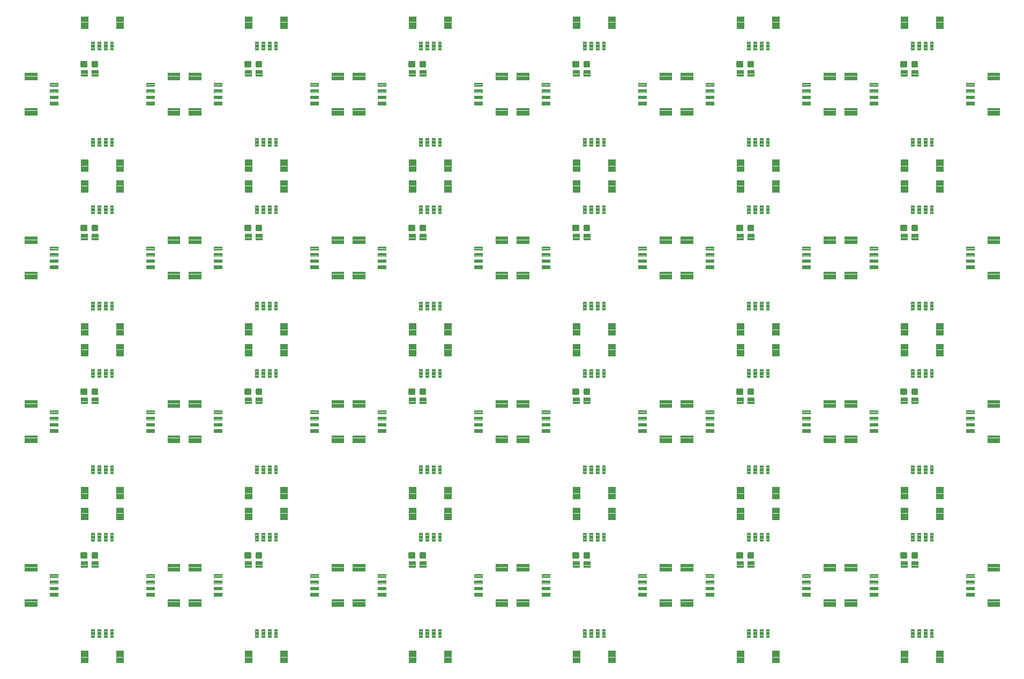
<source format=gtp>
G04 EAGLE Gerber RS-274X export*
G75*
%MOMM*%
%FSLAX34Y34*%
%LPD*%
%INSolderpaste Top*%
%IPPOS*%
%AMOC8*
5,1,8,0,0,1.08239X$1,22.5*%
G01*
%ADD10C,0.096000*%
%ADD11C,0.102000*%
%ADD12C,0.300000*%
%ADD13C,0.100000*%


D10*
X104520Y4530D02*
X93480Y4530D01*
X93480Y23570D01*
X104520Y23570D01*
X104520Y4530D01*
X104520Y5442D02*
X93480Y5442D01*
X93480Y6354D02*
X104520Y6354D01*
X104520Y7266D02*
X93480Y7266D01*
X93480Y8178D02*
X104520Y8178D01*
X104520Y9090D02*
X93480Y9090D01*
X93480Y10002D02*
X104520Y10002D01*
X104520Y10914D02*
X93480Y10914D01*
X93480Y11826D02*
X104520Y11826D01*
X104520Y12738D02*
X93480Y12738D01*
X93480Y13650D02*
X104520Y13650D01*
X104520Y14562D02*
X93480Y14562D01*
X93480Y15474D02*
X104520Y15474D01*
X104520Y16386D02*
X93480Y16386D01*
X93480Y17298D02*
X104520Y17298D01*
X104520Y18210D02*
X93480Y18210D01*
X93480Y19122D02*
X104520Y19122D01*
X104520Y20034D02*
X93480Y20034D01*
X93480Y20946D02*
X104520Y20946D01*
X104520Y21858D02*
X93480Y21858D01*
X93480Y22770D02*
X104520Y22770D01*
X149480Y4530D02*
X160520Y4530D01*
X149480Y4530D02*
X149480Y23570D01*
X160520Y23570D01*
X160520Y4530D01*
X160520Y5442D02*
X149480Y5442D01*
X149480Y6354D02*
X160520Y6354D01*
X160520Y7266D02*
X149480Y7266D01*
X149480Y8178D02*
X160520Y8178D01*
X160520Y9090D02*
X149480Y9090D01*
X149480Y10002D02*
X160520Y10002D01*
X160520Y10914D02*
X149480Y10914D01*
X149480Y11826D02*
X160520Y11826D01*
X160520Y12738D02*
X149480Y12738D01*
X149480Y13650D02*
X160520Y13650D01*
X160520Y14562D02*
X149480Y14562D01*
X149480Y15474D02*
X160520Y15474D01*
X160520Y16386D02*
X149480Y16386D01*
X149480Y17298D02*
X160520Y17298D01*
X160520Y18210D02*
X149480Y18210D01*
X149480Y19122D02*
X160520Y19122D01*
X160520Y20034D02*
X149480Y20034D01*
X149480Y20946D02*
X160520Y20946D01*
X160520Y21858D02*
X149480Y21858D01*
X149480Y22770D02*
X160520Y22770D01*
D11*
X114490Y44560D02*
X109510Y44560D01*
X109510Y57040D01*
X114490Y57040D01*
X114490Y44560D01*
X114490Y45529D02*
X109510Y45529D01*
X109510Y46498D02*
X114490Y46498D01*
X114490Y47467D02*
X109510Y47467D01*
X109510Y48436D02*
X114490Y48436D01*
X114490Y49405D02*
X109510Y49405D01*
X109510Y50374D02*
X114490Y50374D01*
X114490Y51343D02*
X109510Y51343D01*
X109510Y52312D02*
X114490Y52312D01*
X114490Y53281D02*
X109510Y53281D01*
X109510Y54250D02*
X114490Y54250D01*
X114490Y55219D02*
X109510Y55219D01*
X109510Y56188D02*
X114490Y56188D01*
X119510Y44560D02*
X124490Y44560D01*
X119510Y44560D02*
X119510Y57040D01*
X124490Y57040D01*
X124490Y44560D01*
X124490Y45529D02*
X119510Y45529D01*
X119510Y46498D02*
X124490Y46498D01*
X124490Y47467D02*
X119510Y47467D01*
X119510Y48436D02*
X124490Y48436D01*
X124490Y49405D02*
X119510Y49405D01*
X119510Y50374D02*
X124490Y50374D01*
X124490Y51343D02*
X119510Y51343D01*
X119510Y52312D02*
X124490Y52312D01*
X124490Y53281D02*
X119510Y53281D01*
X119510Y54250D02*
X124490Y54250D01*
X124490Y55219D02*
X119510Y55219D01*
X119510Y56188D02*
X124490Y56188D01*
X129510Y44560D02*
X134490Y44560D01*
X129510Y44560D02*
X129510Y57040D01*
X134490Y57040D01*
X134490Y44560D01*
X134490Y45529D02*
X129510Y45529D01*
X129510Y46498D02*
X134490Y46498D01*
X134490Y47467D02*
X129510Y47467D01*
X129510Y48436D02*
X134490Y48436D01*
X134490Y49405D02*
X129510Y49405D01*
X129510Y50374D02*
X134490Y50374D01*
X134490Y51343D02*
X129510Y51343D01*
X129510Y52312D02*
X134490Y52312D01*
X134490Y53281D02*
X129510Y53281D01*
X129510Y54250D02*
X134490Y54250D01*
X134490Y55219D02*
X129510Y55219D01*
X129510Y56188D02*
X134490Y56188D01*
X139510Y44560D02*
X144490Y44560D01*
X139510Y44560D02*
X139510Y57040D01*
X144490Y57040D01*
X144490Y44560D01*
X144490Y45529D02*
X139510Y45529D01*
X139510Y46498D02*
X144490Y46498D01*
X144490Y47467D02*
X139510Y47467D01*
X139510Y48436D02*
X144490Y48436D01*
X144490Y49405D02*
X139510Y49405D01*
X139510Y50374D02*
X144490Y50374D01*
X144490Y51343D02*
X139510Y51343D01*
X139510Y52312D02*
X144490Y52312D01*
X144490Y53281D02*
X139510Y53281D01*
X139510Y54250D02*
X144490Y54250D01*
X144490Y55219D02*
X139510Y55219D01*
X139510Y56188D02*
X144490Y56188D01*
D10*
X4530Y149480D02*
X4530Y160520D01*
X23570Y160520D01*
X23570Y149480D01*
X4530Y149480D01*
X4530Y150392D02*
X23570Y150392D01*
X23570Y151304D02*
X4530Y151304D01*
X4530Y152216D02*
X23570Y152216D01*
X23570Y153128D02*
X4530Y153128D01*
X4530Y154040D02*
X23570Y154040D01*
X23570Y154952D02*
X4530Y154952D01*
X4530Y155864D02*
X23570Y155864D01*
X23570Y156776D02*
X4530Y156776D01*
X4530Y157688D02*
X23570Y157688D01*
X23570Y158600D02*
X4530Y158600D01*
X4530Y159512D02*
X23570Y159512D01*
X23570Y160424D02*
X4530Y160424D01*
X4530Y104520D02*
X4530Y93480D01*
X4530Y104520D02*
X23570Y104520D01*
X23570Y93480D01*
X4530Y93480D01*
X4530Y94392D02*
X23570Y94392D01*
X23570Y95304D02*
X4530Y95304D01*
X4530Y96216D02*
X23570Y96216D01*
X23570Y97128D02*
X4530Y97128D01*
X4530Y98040D02*
X23570Y98040D01*
X23570Y98952D02*
X4530Y98952D01*
X4530Y99864D02*
X23570Y99864D01*
X23570Y100776D02*
X4530Y100776D01*
X4530Y101688D02*
X23570Y101688D01*
X23570Y102600D02*
X4530Y102600D01*
X4530Y103512D02*
X23570Y103512D01*
X23570Y104424D02*
X4530Y104424D01*
D11*
X44560Y139510D02*
X44560Y144490D01*
X57040Y144490D01*
X57040Y139510D01*
X44560Y139510D01*
X44560Y140479D02*
X57040Y140479D01*
X57040Y141448D02*
X44560Y141448D01*
X44560Y142417D02*
X57040Y142417D01*
X57040Y143386D02*
X44560Y143386D01*
X44560Y144355D02*
X57040Y144355D01*
X44560Y134490D02*
X44560Y129510D01*
X44560Y134490D02*
X57040Y134490D01*
X57040Y129510D01*
X44560Y129510D01*
X44560Y130479D02*
X57040Y130479D01*
X57040Y131448D02*
X44560Y131448D01*
X44560Y132417D02*
X57040Y132417D01*
X57040Y133386D02*
X44560Y133386D01*
X44560Y134355D02*
X57040Y134355D01*
X44560Y124490D02*
X44560Y119510D01*
X44560Y124490D02*
X57040Y124490D01*
X57040Y119510D01*
X44560Y119510D01*
X44560Y120479D02*
X57040Y120479D01*
X57040Y121448D02*
X44560Y121448D01*
X44560Y122417D02*
X57040Y122417D01*
X57040Y123386D02*
X44560Y123386D01*
X44560Y124355D02*
X57040Y124355D01*
X44560Y114490D02*
X44560Y109510D01*
X44560Y114490D02*
X57040Y114490D01*
X57040Y109510D01*
X44560Y109510D01*
X44560Y110479D02*
X57040Y110479D01*
X57040Y111448D02*
X44560Y111448D01*
X44560Y112417D02*
X57040Y112417D01*
X57040Y113386D02*
X44560Y113386D01*
X44560Y114355D02*
X57040Y114355D01*
D10*
X249470Y104520D02*
X249470Y93480D01*
X230430Y93480D01*
X230430Y104520D01*
X249470Y104520D01*
X249470Y94392D02*
X230430Y94392D01*
X230430Y95304D02*
X249470Y95304D01*
X249470Y96216D02*
X230430Y96216D01*
X230430Y97128D02*
X249470Y97128D01*
X249470Y98040D02*
X230430Y98040D01*
X230430Y98952D02*
X249470Y98952D01*
X249470Y99864D02*
X230430Y99864D01*
X230430Y100776D02*
X249470Y100776D01*
X249470Y101688D02*
X230430Y101688D01*
X230430Y102600D02*
X249470Y102600D01*
X249470Y103512D02*
X230430Y103512D01*
X230430Y104424D02*
X249470Y104424D01*
X249470Y149480D02*
X249470Y160520D01*
X249470Y149480D02*
X230430Y149480D01*
X230430Y160520D01*
X249470Y160520D01*
X249470Y150392D02*
X230430Y150392D01*
X230430Y151304D02*
X249470Y151304D01*
X249470Y152216D02*
X230430Y152216D01*
X230430Y153128D02*
X249470Y153128D01*
X249470Y154040D02*
X230430Y154040D01*
X230430Y154952D02*
X249470Y154952D01*
X249470Y155864D02*
X230430Y155864D01*
X230430Y156776D02*
X249470Y156776D01*
X249470Y157688D02*
X230430Y157688D01*
X230430Y158600D02*
X249470Y158600D01*
X249470Y159512D02*
X230430Y159512D01*
X230430Y160424D02*
X249470Y160424D01*
D11*
X209440Y114490D02*
X209440Y109510D01*
X196960Y109510D01*
X196960Y114490D01*
X209440Y114490D01*
X209440Y110479D02*
X196960Y110479D01*
X196960Y111448D02*
X209440Y111448D01*
X209440Y112417D02*
X196960Y112417D01*
X196960Y113386D02*
X209440Y113386D01*
X209440Y114355D02*
X196960Y114355D01*
X209440Y119510D02*
X209440Y124490D01*
X209440Y119510D02*
X196960Y119510D01*
X196960Y124490D01*
X209440Y124490D01*
X209440Y120479D02*
X196960Y120479D01*
X196960Y121448D02*
X209440Y121448D01*
X209440Y122417D02*
X196960Y122417D01*
X196960Y123386D02*
X209440Y123386D01*
X209440Y124355D02*
X196960Y124355D01*
X209440Y129510D02*
X209440Y134490D01*
X209440Y129510D02*
X196960Y129510D01*
X196960Y134490D01*
X209440Y134490D01*
X209440Y130479D02*
X196960Y130479D01*
X196960Y131448D02*
X209440Y131448D01*
X209440Y132417D02*
X196960Y132417D01*
X196960Y133386D02*
X209440Y133386D01*
X209440Y134355D02*
X196960Y134355D01*
X209440Y139510D02*
X209440Y144490D01*
X209440Y139510D02*
X196960Y139510D01*
X196960Y144490D01*
X209440Y144490D01*
X209440Y140479D02*
X196960Y140479D01*
X196960Y141448D02*
X209440Y141448D01*
X209440Y142417D02*
X196960Y142417D01*
X196960Y143386D02*
X209440Y143386D01*
X209440Y144355D02*
X196960Y144355D01*
D10*
X160520Y249470D02*
X149480Y249470D01*
X160520Y249470D02*
X160520Y230430D01*
X149480Y230430D01*
X149480Y249470D01*
X149480Y231342D02*
X160520Y231342D01*
X160520Y232254D02*
X149480Y232254D01*
X149480Y233166D02*
X160520Y233166D01*
X160520Y234078D02*
X149480Y234078D01*
X149480Y234990D02*
X160520Y234990D01*
X160520Y235902D02*
X149480Y235902D01*
X149480Y236814D02*
X160520Y236814D01*
X160520Y237726D02*
X149480Y237726D01*
X149480Y238638D02*
X160520Y238638D01*
X160520Y239550D02*
X149480Y239550D01*
X149480Y240462D02*
X160520Y240462D01*
X160520Y241374D02*
X149480Y241374D01*
X149480Y242286D02*
X160520Y242286D01*
X160520Y243198D02*
X149480Y243198D01*
X149480Y244110D02*
X160520Y244110D01*
X160520Y245022D02*
X149480Y245022D01*
X149480Y245934D02*
X160520Y245934D01*
X160520Y246846D02*
X149480Y246846D01*
X149480Y247758D02*
X160520Y247758D01*
X160520Y248670D02*
X149480Y248670D01*
X104520Y249470D02*
X93480Y249470D01*
X104520Y249470D02*
X104520Y230430D01*
X93480Y230430D01*
X93480Y249470D01*
X93480Y231342D02*
X104520Y231342D01*
X104520Y232254D02*
X93480Y232254D01*
X93480Y233166D02*
X104520Y233166D01*
X104520Y234078D02*
X93480Y234078D01*
X93480Y234990D02*
X104520Y234990D01*
X104520Y235902D02*
X93480Y235902D01*
X93480Y236814D02*
X104520Y236814D01*
X104520Y237726D02*
X93480Y237726D01*
X93480Y238638D02*
X104520Y238638D01*
X104520Y239550D02*
X93480Y239550D01*
X93480Y240462D02*
X104520Y240462D01*
X104520Y241374D02*
X93480Y241374D01*
X93480Y242286D02*
X104520Y242286D01*
X104520Y243198D02*
X93480Y243198D01*
X93480Y244110D02*
X104520Y244110D01*
X104520Y245022D02*
X93480Y245022D01*
X93480Y245934D02*
X104520Y245934D01*
X104520Y246846D02*
X93480Y246846D01*
X93480Y247758D02*
X104520Y247758D01*
X104520Y248670D02*
X93480Y248670D01*
D11*
X139510Y209440D02*
X144490Y209440D01*
X144490Y196960D01*
X139510Y196960D01*
X139510Y209440D01*
X139510Y197929D02*
X144490Y197929D01*
X144490Y198898D02*
X139510Y198898D01*
X139510Y199867D02*
X144490Y199867D01*
X144490Y200836D02*
X139510Y200836D01*
X139510Y201805D02*
X144490Y201805D01*
X144490Y202774D02*
X139510Y202774D01*
X139510Y203743D02*
X144490Y203743D01*
X144490Y204712D02*
X139510Y204712D01*
X139510Y205681D02*
X144490Y205681D01*
X144490Y206650D02*
X139510Y206650D01*
X139510Y207619D02*
X144490Y207619D01*
X144490Y208588D02*
X139510Y208588D01*
X134490Y209440D02*
X129510Y209440D01*
X134490Y209440D02*
X134490Y196960D01*
X129510Y196960D01*
X129510Y209440D01*
X129510Y197929D02*
X134490Y197929D01*
X134490Y198898D02*
X129510Y198898D01*
X129510Y199867D02*
X134490Y199867D01*
X134490Y200836D02*
X129510Y200836D01*
X129510Y201805D02*
X134490Y201805D01*
X134490Y202774D02*
X129510Y202774D01*
X129510Y203743D02*
X134490Y203743D01*
X134490Y204712D02*
X129510Y204712D01*
X129510Y205681D02*
X134490Y205681D01*
X134490Y206650D02*
X129510Y206650D01*
X129510Y207619D02*
X134490Y207619D01*
X134490Y208588D02*
X129510Y208588D01*
X124490Y209440D02*
X119510Y209440D01*
X124490Y209440D02*
X124490Y196960D01*
X119510Y196960D01*
X119510Y209440D01*
X119510Y197929D02*
X124490Y197929D01*
X124490Y198898D02*
X119510Y198898D01*
X119510Y199867D02*
X124490Y199867D01*
X124490Y200836D02*
X119510Y200836D01*
X119510Y201805D02*
X124490Y201805D01*
X124490Y202774D02*
X119510Y202774D01*
X119510Y203743D02*
X124490Y203743D01*
X124490Y204712D02*
X119510Y204712D01*
X119510Y205681D02*
X124490Y205681D01*
X124490Y206650D02*
X119510Y206650D01*
X119510Y207619D02*
X124490Y207619D01*
X124490Y208588D02*
X119510Y208588D01*
X114490Y209440D02*
X109510Y209440D01*
X114490Y209440D02*
X114490Y196960D01*
X109510Y196960D01*
X109510Y209440D01*
X109510Y197929D02*
X114490Y197929D01*
X114490Y198898D02*
X109510Y198898D01*
X109510Y199867D02*
X114490Y199867D01*
X114490Y200836D02*
X109510Y200836D01*
X109510Y201805D02*
X114490Y201805D01*
X114490Y202774D02*
X109510Y202774D01*
X109510Y203743D02*
X114490Y203743D01*
X114490Y204712D02*
X109510Y204712D01*
X109510Y205681D02*
X114490Y205681D01*
X114490Y206650D02*
X109510Y206650D01*
X109510Y207619D02*
X114490Y207619D01*
X114490Y208588D02*
X109510Y208588D01*
D12*
X111950Y177490D02*
X111950Y170490D01*
X111950Y177490D02*
X118950Y177490D01*
X118950Y170490D01*
X111950Y170490D01*
X111950Y173340D02*
X118950Y173340D01*
X118950Y176190D02*
X111950Y176190D01*
X94410Y177490D02*
X94410Y170490D01*
X94410Y177490D02*
X101410Y177490D01*
X101410Y170490D01*
X94410Y170490D01*
X94410Y173340D02*
X101410Y173340D01*
X101410Y176190D02*
X94410Y176190D01*
D13*
X93180Y155520D02*
X103180Y155520D01*
X93180Y155520D02*
X93180Y164520D01*
X103180Y164520D01*
X103180Y155520D01*
X103180Y156470D02*
X93180Y156470D01*
X93180Y157420D02*
X103180Y157420D01*
X103180Y158370D02*
X93180Y158370D01*
X93180Y159320D02*
X103180Y159320D01*
X103180Y160270D02*
X93180Y160270D01*
X93180Y161220D02*
X103180Y161220D01*
X103180Y162170D02*
X93180Y162170D01*
X93180Y163120D02*
X103180Y163120D01*
X103180Y164070D02*
X93180Y164070D01*
X110180Y155520D02*
X120180Y155520D01*
X110180Y155520D02*
X110180Y164520D01*
X120180Y164520D01*
X120180Y155520D01*
X120180Y156470D02*
X110180Y156470D01*
X110180Y157420D02*
X120180Y157420D01*
X120180Y158370D02*
X110180Y158370D01*
X110180Y159320D02*
X120180Y159320D01*
X120180Y160270D02*
X110180Y160270D01*
X110180Y161220D02*
X120180Y161220D01*
X120180Y162170D02*
X110180Y162170D01*
X110180Y163120D02*
X120180Y163120D01*
X120180Y164070D02*
X110180Y164070D01*
D10*
X352560Y4530D02*
X363600Y4530D01*
X352560Y4530D02*
X352560Y23570D01*
X363600Y23570D01*
X363600Y4530D01*
X363600Y5442D02*
X352560Y5442D01*
X352560Y6354D02*
X363600Y6354D01*
X363600Y7266D02*
X352560Y7266D01*
X352560Y8178D02*
X363600Y8178D01*
X363600Y9090D02*
X352560Y9090D01*
X352560Y10002D02*
X363600Y10002D01*
X363600Y10914D02*
X352560Y10914D01*
X352560Y11826D02*
X363600Y11826D01*
X363600Y12738D02*
X352560Y12738D01*
X352560Y13650D02*
X363600Y13650D01*
X363600Y14562D02*
X352560Y14562D01*
X352560Y15474D02*
X363600Y15474D01*
X363600Y16386D02*
X352560Y16386D01*
X352560Y17298D02*
X363600Y17298D01*
X363600Y18210D02*
X352560Y18210D01*
X352560Y19122D02*
X363600Y19122D01*
X363600Y20034D02*
X352560Y20034D01*
X352560Y20946D02*
X363600Y20946D01*
X363600Y21858D02*
X352560Y21858D01*
X352560Y22770D02*
X363600Y22770D01*
X408560Y4530D02*
X419600Y4530D01*
X408560Y4530D02*
X408560Y23570D01*
X419600Y23570D01*
X419600Y4530D01*
X419600Y5442D02*
X408560Y5442D01*
X408560Y6354D02*
X419600Y6354D01*
X419600Y7266D02*
X408560Y7266D01*
X408560Y8178D02*
X419600Y8178D01*
X419600Y9090D02*
X408560Y9090D01*
X408560Y10002D02*
X419600Y10002D01*
X419600Y10914D02*
X408560Y10914D01*
X408560Y11826D02*
X419600Y11826D01*
X419600Y12738D02*
X408560Y12738D01*
X408560Y13650D02*
X419600Y13650D01*
X419600Y14562D02*
X408560Y14562D01*
X408560Y15474D02*
X419600Y15474D01*
X419600Y16386D02*
X408560Y16386D01*
X408560Y17298D02*
X419600Y17298D01*
X419600Y18210D02*
X408560Y18210D01*
X408560Y19122D02*
X419600Y19122D01*
X419600Y20034D02*
X408560Y20034D01*
X408560Y20946D02*
X419600Y20946D01*
X419600Y21858D02*
X408560Y21858D01*
X408560Y22770D02*
X419600Y22770D01*
D11*
X373570Y44560D02*
X368590Y44560D01*
X368590Y57040D01*
X373570Y57040D01*
X373570Y44560D01*
X373570Y45529D02*
X368590Y45529D01*
X368590Y46498D02*
X373570Y46498D01*
X373570Y47467D02*
X368590Y47467D01*
X368590Y48436D02*
X373570Y48436D01*
X373570Y49405D02*
X368590Y49405D01*
X368590Y50374D02*
X373570Y50374D01*
X373570Y51343D02*
X368590Y51343D01*
X368590Y52312D02*
X373570Y52312D01*
X373570Y53281D02*
X368590Y53281D01*
X368590Y54250D02*
X373570Y54250D01*
X373570Y55219D02*
X368590Y55219D01*
X368590Y56188D02*
X373570Y56188D01*
X378590Y44560D02*
X383570Y44560D01*
X378590Y44560D02*
X378590Y57040D01*
X383570Y57040D01*
X383570Y44560D01*
X383570Y45529D02*
X378590Y45529D01*
X378590Y46498D02*
X383570Y46498D01*
X383570Y47467D02*
X378590Y47467D01*
X378590Y48436D02*
X383570Y48436D01*
X383570Y49405D02*
X378590Y49405D01*
X378590Y50374D02*
X383570Y50374D01*
X383570Y51343D02*
X378590Y51343D01*
X378590Y52312D02*
X383570Y52312D01*
X383570Y53281D02*
X378590Y53281D01*
X378590Y54250D02*
X383570Y54250D01*
X383570Y55219D02*
X378590Y55219D01*
X378590Y56188D02*
X383570Y56188D01*
X388590Y44560D02*
X393570Y44560D01*
X388590Y44560D02*
X388590Y57040D01*
X393570Y57040D01*
X393570Y44560D01*
X393570Y45529D02*
X388590Y45529D01*
X388590Y46498D02*
X393570Y46498D01*
X393570Y47467D02*
X388590Y47467D01*
X388590Y48436D02*
X393570Y48436D01*
X393570Y49405D02*
X388590Y49405D01*
X388590Y50374D02*
X393570Y50374D01*
X393570Y51343D02*
X388590Y51343D01*
X388590Y52312D02*
X393570Y52312D01*
X393570Y53281D02*
X388590Y53281D01*
X388590Y54250D02*
X393570Y54250D01*
X393570Y55219D02*
X388590Y55219D01*
X388590Y56188D02*
X393570Y56188D01*
X398590Y44560D02*
X403570Y44560D01*
X398590Y44560D02*
X398590Y57040D01*
X403570Y57040D01*
X403570Y44560D01*
X403570Y45529D02*
X398590Y45529D01*
X398590Y46498D02*
X403570Y46498D01*
X403570Y47467D02*
X398590Y47467D01*
X398590Y48436D02*
X403570Y48436D01*
X403570Y49405D02*
X398590Y49405D01*
X398590Y50374D02*
X403570Y50374D01*
X403570Y51343D02*
X398590Y51343D01*
X398590Y52312D02*
X403570Y52312D01*
X403570Y53281D02*
X398590Y53281D01*
X398590Y54250D02*
X403570Y54250D01*
X403570Y55219D02*
X398590Y55219D01*
X398590Y56188D02*
X403570Y56188D01*
D10*
X263610Y149480D02*
X263610Y160520D01*
X282650Y160520D01*
X282650Y149480D01*
X263610Y149480D01*
X263610Y150392D02*
X282650Y150392D01*
X282650Y151304D02*
X263610Y151304D01*
X263610Y152216D02*
X282650Y152216D01*
X282650Y153128D02*
X263610Y153128D01*
X263610Y154040D02*
X282650Y154040D01*
X282650Y154952D02*
X263610Y154952D01*
X263610Y155864D02*
X282650Y155864D01*
X282650Y156776D02*
X263610Y156776D01*
X263610Y157688D02*
X282650Y157688D01*
X282650Y158600D02*
X263610Y158600D01*
X263610Y159512D02*
X282650Y159512D01*
X282650Y160424D02*
X263610Y160424D01*
X263610Y104520D02*
X263610Y93480D01*
X263610Y104520D02*
X282650Y104520D01*
X282650Y93480D01*
X263610Y93480D01*
X263610Y94392D02*
X282650Y94392D01*
X282650Y95304D02*
X263610Y95304D01*
X263610Y96216D02*
X282650Y96216D01*
X282650Y97128D02*
X263610Y97128D01*
X263610Y98040D02*
X282650Y98040D01*
X282650Y98952D02*
X263610Y98952D01*
X263610Y99864D02*
X282650Y99864D01*
X282650Y100776D02*
X263610Y100776D01*
X263610Y101688D02*
X282650Y101688D01*
X282650Y102600D02*
X263610Y102600D01*
X263610Y103512D02*
X282650Y103512D01*
X282650Y104424D02*
X263610Y104424D01*
D11*
X303640Y139510D02*
X303640Y144490D01*
X316120Y144490D01*
X316120Y139510D01*
X303640Y139510D01*
X303640Y140479D02*
X316120Y140479D01*
X316120Y141448D02*
X303640Y141448D01*
X303640Y142417D02*
X316120Y142417D01*
X316120Y143386D02*
X303640Y143386D01*
X303640Y144355D02*
X316120Y144355D01*
X303640Y134490D02*
X303640Y129510D01*
X303640Y134490D02*
X316120Y134490D01*
X316120Y129510D01*
X303640Y129510D01*
X303640Y130479D02*
X316120Y130479D01*
X316120Y131448D02*
X303640Y131448D01*
X303640Y132417D02*
X316120Y132417D01*
X316120Y133386D02*
X303640Y133386D01*
X303640Y134355D02*
X316120Y134355D01*
X303640Y124490D02*
X303640Y119510D01*
X303640Y124490D02*
X316120Y124490D01*
X316120Y119510D01*
X303640Y119510D01*
X303640Y120479D02*
X316120Y120479D01*
X316120Y121448D02*
X303640Y121448D01*
X303640Y122417D02*
X316120Y122417D01*
X316120Y123386D02*
X303640Y123386D01*
X303640Y124355D02*
X316120Y124355D01*
X303640Y114490D02*
X303640Y109510D01*
X303640Y114490D02*
X316120Y114490D01*
X316120Y109510D01*
X303640Y109510D01*
X303640Y110479D02*
X316120Y110479D01*
X316120Y111448D02*
X303640Y111448D01*
X303640Y112417D02*
X316120Y112417D01*
X316120Y113386D02*
X303640Y113386D01*
X303640Y114355D02*
X316120Y114355D01*
D10*
X508550Y104520D02*
X508550Y93480D01*
X489510Y93480D01*
X489510Y104520D01*
X508550Y104520D01*
X508550Y94392D02*
X489510Y94392D01*
X489510Y95304D02*
X508550Y95304D01*
X508550Y96216D02*
X489510Y96216D01*
X489510Y97128D02*
X508550Y97128D01*
X508550Y98040D02*
X489510Y98040D01*
X489510Y98952D02*
X508550Y98952D01*
X508550Y99864D02*
X489510Y99864D01*
X489510Y100776D02*
X508550Y100776D01*
X508550Y101688D02*
X489510Y101688D01*
X489510Y102600D02*
X508550Y102600D01*
X508550Y103512D02*
X489510Y103512D01*
X489510Y104424D02*
X508550Y104424D01*
X508550Y149480D02*
X508550Y160520D01*
X508550Y149480D02*
X489510Y149480D01*
X489510Y160520D01*
X508550Y160520D01*
X508550Y150392D02*
X489510Y150392D01*
X489510Y151304D02*
X508550Y151304D01*
X508550Y152216D02*
X489510Y152216D01*
X489510Y153128D02*
X508550Y153128D01*
X508550Y154040D02*
X489510Y154040D01*
X489510Y154952D02*
X508550Y154952D01*
X508550Y155864D02*
X489510Y155864D01*
X489510Y156776D02*
X508550Y156776D01*
X508550Y157688D02*
X489510Y157688D01*
X489510Y158600D02*
X508550Y158600D01*
X508550Y159512D02*
X489510Y159512D01*
X489510Y160424D02*
X508550Y160424D01*
D11*
X468520Y114490D02*
X468520Y109510D01*
X456040Y109510D01*
X456040Y114490D01*
X468520Y114490D01*
X468520Y110479D02*
X456040Y110479D01*
X456040Y111448D02*
X468520Y111448D01*
X468520Y112417D02*
X456040Y112417D01*
X456040Y113386D02*
X468520Y113386D01*
X468520Y114355D02*
X456040Y114355D01*
X468520Y119510D02*
X468520Y124490D01*
X468520Y119510D02*
X456040Y119510D01*
X456040Y124490D01*
X468520Y124490D01*
X468520Y120479D02*
X456040Y120479D01*
X456040Y121448D02*
X468520Y121448D01*
X468520Y122417D02*
X456040Y122417D01*
X456040Y123386D02*
X468520Y123386D01*
X468520Y124355D02*
X456040Y124355D01*
X468520Y129510D02*
X468520Y134490D01*
X468520Y129510D02*
X456040Y129510D01*
X456040Y134490D01*
X468520Y134490D01*
X468520Y130479D02*
X456040Y130479D01*
X456040Y131448D02*
X468520Y131448D01*
X468520Y132417D02*
X456040Y132417D01*
X456040Y133386D02*
X468520Y133386D01*
X468520Y134355D02*
X456040Y134355D01*
X468520Y139510D02*
X468520Y144490D01*
X468520Y139510D02*
X456040Y139510D01*
X456040Y144490D01*
X468520Y144490D01*
X468520Y140479D02*
X456040Y140479D01*
X456040Y141448D02*
X468520Y141448D01*
X468520Y142417D02*
X456040Y142417D01*
X456040Y143386D02*
X468520Y143386D01*
X468520Y144355D02*
X456040Y144355D01*
D10*
X419600Y249470D02*
X408560Y249470D01*
X419600Y249470D02*
X419600Y230430D01*
X408560Y230430D01*
X408560Y249470D01*
X408560Y231342D02*
X419600Y231342D01*
X419600Y232254D02*
X408560Y232254D01*
X408560Y233166D02*
X419600Y233166D01*
X419600Y234078D02*
X408560Y234078D01*
X408560Y234990D02*
X419600Y234990D01*
X419600Y235902D02*
X408560Y235902D01*
X408560Y236814D02*
X419600Y236814D01*
X419600Y237726D02*
X408560Y237726D01*
X408560Y238638D02*
X419600Y238638D01*
X419600Y239550D02*
X408560Y239550D01*
X408560Y240462D02*
X419600Y240462D01*
X419600Y241374D02*
X408560Y241374D01*
X408560Y242286D02*
X419600Y242286D01*
X419600Y243198D02*
X408560Y243198D01*
X408560Y244110D02*
X419600Y244110D01*
X419600Y245022D02*
X408560Y245022D01*
X408560Y245934D02*
X419600Y245934D01*
X419600Y246846D02*
X408560Y246846D01*
X408560Y247758D02*
X419600Y247758D01*
X419600Y248670D02*
X408560Y248670D01*
X363600Y249470D02*
X352560Y249470D01*
X363600Y249470D02*
X363600Y230430D01*
X352560Y230430D01*
X352560Y249470D01*
X352560Y231342D02*
X363600Y231342D01*
X363600Y232254D02*
X352560Y232254D01*
X352560Y233166D02*
X363600Y233166D01*
X363600Y234078D02*
X352560Y234078D01*
X352560Y234990D02*
X363600Y234990D01*
X363600Y235902D02*
X352560Y235902D01*
X352560Y236814D02*
X363600Y236814D01*
X363600Y237726D02*
X352560Y237726D01*
X352560Y238638D02*
X363600Y238638D01*
X363600Y239550D02*
X352560Y239550D01*
X352560Y240462D02*
X363600Y240462D01*
X363600Y241374D02*
X352560Y241374D01*
X352560Y242286D02*
X363600Y242286D01*
X363600Y243198D02*
X352560Y243198D01*
X352560Y244110D02*
X363600Y244110D01*
X363600Y245022D02*
X352560Y245022D01*
X352560Y245934D02*
X363600Y245934D01*
X363600Y246846D02*
X352560Y246846D01*
X352560Y247758D02*
X363600Y247758D01*
X363600Y248670D02*
X352560Y248670D01*
D11*
X398590Y209440D02*
X403570Y209440D01*
X403570Y196960D01*
X398590Y196960D01*
X398590Y209440D01*
X398590Y197929D02*
X403570Y197929D01*
X403570Y198898D02*
X398590Y198898D01*
X398590Y199867D02*
X403570Y199867D01*
X403570Y200836D02*
X398590Y200836D01*
X398590Y201805D02*
X403570Y201805D01*
X403570Y202774D02*
X398590Y202774D01*
X398590Y203743D02*
X403570Y203743D01*
X403570Y204712D02*
X398590Y204712D01*
X398590Y205681D02*
X403570Y205681D01*
X403570Y206650D02*
X398590Y206650D01*
X398590Y207619D02*
X403570Y207619D01*
X403570Y208588D02*
X398590Y208588D01*
X393570Y209440D02*
X388590Y209440D01*
X393570Y209440D02*
X393570Y196960D01*
X388590Y196960D01*
X388590Y209440D01*
X388590Y197929D02*
X393570Y197929D01*
X393570Y198898D02*
X388590Y198898D01*
X388590Y199867D02*
X393570Y199867D01*
X393570Y200836D02*
X388590Y200836D01*
X388590Y201805D02*
X393570Y201805D01*
X393570Y202774D02*
X388590Y202774D01*
X388590Y203743D02*
X393570Y203743D01*
X393570Y204712D02*
X388590Y204712D01*
X388590Y205681D02*
X393570Y205681D01*
X393570Y206650D02*
X388590Y206650D01*
X388590Y207619D02*
X393570Y207619D01*
X393570Y208588D02*
X388590Y208588D01*
X383570Y209440D02*
X378590Y209440D01*
X383570Y209440D02*
X383570Y196960D01*
X378590Y196960D01*
X378590Y209440D01*
X378590Y197929D02*
X383570Y197929D01*
X383570Y198898D02*
X378590Y198898D01*
X378590Y199867D02*
X383570Y199867D01*
X383570Y200836D02*
X378590Y200836D01*
X378590Y201805D02*
X383570Y201805D01*
X383570Y202774D02*
X378590Y202774D01*
X378590Y203743D02*
X383570Y203743D01*
X383570Y204712D02*
X378590Y204712D01*
X378590Y205681D02*
X383570Y205681D01*
X383570Y206650D02*
X378590Y206650D01*
X378590Y207619D02*
X383570Y207619D01*
X383570Y208588D02*
X378590Y208588D01*
X373570Y209440D02*
X368590Y209440D01*
X373570Y209440D02*
X373570Y196960D01*
X368590Y196960D01*
X368590Y209440D01*
X368590Y197929D02*
X373570Y197929D01*
X373570Y198898D02*
X368590Y198898D01*
X368590Y199867D02*
X373570Y199867D01*
X373570Y200836D02*
X368590Y200836D01*
X368590Y201805D02*
X373570Y201805D01*
X373570Y202774D02*
X368590Y202774D01*
X368590Y203743D02*
X373570Y203743D01*
X373570Y204712D02*
X368590Y204712D01*
X368590Y205681D02*
X373570Y205681D01*
X373570Y206650D02*
X368590Y206650D01*
X368590Y207619D02*
X373570Y207619D01*
X373570Y208588D02*
X368590Y208588D01*
D12*
X371030Y177490D02*
X371030Y170490D01*
X371030Y177490D02*
X378030Y177490D01*
X378030Y170490D01*
X371030Y170490D01*
X371030Y173340D02*
X378030Y173340D01*
X378030Y176190D02*
X371030Y176190D01*
X353490Y177490D02*
X353490Y170490D01*
X353490Y177490D02*
X360490Y177490D01*
X360490Y170490D01*
X353490Y170490D01*
X353490Y173340D02*
X360490Y173340D01*
X360490Y176190D02*
X353490Y176190D01*
D13*
X352260Y155520D02*
X362260Y155520D01*
X352260Y155520D02*
X352260Y164520D01*
X362260Y164520D01*
X362260Y155520D01*
X362260Y156470D02*
X352260Y156470D01*
X352260Y157420D02*
X362260Y157420D01*
X362260Y158370D02*
X352260Y158370D01*
X352260Y159320D02*
X362260Y159320D01*
X362260Y160270D02*
X352260Y160270D01*
X352260Y161220D02*
X362260Y161220D01*
X362260Y162170D02*
X352260Y162170D01*
X352260Y163120D02*
X362260Y163120D01*
X362260Y164070D02*
X352260Y164070D01*
X369260Y155520D02*
X379260Y155520D01*
X369260Y155520D02*
X369260Y164520D01*
X379260Y164520D01*
X379260Y155520D01*
X379260Y156470D02*
X369260Y156470D01*
X369260Y157420D02*
X379260Y157420D01*
X379260Y158370D02*
X369260Y158370D01*
X369260Y159320D02*
X379260Y159320D01*
X379260Y160270D02*
X369260Y160270D01*
X369260Y161220D02*
X379260Y161220D01*
X379260Y162170D02*
X369260Y162170D01*
X369260Y163120D02*
X379260Y163120D01*
X379260Y164070D02*
X369260Y164070D01*
D10*
X611640Y4530D02*
X622680Y4530D01*
X611640Y4530D02*
X611640Y23570D01*
X622680Y23570D01*
X622680Y4530D01*
X622680Y5442D02*
X611640Y5442D01*
X611640Y6354D02*
X622680Y6354D01*
X622680Y7266D02*
X611640Y7266D01*
X611640Y8178D02*
X622680Y8178D01*
X622680Y9090D02*
X611640Y9090D01*
X611640Y10002D02*
X622680Y10002D01*
X622680Y10914D02*
X611640Y10914D01*
X611640Y11826D02*
X622680Y11826D01*
X622680Y12738D02*
X611640Y12738D01*
X611640Y13650D02*
X622680Y13650D01*
X622680Y14562D02*
X611640Y14562D01*
X611640Y15474D02*
X622680Y15474D01*
X622680Y16386D02*
X611640Y16386D01*
X611640Y17298D02*
X622680Y17298D01*
X622680Y18210D02*
X611640Y18210D01*
X611640Y19122D02*
X622680Y19122D01*
X622680Y20034D02*
X611640Y20034D01*
X611640Y20946D02*
X622680Y20946D01*
X622680Y21858D02*
X611640Y21858D01*
X611640Y22770D02*
X622680Y22770D01*
X667640Y4530D02*
X678680Y4530D01*
X667640Y4530D02*
X667640Y23570D01*
X678680Y23570D01*
X678680Y4530D01*
X678680Y5442D02*
X667640Y5442D01*
X667640Y6354D02*
X678680Y6354D01*
X678680Y7266D02*
X667640Y7266D01*
X667640Y8178D02*
X678680Y8178D01*
X678680Y9090D02*
X667640Y9090D01*
X667640Y10002D02*
X678680Y10002D01*
X678680Y10914D02*
X667640Y10914D01*
X667640Y11826D02*
X678680Y11826D01*
X678680Y12738D02*
X667640Y12738D01*
X667640Y13650D02*
X678680Y13650D01*
X678680Y14562D02*
X667640Y14562D01*
X667640Y15474D02*
X678680Y15474D01*
X678680Y16386D02*
X667640Y16386D01*
X667640Y17298D02*
X678680Y17298D01*
X678680Y18210D02*
X667640Y18210D01*
X667640Y19122D02*
X678680Y19122D01*
X678680Y20034D02*
X667640Y20034D01*
X667640Y20946D02*
X678680Y20946D01*
X678680Y21858D02*
X667640Y21858D01*
X667640Y22770D02*
X678680Y22770D01*
D11*
X632650Y44560D02*
X627670Y44560D01*
X627670Y57040D01*
X632650Y57040D01*
X632650Y44560D01*
X632650Y45529D02*
X627670Y45529D01*
X627670Y46498D02*
X632650Y46498D01*
X632650Y47467D02*
X627670Y47467D01*
X627670Y48436D02*
X632650Y48436D01*
X632650Y49405D02*
X627670Y49405D01*
X627670Y50374D02*
X632650Y50374D01*
X632650Y51343D02*
X627670Y51343D01*
X627670Y52312D02*
X632650Y52312D01*
X632650Y53281D02*
X627670Y53281D01*
X627670Y54250D02*
X632650Y54250D01*
X632650Y55219D02*
X627670Y55219D01*
X627670Y56188D02*
X632650Y56188D01*
X637670Y44560D02*
X642650Y44560D01*
X637670Y44560D02*
X637670Y57040D01*
X642650Y57040D01*
X642650Y44560D01*
X642650Y45529D02*
X637670Y45529D01*
X637670Y46498D02*
X642650Y46498D01*
X642650Y47467D02*
X637670Y47467D01*
X637670Y48436D02*
X642650Y48436D01*
X642650Y49405D02*
X637670Y49405D01*
X637670Y50374D02*
X642650Y50374D01*
X642650Y51343D02*
X637670Y51343D01*
X637670Y52312D02*
X642650Y52312D01*
X642650Y53281D02*
X637670Y53281D01*
X637670Y54250D02*
X642650Y54250D01*
X642650Y55219D02*
X637670Y55219D01*
X637670Y56188D02*
X642650Y56188D01*
X647670Y44560D02*
X652650Y44560D01*
X647670Y44560D02*
X647670Y57040D01*
X652650Y57040D01*
X652650Y44560D01*
X652650Y45529D02*
X647670Y45529D01*
X647670Y46498D02*
X652650Y46498D01*
X652650Y47467D02*
X647670Y47467D01*
X647670Y48436D02*
X652650Y48436D01*
X652650Y49405D02*
X647670Y49405D01*
X647670Y50374D02*
X652650Y50374D01*
X652650Y51343D02*
X647670Y51343D01*
X647670Y52312D02*
X652650Y52312D01*
X652650Y53281D02*
X647670Y53281D01*
X647670Y54250D02*
X652650Y54250D01*
X652650Y55219D02*
X647670Y55219D01*
X647670Y56188D02*
X652650Y56188D01*
X657670Y44560D02*
X662650Y44560D01*
X657670Y44560D02*
X657670Y57040D01*
X662650Y57040D01*
X662650Y44560D01*
X662650Y45529D02*
X657670Y45529D01*
X657670Y46498D02*
X662650Y46498D01*
X662650Y47467D02*
X657670Y47467D01*
X657670Y48436D02*
X662650Y48436D01*
X662650Y49405D02*
X657670Y49405D01*
X657670Y50374D02*
X662650Y50374D01*
X662650Y51343D02*
X657670Y51343D01*
X657670Y52312D02*
X662650Y52312D01*
X662650Y53281D02*
X657670Y53281D01*
X657670Y54250D02*
X662650Y54250D01*
X662650Y55219D02*
X657670Y55219D01*
X657670Y56188D02*
X662650Y56188D01*
D10*
X522690Y149480D02*
X522690Y160520D01*
X541730Y160520D01*
X541730Y149480D01*
X522690Y149480D01*
X522690Y150392D02*
X541730Y150392D01*
X541730Y151304D02*
X522690Y151304D01*
X522690Y152216D02*
X541730Y152216D01*
X541730Y153128D02*
X522690Y153128D01*
X522690Y154040D02*
X541730Y154040D01*
X541730Y154952D02*
X522690Y154952D01*
X522690Y155864D02*
X541730Y155864D01*
X541730Y156776D02*
X522690Y156776D01*
X522690Y157688D02*
X541730Y157688D01*
X541730Y158600D02*
X522690Y158600D01*
X522690Y159512D02*
X541730Y159512D01*
X541730Y160424D02*
X522690Y160424D01*
X522690Y104520D02*
X522690Y93480D01*
X522690Y104520D02*
X541730Y104520D01*
X541730Y93480D01*
X522690Y93480D01*
X522690Y94392D02*
X541730Y94392D01*
X541730Y95304D02*
X522690Y95304D01*
X522690Y96216D02*
X541730Y96216D01*
X541730Y97128D02*
X522690Y97128D01*
X522690Y98040D02*
X541730Y98040D01*
X541730Y98952D02*
X522690Y98952D01*
X522690Y99864D02*
X541730Y99864D01*
X541730Y100776D02*
X522690Y100776D01*
X522690Y101688D02*
X541730Y101688D01*
X541730Y102600D02*
X522690Y102600D01*
X522690Y103512D02*
X541730Y103512D01*
X541730Y104424D02*
X522690Y104424D01*
D11*
X562720Y139510D02*
X562720Y144490D01*
X575200Y144490D01*
X575200Y139510D01*
X562720Y139510D01*
X562720Y140479D02*
X575200Y140479D01*
X575200Y141448D02*
X562720Y141448D01*
X562720Y142417D02*
X575200Y142417D01*
X575200Y143386D02*
X562720Y143386D01*
X562720Y144355D02*
X575200Y144355D01*
X562720Y134490D02*
X562720Y129510D01*
X562720Y134490D02*
X575200Y134490D01*
X575200Y129510D01*
X562720Y129510D01*
X562720Y130479D02*
X575200Y130479D01*
X575200Y131448D02*
X562720Y131448D01*
X562720Y132417D02*
X575200Y132417D01*
X575200Y133386D02*
X562720Y133386D01*
X562720Y134355D02*
X575200Y134355D01*
X562720Y124490D02*
X562720Y119510D01*
X562720Y124490D02*
X575200Y124490D01*
X575200Y119510D01*
X562720Y119510D01*
X562720Y120479D02*
X575200Y120479D01*
X575200Y121448D02*
X562720Y121448D01*
X562720Y122417D02*
X575200Y122417D01*
X575200Y123386D02*
X562720Y123386D01*
X562720Y124355D02*
X575200Y124355D01*
X562720Y114490D02*
X562720Y109510D01*
X562720Y114490D02*
X575200Y114490D01*
X575200Y109510D01*
X562720Y109510D01*
X562720Y110479D02*
X575200Y110479D01*
X575200Y111448D02*
X562720Y111448D01*
X562720Y112417D02*
X575200Y112417D01*
X575200Y113386D02*
X562720Y113386D01*
X562720Y114355D02*
X575200Y114355D01*
D10*
X767630Y104520D02*
X767630Y93480D01*
X748590Y93480D01*
X748590Y104520D01*
X767630Y104520D01*
X767630Y94392D02*
X748590Y94392D01*
X748590Y95304D02*
X767630Y95304D01*
X767630Y96216D02*
X748590Y96216D01*
X748590Y97128D02*
X767630Y97128D01*
X767630Y98040D02*
X748590Y98040D01*
X748590Y98952D02*
X767630Y98952D01*
X767630Y99864D02*
X748590Y99864D01*
X748590Y100776D02*
X767630Y100776D01*
X767630Y101688D02*
X748590Y101688D01*
X748590Y102600D02*
X767630Y102600D01*
X767630Y103512D02*
X748590Y103512D01*
X748590Y104424D02*
X767630Y104424D01*
X767630Y149480D02*
X767630Y160520D01*
X767630Y149480D02*
X748590Y149480D01*
X748590Y160520D01*
X767630Y160520D01*
X767630Y150392D02*
X748590Y150392D01*
X748590Y151304D02*
X767630Y151304D01*
X767630Y152216D02*
X748590Y152216D01*
X748590Y153128D02*
X767630Y153128D01*
X767630Y154040D02*
X748590Y154040D01*
X748590Y154952D02*
X767630Y154952D01*
X767630Y155864D02*
X748590Y155864D01*
X748590Y156776D02*
X767630Y156776D01*
X767630Y157688D02*
X748590Y157688D01*
X748590Y158600D02*
X767630Y158600D01*
X767630Y159512D02*
X748590Y159512D01*
X748590Y160424D02*
X767630Y160424D01*
D11*
X727600Y114490D02*
X727600Y109510D01*
X715120Y109510D01*
X715120Y114490D01*
X727600Y114490D01*
X727600Y110479D02*
X715120Y110479D01*
X715120Y111448D02*
X727600Y111448D01*
X727600Y112417D02*
X715120Y112417D01*
X715120Y113386D02*
X727600Y113386D01*
X727600Y114355D02*
X715120Y114355D01*
X727600Y119510D02*
X727600Y124490D01*
X727600Y119510D02*
X715120Y119510D01*
X715120Y124490D01*
X727600Y124490D01*
X727600Y120479D02*
X715120Y120479D01*
X715120Y121448D02*
X727600Y121448D01*
X727600Y122417D02*
X715120Y122417D01*
X715120Y123386D02*
X727600Y123386D01*
X727600Y124355D02*
X715120Y124355D01*
X727600Y129510D02*
X727600Y134490D01*
X727600Y129510D02*
X715120Y129510D01*
X715120Y134490D01*
X727600Y134490D01*
X727600Y130479D02*
X715120Y130479D01*
X715120Y131448D02*
X727600Y131448D01*
X727600Y132417D02*
X715120Y132417D01*
X715120Y133386D02*
X727600Y133386D01*
X727600Y134355D02*
X715120Y134355D01*
X727600Y139510D02*
X727600Y144490D01*
X727600Y139510D02*
X715120Y139510D01*
X715120Y144490D01*
X727600Y144490D01*
X727600Y140479D02*
X715120Y140479D01*
X715120Y141448D02*
X727600Y141448D01*
X727600Y142417D02*
X715120Y142417D01*
X715120Y143386D02*
X727600Y143386D01*
X727600Y144355D02*
X715120Y144355D01*
D10*
X678680Y249470D02*
X667640Y249470D01*
X678680Y249470D02*
X678680Y230430D01*
X667640Y230430D01*
X667640Y249470D01*
X667640Y231342D02*
X678680Y231342D01*
X678680Y232254D02*
X667640Y232254D01*
X667640Y233166D02*
X678680Y233166D01*
X678680Y234078D02*
X667640Y234078D01*
X667640Y234990D02*
X678680Y234990D01*
X678680Y235902D02*
X667640Y235902D01*
X667640Y236814D02*
X678680Y236814D01*
X678680Y237726D02*
X667640Y237726D01*
X667640Y238638D02*
X678680Y238638D01*
X678680Y239550D02*
X667640Y239550D01*
X667640Y240462D02*
X678680Y240462D01*
X678680Y241374D02*
X667640Y241374D01*
X667640Y242286D02*
X678680Y242286D01*
X678680Y243198D02*
X667640Y243198D01*
X667640Y244110D02*
X678680Y244110D01*
X678680Y245022D02*
X667640Y245022D01*
X667640Y245934D02*
X678680Y245934D01*
X678680Y246846D02*
X667640Y246846D01*
X667640Y247758D02*
X678680Y247758D01*
X678680Y248670D02*
X667640Y248670D01*
X622680Y249470D02*
X611640Y249470D01*
X622680Y249470D02*
X622680Y230430D01*
X611640Y230430D01*
X611640Y249470D01*
X611640Y231342D02*
X622680Y231342D01*
X622680Y232254D02*
X611640Y232254D01*
X611640Y233166D02*
X622680Y233166D01*
X622680Y234078D02*
X611640Y234078D01*
X611640Y234990D02*
X622680Y234990D01*
X622680Y235902D02*
X611640Y235902D01*
X611640Y236814D02*
X622680Y236814D01*
X622680Y237726D02*
X611640Y237726D01*
X611640Y238638D02*
X622680Y238638D01*
X622680Y239550D02*
X611640Y239550D01*
X611640Y240462D02*
X622680Y240462D01*
X622680Y241374D02*
X611640Y241374D01*
X611640Y242286D02*
X622680Y242286D01*
X622680Y243198D02*
X611640Y243198D01*
X611640Y244110D02*
X622680Y244110D01*
X622680Y245022D02*
X611640Y245022D01*
X611640Y245934D02*
X622680Y245934D01*
X622680Y246846D02*
X611640Y246846D01*
X611640Y247758D02*
X622680Y247758D01*
X622680Y248670D02*
X611640Y248670D01*
D11*
X657670Y209440D02*
X662650Y209440D01*
X662650Y196960D01*
X657670Y196960D01*
X657670Y209440D01*
X657670Y197929D02*
X662650Y197929D01*
X662650Y198898D02*
X657670Y198898D01*
X657670Y199867D02*
X662650Y199867D01*
X662650Y200836D02*
X657670Y200836D01*
X657670Y201805D02*
X662650Y201805D01*
X662650Y202774D02*
X657670Y202774D01*
X657670Y203743D02*
X662650Y203743D01*
X662650Y204712D02*
X657670Y204712D01*
X657670Y205681D02*
X662650Y205681D01*
X662650Y206650D02*
X657670Y206650D01*
X657670Y207619D02*
X662650Y207619D01*
X662650Y208588D02*
X657670Y208588D01*
X652650Y209440D02*
X647670Y209440D01*
X652650Y209440D02*
X652650Y196960D01*
X647670Y196960D01*
X647670Y209440D01*
X647670Y197929D02*
X652650Y197929D01*
X652650Y198898D02*
X647670Y198898D01*
X647670Y199867D02*
X652650Y199867D01*
X652650Y200836D02*
X647670Y200836D01*
X647670Y201805D02*
X652650Y201805D01*
X652650Y202774D02*
X647670Y202774D01*
X647670Y203743D02*
X652650Y203743D01*
X652650Y204712D02*
X647670Y204712D01*
X647670Y205681D02*
X652650Y205681D01*
X652650Y206650D02*
X647670Y206650D01*
X647670Y207619D02*
X652650Y207619D01*
X652650Y208588D02*
X647670Y208588D01*
X642650Y209440D02*
X637670Y209440D01*
X642650Y209440D02*
X642650Y196960D01*
X637670Y196960D01*
X637670Y209440D01*
X637670Y197929D02*
X642650Y197929D01*
X642650Y198898D02*
X637670Y198898D01*
X637670Y199867D02*
X642650Y199867D01*
X642650Y200836D02*
X637670Y200836D01*
X637670Y201805D02*
X642650Y201805D01*
X642650Y202774D02*
X637670Y202774D01*
X637670Y203743D02*
X642650Y203743D01*
X642650Y204712D02*
X637670Y204712D01*
X637670Y205681D02*
X642650Y205681D01*
X642650Y206650D02*
X637670Y206650D01*
X637670Y207619D02*
X642650Y207619D01*
X642650Y208588D02*
X637670Y208588D01*
X632650Y209440D02*
X627670Y209440D01*
X632650Y209440D02*
X632650Y196960D01*
X627670Y196960D01*
X627670Y209440D01*
X627670Y197929D02*
X632650Y197929D01*
X632650Y198898D02*
X627670Y198898D01*
X627670Y199867D02*
X632650Y199867D01*
X632650Y200836D02*
X627670Y200836D01*
X627670Y201805D02*
X632650Y201805D01*
X632650Y202774D02*
X627670Y202774D01*
X627670Y203743D02*
X632650Y203743D01*
X632650Y204712D02*
X627670Y204712D01*
X627670Y205681D02*
X632650Y205681D01*
X632650Y206650D02*
X627670Y206650D01*
X627670Y207619D02*
X632650Y207619D01*
X632650Y208588D02*
X627670Y208588D01*
D12*
X630110Y177490D02*
X630110Y170490D01*
X630110Y177490D02*
X637110Y177490D01*
X637110Y170490D01*
X630110Y170490D01*
X630110Y173340D02*
X637110Y173340D01*
X637110Y176190D02*
X630110Y176190D01*
X612570Y177490D02*
X612570Y170490D01*
X612570Y177490D02*
X619570Y177490D01*
X619570Y170490D01*
X612570Y170490D01*
X612570Y173340D02*
X619570Y173340D01*
X619570Y176190D02*
X612570Y176190D01*
D13*
X611340Y155520D02*
X621340Y155520D01*
X611340Y155520D02*
X611340Y164520D01*
X621340Y164520D01*
X621340Y155520D01*
X621340Y156470D02*
X611340Y156470D01*
X611340Y157420D02*
X621340Y157420D01*
X621340Y158370D02*
X611340Y158370D01*
X611340Y159320D02*
X621340Y159320D01*
X621340Y160270D02*
X611340Y160270D01*
X611340Y161220D02*
X621340Y161220D01*
X621340Y162170D02*
X611340Y162170D01*
X611340Y163120D02*
X621340Y163120D01*
X621340Y164070D02*
X611340Y164070D01*
X628340Y155520D02*
X638340Y155520D01*
X628340Y155520D02*
X628340Y164520D01*
X638340Y164520D01*
X638340Y155520D01*
X638340Y156470D02*
X628340Y156470D01*
X628340Y157420D02*
X638340Y157420D01*
X638340Y158370D02*
X628340Y158370D01*
X628340Y159320D02*
X638340Y159320D01*
X638340Y160270D02*
X628340Y160270D01*
X628340Y161220D02*
X638340Y161220D01*
X638340Y162170D02*
X628340Y162170D01*
X628340Y163120D02*
X638340Y163120D01*
X638340Y164070D02*
X628340Y164070D01*
D10*
X870720Y4530D02*
X881760Y4530D01*
X870720Y4530D02*
X870720Y23570D01*
X881760Y23570D01*
X881760Y4530D01*
X881760Y5442D02*
X870720Y5442D01*
X870720Y6354D02*
X881760Y6354D01*
X881760Y7266D02*
X870720Y7266D01*
X870720Y8178D02*
X881760Y8178D01*
X881760Y9090D02*
X870720Y9090D01*
X870720Y10002D02*
X881760Y10002D01*
X881760Y10914D02*
X870720Y10914D01*
X870720Y11826D02*
X881760Y11826D01*
X881760Y12738D02*
X870720Y12738D01*
X870720Y13650D02*
X881760Y13650D01*
X881760Y14562D02*
X870720Y14562D01*
X870720Y15474D02*
X881760Y15474D01*
X881760Y16386D02*
X870720Y16386D01*
X870720Y17298D02*
X881760Y17298D01*
X881760Y18210D02*
X870720Y18210D01*
X870720Y19122D02*
X881760Y19122D01*
X881760Y20034D02*
X870720Y20034D01*
X870720Y20946D02*
X881760Y20946D01*
X881760Y21858D02*
X870720Y21858D01*
X870720Y22770D02*
X881760Y22770D01*
X926720Y4530D02*
X937760Y4530D01*
X926720Y4530D02*
X926720Y23570D01*
X937760Y23570D01*
X937760Y4530D01*
X937760Y5442D02*
X926720Y5442D01*
X926720Y6354D02*
X937760Y6354D01*
X937760Y7266D02*
X926720Y7266D01*
X926720Y8178D02*
X937760Y8178D01*
X937760Y9090D02*
X926720Y9090D01*
X926720Y10002D02*
X937760Y10002D01*
X937760Y10914D02*
X926720Y10914D01*
X926720Y11826D02*
X937760Y11826D01*
X937760Y12738D02*
X926720Y12738D01*
X926720Y13650D02*
X937760Y13650D01*
X937760Y14562D02*
X926720Y14562D01*
X926720Y15474D02*
X937760Y15474D01*
X937760Y16386D02*
X926720Y16386D01*
X926720Y17298D02*
X937760Y17298D01*
X937760Y18210D02*
X926720Y18210D01*
X926720Y19122D02*
X937760Y19122D01*
X937760Y20034D02*
X926720Y20034D01*
X926720Y20946D02*
X937760Y20946D01*
X937760Y21858D02*
X926720Y21858D01*
X926720Y22770D02*
X937760Y22770D01*
D11*
X891730Y44560D02*
X886750Y44560D01*
X886750Y57040D01*
X891730Y57040D01*
X891730Y44560D01*
X891730Y45529D02*
X886750Y45529D01*
X886750Y46498D02*
X891730Y46498D01*
X891730Y47467D02*
X886750Y47467D01*
X886750Y48436D02*
X891730Y48436D01*
X891730Y49405D02*
X886750Y49405D01*
X886750Y50374D02*
X891730Y50374D01*
X891730Y51343D02*
X886750Y51343D01*
X886750Y52312D02*
X891730Y52312D01*
X891730Y53281D02*
X886750Y53281D01*
X886750Y54250D02*
X891730Y54250D01*
X891730Y55219D02*
X886750Y55219D01*
X886750Y56188D02*
X891730Y56188D01*
X896750Y44560D02*
X901730Y44560D01*
X896750Y44560D02*
X896750Y57040D01*
X901730Y57040D01*
X901730Y44560D01*
X901730Y45529D02*
X896750Y45529D01*
X896750Y46498D02*
X901730Y46498D01*
X901730Y47467D02*
X896750Y47467D01*
X896750Y48436D02*
X901730Y48436D01*
X901730Y49405D02*
X896750Y49405D01*
X896750Y50374D02*
X901730Y50374D01*
X901730Y51343D02*
X896750Y51343D01*
X896750Y52312D02*
X901730Y52312D01*
X901730Y53281D02*
X896750Y53281D01*
X896750Y54250D02*
X901730Y54250D01*
X901730Y55219D02*
X896750Y55219D01*
X896750Y56188D02*
X901730Y56188D01*
X906750Y44560D02*
X911730Y44560D01*
X906750Y44560D02*
X906750Y57040D01*
X911730Y57040D01*
X911730Y44560D01*
X911730Y45529D02*
X906750Y45529D01*
X906750Y46498D02*
X911730Y46498D01*
X911730Y47467D02*
X906750Y47467D01*
X906750Y48436D02*
X911730Y48436D01*
X911730Y49405D02*
X906750Y49405D01*
X906750Y50374D02*
X911730Y50374D01*
X911730Y51343D02*
X906750Y51343D01*
X906750Y52312D02*
X911730Y52312D01*
X911730Y53281D02*
X906750Y53281D01*
X906750Y54250D02*
X911730Y54250D01*
X911730Y55219D02*
X906750Y55219D01*
X906750Y56188D02*
X911730Y56188D01*
X916750Y44560D02*
X921730Y44560D01*
X916750Y44560D02*
X916750Y57040D01*
X921730Y57040D01*
X921730Y44560D01*
X921730Y45529D02*
X916750Y45529D01*
X916750Y46498D02*
X921730Y46498D01*
X921730Y47467D02*
X916750Y47467D01*
X916750Y48436D02*
X921730Y48436D01*
X921730Y49405D02*
X916750Y49405D01*
X916750Y50374D02*
X921730Y50374D01*
X921730Y51343D02*
X916750Y51343D01*
X916750Y52312D02*
X921730Y52312D01*
X921730Y53281D02*
X916750Y53281D01*
X916750Y54250D02*
X921730Y54250D01*
X921730Y55219D02*
X916750Y55219D01*
X916750Y56188D02*
X921730Y56188D01*
D10*
X781770Y149480D02*
X781770Y160520D01*
X800810Y160520D01*
X800810Y149480D01*
X781770Y149480D01*
X781770Y150392D02*
X800810Y150392D01*
X800810Y151304D02*
X781770Y151304D01*
X781770Y152216D02*
X800810Y152216D01*
X800810Y153128D02*
X781770Y153128D01*
X781770Y154040D02*
X800810Y154040D01*
X800810Y154952D02*
X781770Y154952D01*
X781770Y155864D02*
X800810Y155864D01*
X800810Y156776D02*
X781770Y156776D01*
X781770Y157688D02*
X800810Y157688D01*
X800810Y158600D02*
X781770Y158600D01*
X781770Y159512D02*
X800810Y159512D01*
X800810Y160424D02*
X781770Y160424D01*
X781770Y104520D02*
X781770Y93480D01*
X781770Y104520D02*
X800810Y104520D01*
X800810Y93480D01*
X781770Y93480D01*
X781770Y94392D02*
X800810Y94392D01*
X800810Y95304D02*
X781770Y95304D01*
X781770Y96216D02*
X800810Y96216D01*
X800810Y97128D02*
X781770Y97128D01*
X781770Y98040D02*
X800810Y98040D01*
X800810Y98952D02*
X781770Y98952D01*
X781770Y99864D02*
X800810Y99864D01*
X800810Y100776D02*
X781770Y100776D01*
X781770Y101688D02*
X800810Y101688D01*
X800810Y102600D02*
X781770Y102600D01*
X781770Y103512D02*
X800810Y103512D01*
X800810Y104424D02*
X781770Y104424D01*
D11*
X821800Y139510D02*
X821800Y144490D01*
X834280Y144490D01*
X834280Y139510D01*
X821800Y139510D01*
X821800Y140479D02*
X834280Y140479D01*
X834280Y141448D02*
X821800Y141448D01*
X821800Y142417D02*
X834280Y142417D01*
X834280Y143386D02*
X821800Y143386D01*
X821800Y144355D02*
X834280Y144355D01*
X821800Y134490D02*
X821800Y129510D01*
X821800Y134490D02*
X834280Y134490D01*
X834280Y129510D01*
X821800Y129510D01*
X821800Y130479D02*
X834280Y130479D01*
X834280Y131448D02*
X821800Y131448D01*
X821800Y132417D02*
X834280Y132417D01*
X834280Y133386D02*
X821800Y133386D01*
X821800Y134355D02*
X834280Y134355D01*
X821800Y124490D02*
X821800Y119510D01*
X821800Y124490D02*
X834280Y124490D01*
X834280Y119510D01*
X821800Y119510D01*
X821800Y120479D02*
X834280Y120479D01*
X834280Y121448D02*
X821800Y121448D01*
X821800Y122417D02*
X834280Y122417D01*
X834280Y123386D02*
X821800Y123386D01*
X821800Y124355D02*
X834280Y124355D01*
X821800Y114490D02*
X821800Y109510D01*
X821800Y114490D02*
X834280Y114490D01*
X834280Y109510D01*
X821800Y109510D01*
X821800Y110479D02*
X834280Y110479D01*
X834280Y111448D02*
X821800Y111448D01*
X821800Y112417D02*
X834280Y112417D01*
X834280Y113386D02*
X821800Y113386D01*
X821800Y114355D02*
X834280Y114355D01*
D10*
X1026710Y104520D02*
X1026710Y93480D01*
X1007670Y93480D01*
X1007670Y104520D01*
X1026710Y104520D01*
X1026710Y94392D02*
X1007670Y94392D01*
X1007670Y95304D02*
X1026710Y95304D01*
X1026710Y96216D02*
X1007670Y96216D01*
X1007670Y97128D02*
X1026710Y97128D01*
X1026710Y98040D02*
X1007670Y98040D01*
X1007670Y98952D02*
X1026710Y98952D01*
X1026710Y99864D02*
X1007670Y99864D01*
X1007670Y100776D02*
X1026710Y100776D01*
X1026710Y101688D02*
X1007670Y101688D01*
X1007670Y102600D02*
X1026710Y102600D01*
X1026710Y103512D02*
X1007670Y103512D01*
X1007670Y104424D02*
X1026710Y104424D01*
X1026710Y149480D02*
X1026710Y160520D01*
X1026710Y149480D02*
X1007670Y149480D01*
X1007670Y160520D01*
X1026710Y160520D01*
X1026710Y150392D02*
X1007670Y150392D01*
X1007670Y151304D02*
X1026710Y151304D01*
X1026710Y152216D02*
X1007670Y152216D01*
X1007670Y153128D02*
X1026710Y153128D01*
X1026710Y154040D02*
X1007670Y154040D01*
X1007670Y154952D02*
X1026710Y154952D01*
X1026710Y155864D02*
X1007670Y155864D01*
X1007670Y156776D02*
X1026710Y156776D01*
X1026710Y157688D02*
X1007670Y157688D01*
X1007670Y158600D02*
X1026710Y158600D01*
X1026710Y159512D02*
X1007670Y159512D01*
X1007670Y160424D02*
X1026710Y160424D01*
D11*
X986680Y114490D02*
X986680Y109510D01*
X974200Y109510D01*
X974200Y114490D01*
X986680Y114490D01*
X986680Y110479D02*
X974200Y110479D01*
X974200Y111448D02*
X986680Y111448D01*
X986680Y112417D02*
X974200Y112417D01*
X974200Y113386D02*
X986680Y113386D01*
X986680Y114355D02*
X974200Y114355D01*
X986680Y119510D02*
X986680Y124490D01*
X986680Y119510D02*
X974200Y119510D01*
X974200Y124490D01*
X986680Y124490D01*
X986680Y120479D02*
X974200Y120479D01*
X974200Y121448D02*
X986680Y121448D01*
X986680Y122417D02*
X974200Y122417D01*
X974200Y123386D02*
X986680Y123386D01*
X986680Y124355D02*
X974200Y124355D01*
X986680Y129510D02*
X986680Y134490D01*
X986680Y129510D02*
X974200Y129510D01*
X974200Y134490D01*
X986680Y134490D01*
X986680Y130479D02*
X974200Y130479D01*
X974200Y131448D02*
X986680Y131448D01*
X986680Y132417D02*
X974200Y132417D01*
X974200Y133386D02*
X986680Y133386D01*
X986680Y134355D02*
X974200Y134355D01*
X986680Y139510D02*
X986680Y144490D01*
X986680Y139510D02*
X974200Y139510D01*
X974200Y144490D01*
X986680Y144490D01*
X986680Y140479D02*
X974200Y140479D01*
X974200Y141448D02*
X986680Y141448D01*
X986680Y142417D02*
X974200Y142417D01*
X974200Y143386D02*
X986680Y143386D01*
X986680Y144355D02*
X974200Y144355D01*
D10*
X937760Y249470D02*
X926720Y249470D01*
X937760Y249470D02*
X937760Y230430D01*
X926720Y230430D01*
X926720Y249470D01*
X926720Y231342D02*
X937760Y231342D01*
X937760Y232254D02*
X926720Y232254D01*
X926720Y233166D02*
X937760Y233166D01*
X937760Y234078D02*
X926720Y234078D01*
X926720Y234990D02*
X937760Y234990D01*
X937760Y235902D02*
X926720Y235902D01*
X926720Y236814D02*
X937760Y236814D01*
X937760Y237726D02*
X926720Y237726D01*
X926720Y238638D02*
X937760Y238638D01*
X937760Y239550D02*
X926720Y239550D01*
X926720Y240462D02*
X937760Y240462D01*
X937760Y241374D02*
X926720Y241374D01*
X926720Y242286D02*
X937760Y242286D01*
X937760Y243198D02*
X926720Y243198D01*
X926720Y244110D02*
X937760Y244110D01*
X937760Y245022D02*
X926720Y245022D01*
X926720Y245934D02*
X937760Y245934D01*
X937760Y246846D02*
X926720Y246846D01*
X926720Y247758D02*
X937760Y247758D01*
X937760Y248670D02*
X926720Y248670D01*
X881760Y249470D02*
X870720Y249470D01*
X881760Y249470D02*
X881760Y230430D01*
X870720Y230430D01*
X870720Y249470D01*
X870720Y231342D02*
X881760Y231342D01*
X881760Y232254D02*
X870720Y232254D01*
X870720Y233166D02*
X881760Y233166D01*
X881760Y234078D02*
X870720Y234078D01*
X870720Y234990D02*
X881760Y234990D01*
X881760Y235902D02*
X870720Y235902D01*
X870720Y236814D02*
X881760Y236814D01*
X881760Y237726D02*
X870720Y237726D01*
X870720Y238638D02*
X881760Y238638D01*
X881760Y239550D02*
X870720Y239550D01*
X870720Y240462D02*
X881760Y240462D01*
X881760Y241374D02*
X870720Y241374D01*
X870720Y242286D02*
X881760Y242286D01*
X881760Y243198D02*
X870720Y243198D01*
X870720Y244110D02*
X881760Y244110D01*
X881760Y245022D02*
X870720Y245022D01*
X870720Y245934D02*
X881760Y245934D01*
X881760Y246846D02*
X870720Y246846D01*
X870720Y247758D02*
X881760Y247758D01*
X881760Y248670D02*
X870720Y248670D01*
D11*
X916750Y209440D02*
X921730Y209440D01*
X921730Y196960D01*
X916750Y196960D01*
X916750Y209440D01*
X916750Y197929D02*
X921730Y197929D01*
X921730Y198898D02*
X916750Y198898D01*
X916750Y199867D02*
X921730Y199867D01*
X921730Y200836D02*
X916750Y200836D01*
X916750Y201805D02*
X921730Y201805D01*
X921730Y202774D02*
X916750Y202774D01*
X916750Y203743D02*
X921730Y203743D01*
X921730Y204712D02*
X916750Y204712D01*
X916750Y205681D02*
X921730Y205681D01*
X921730Y206650D02*
X916750Y206650D01*
X916750Y207619D02*
X921730Y207619D01*
X921730Y208588D02*
X916750Y208588D01*
X911730Y209440D02*
X906750Y209440D01*
X911730Y209440D02*
X911730Y196960D01*
X906750Y196960D01*
X906750Y209440D01*
X906750Y197929D02*
X911730Y197929D01*
X911730Y198898D02*
X906750Y198898D01*
X906750Y199867D02*
X911730Y199867D01*
X911730Y200836D02*
X906750Y200836D01*
X906750Y201805D02*
X911730Y201805D01*
X911730Y202774D02*
X906750Y202774D01*
X906750Y203743D02*
X911730Y203743D01*
X911730Y204712D02*
X906750Y204712D01*
X906750Y205681D02*
X911730Y205681D01*
X911730Y206650D02*
X906750Y206650D01*
X906750Y207619D02*
X911730Y207619D01*
X911730Y208588D02*
X906750Y208588D01*
X901730Y209440D02*
X896750Y209440D01*
X901730Y209440D02*
X901730Y196960D01*
X896750Y196960D01*
X896750Y209440D01*
X896750Y197929D02*
X901730Y197929D01*
X901730Y198898D02*
X896750Y198898D01*
X896750Y199867D02*
X901730Y199867D01*
X901730Y200836D02*
X896750Y200836D01*
X896750Y201805D02*
X901730Y201805D01*
X901730Y202774D02*
X896750Y202774D01*
X896750Y203743D02*
X901730Y203743D01*
X901730Y204712D02*
X896750Y204712D01*
X896750Y205681D02*
X901730Y205681D01*
X901730Y206650D02*
X896750Y206650D01*
X896750Y207619D02*
X901730Y207619D01*
X901730Y208588D02*
X896750Y208588D01*
X891730Y209440D02*
X886750Y209440D01*
X891730Y209440D02*
X891730Y196960D01*
X886750Y196960D01*
X886750Y209440D01*
X886750Y197929D02*
X891730Y197929D01*
X891730Y198898D02*
X886750Y198898D01*
X886750Y199867D02*
X891730Y199867D01*
X891730Y200836D02*
X886750Y200836D01*
X886750Y201805D02*
X891730Y201805D01*
X891730Y202774D02*
X886750Y202774D01*
X886750Y203743D02*
X891730Y203743D01*
X891730Y204712D02*
X886750Y204712D01*
X886750Y205681D02*
X891730Y205681D01*
X891730Y206650D02*
X886750Y206650D01*
X886750Y207619D02*
X891730Y207619D01*
X891730Y208588D02*
X886750Y208588D01*
D12*
X889190Y177490D02*
X889190Y170490D01*
X889190Y177490D02*
X896190Y177490D01*
X896190Y170490D01*
X889190Y170490D01*
X889190Y173340D02*
X896190Y173340D01*
X896190Y176190D02*
X889190Y176190D01*
X871650Y177490D02*
X871650Y170490D01*
X871650Y177490D02*
X878650Y177490D01*
X878650Y170490D01*
X871650Y170490D01*
X871650Y173340D02*
X878650Y173340D01*
X878650Y176190D02*
X871650Y176190D01*
D13*
X870420Y155520D02*
X880420Y155520D01*
X870420Y155520D02*
X870420Y164520D01*
X880420Y164520D01*
X880420Y155520D01*
X880420Y156470D02*
X870420Y156470D01*
X870420Y157420D02*
X880420Y157420D01*
X880420Y158370D02*
X870420Y158370D01*
X870420Y159320D02*
X880420Y159320D01*
X880420Y160270D02*
X870420Y160270D01*
X870420Y161220D02*
X880420Y161220D01*
X880420Y162170D02*
X870420Y162170D01*
X870420Y163120D02*
X880420Y163120D01*
X880420Y164070D02*
X870420Y164070D01*
X887420Y155520D02*
X897420Y155520D01*
X887420Y155520D02*
X887420Y164520D01*
X897420Y164520D01*
X897420Y155520D01*
X897420Y156470D02*
X887420Y156470D01*
X887420Y157420D02*
X897420Y157420D01*
X897420Y158370D02*
X887420Y158370D01*
X887420Y159320D02*
X897420Y159320D01*
X897420Y160270D02*
X887420Y160270D01*
X887420Y161220D02*
X897420Y161220D01*
X897420Y162170D02*
X887420Y162170D01*
X887420Y163120D02*
X897420Y163120D01*
X897420Y164070D02*
X887420Y164070D01*
D10*
X1129800Y4530D02*
X1140840Y4530D01*
X1129800Y4530D02*
X1129800Y23570D01*
X1140840Y23570D01*
X1140840Y4530D01*
X1140840Y5442D02*
X1129800Y5442D01*
X1129800Y6354D02*
X1140840Y6354D01*
X1140840Y7266D02*
X1129800Y7266D01*
X1129800Y8178D02*
X1140840Y8178D01*
X1140840Y9090D02*
X1129800Y9090D01*
X1129800Y10002D02*
X1140840Y10002D01*
X1140840Y10914D02*
X1129800Y10914D01*
X1129800Y11826D02*
X1140840Y11826D01*
X1140840Y12738D02*
X1129800Y12738D01*
X1129800Y13650D02*
X1140840Y13650D01*
X1140840Y14562D02*
X1129800Y14562D01*
X1129800Y15474D02*
X1140840Y15474D01*
X1140840Y16386D02*
X1129800Y16386D01*
X1129800Y17298D02*
X1140840Y17298D01*
X1140840Y18210D02*
X1129800Y18210D01*
X1129800Y19122D02*
X1140840Y19122D01*
X1140840Y20034D02*
X1129800Y20034D01*
X1129800Y20946D02*
X1140840Y20946D01*
X1140840Y21858D02*
X1129800Y21858D01*
X1129800Y22770D02*
X1140840Y22770D01*
X1185800Y4530D02*
X1196840Y4530D01*
X1185800Y4530D02*
X1185800Y23570D01*
X1196840Y23570D01*
X1196840Y4530D01*
X1196840Y5442D02*
X1185800Y5442D01*
X1185800Y6354D02*
X1196840Y6354D01*
X1196840Y7266D02*
X1185800Y7266D01*
X1185800Y8178D02*
X1196840Y8178D01*
X1196840Y9090D02*
X1185800Y9090D01*
X1185800Y10002D02*
X1196840Y10002D01*
X1196840Y10914D02*
X1185800Y10914D01*
X1185800Y11826D02*
X1196840Y11826D01*
X1196840Y12738D02*
X1185800Y12738D01*
X1185800Y13650D02*
X1196840Y13650D01*
X1196840Y14562D02*
X1185800Y14562D01*
X1185800Y15474D02*
X1196840Y15474D01*
X1196840Y16386D02*
X1185800Y16386D01*
X1185800Y17298D02*
X1196840Y17298D01*
X1196840Y18210D02*
X1185800Y18210D01*
X1185800Y19122D02*
X1196840Y19122D01*
X1196840Y20034D02*
X1185800Y20034D01*
X1185800Y20946D02*
X1196840Y20946D01*
X1196840Y21858D02*
X1185800Y21858D01*
X1185800Y22770D02*
X1196840Y22770D01*
D11*
X1150810Y44560D02*
X1145830Y44560D01*
X1145830Y57040D01*
X1150810Y57040D01*
X1150810Y44560D01*
X1150810Y45529D02*
X1145830Y45529D01*
X1145830Y46498D02*
X1150810Y46498D01*
X1150810Y47467D02*
X1145830Y47467D01*
X1145830Y48436D02*
X1150810Y48436D01*
X1150810Y49405D02*
X1145830Y49405D01*
X1145830Y50374D02*
X1150810Y50374D01*
X1150810Y51343D02*
X1145830Y51343D01*
X1145830Y52312D02*
X1150810Y52312D01*
X1150810Y53281D02*
X1145830Y53281D01*
X1145830Y54250D02*
X1150810Y54250D01*
X1150810Y55219D02*
X1145830Y55219D01*
X1145830Y56188D02*
X1150810Y56188D01*
X1155830Y44560D02*
X1160810Y44560D01*
X1155830Y44560D02*
X1155830Y57040D01*
X1160810Y57040D01*
X1160810Y44560D01*
X1160810Y45529D02*
X1155830Y45529D01*
X1155830Y46498D02*
X1160810Y46498D01*
X1160810Y47467D02*
X1155830Y47467D01*
X1155830Y48436D02*
X1160810Y48436D01*
X1160810Y49405D02*
X1155830Y49405D01*
X1155830Y50374D02*
X1160810Y50374D01*
X1160810Y51343D02*
X1155830Y51343D01*
X1155830Y52312D02*
X1160810Y52312D01*
X1160810Y53281D02*
X1155830Y53281D01*
X1155830Y54250D02*
X1160810Y54250D01*
X1160810Y55219D02*
X1155830Y55219D01*
X1155830Y56188D02*
X1160810Y56188D01*
X1165830Y44560D02*
X1170810Y44560D01*
X1165830Y44560D02*
X1165830Y57040D01*
X1170810Y57040D01*
X1170810Y44560D01*
X1170810Y45529D02*
X1165830Y45529D01*
X1165830Y46498D02*
X1170810Y46498D01*
X1170810Y47467D02*
X1165830Y47467D01*
X1165830Y48436D02*
X1170810Y48436D01*
X1170810Y49405D02*
X1165830Y49405D01*
X1165830Y50374D02*
X1170810Y50374D01*
X1170810Y51343D02*
X1165830Y51343D01*
X1165830Y52312D02*
X1170810Y52312D01*
X1170810Y53281D02*
X1165830Y53281D01*
X1165830Y54250D02*
X1170810Y54250D01*
X1170810Y55219D02*
X1165830Y55219D01*
X1165830Y56188D02*
X1170810Y56188D01*
X1175830Y44560D02*
X1180810Y44560D01*
X1175830Y44560D02*
X1175830Y57040D01*
X1180810Y57040D01*
X1180810Y44560D01*
X1180810Y45529D02*
X1175830Y45529D01*
X1175830Y46498D02*
X1180810Y46498D01*
X1180810Y47467D02*
X1175830Y47467D01*
X1175830Y48436D02*
X1180810Y48436D01*
X1180810Y49405D02*
X1175830Y49405D01*
X1175830Y50374D02*
X1180810Y50374D01*
X1180810Y51343D02*
X1175830Y51343D01*
X1175830Y52312D02*
X1180810Y52312D01*
X1180810Y53281D02*
X1175830Y53281D01*
X1175830Y54250D02*
X1180810Y54250D01*
X1180810Y55219D02*
X1175830Y55219D01*
X1175830Y56188D02*
X1180810Y56188D01*
D10*
X1040850Y149480D02*
X1040850Y160520D01*
X1059890Y160520D01*
X1059890Y149480D01*
X1040850Y149480D01*
X1040850Y150392D02*
X1059890Y150392D01*
X1059890Y151304D02*
X1040850Y151304D01*
X1040850Y152216D02*
X1059890Y152216D01*
X1059890Y153128D02*
X1040850Y153128D01*
X1040850Y154040D02*
X1059890Y154040D01*
X1059890Y154952D02*
X1040850Y154952D01*
X1040850Y155864D02*
X1059890Y155864D01*
X1059890Y156776D02*
X1040850Y156776D01*
X1040850Y157688D02*
X1059890Y157688D01*
X1059890Y158600D02*
X1040850Y158600D01*
X1040850Y159512D02*
X1059890Y159512D01*
X1059890Y160424D02*
X1040850Y160424D01*
X1040850Y104520D02*
X1040850Y93480D01*
X1040850Y104520D02*
X1059890Y104520D01*
X1059890Y93480D01*
X1040850Y93480D01*
X1040850Y94392D02*
X1059890Y94392D01*
X1059890Y95304D02*
X1040850Y95304D01*
X1040850Y96216D02*
X1059890Y96216D01*
X1059890Y97128D02*
X1040850Y97128D01*
X1040850Y98040D02*
X1059890Y98040D01*
X1059890Y98952D02*
X1040850Y98952D01*
X1040850Y99864D02*
X1059890Y99864D01*
X1059890Y100776D02*
X1040850Y100776D01*
X1040850Y101688D02*
X1059890Y101688D01*
X1059890Y102600D02*
X1040850Y102600D01*
X1040850Y103512D02*
X1059890Y103512D01*
X1059890Y104424D02*
X1040850Y104424D01*
D11*
X1080880Y139510D02*
X1080880Y144490D01*
X1093360Y144490D01*
X1093360Y139510D01*
X1080880Y139510D01*
X1080880Y140479D02*
X1093360Y140479D01*
X1093360Y141448D02*
X1080880Y141448D01*
X1080880Y142417D02*
X1093360Y142417D01*
X1093360Y143386D02*
X1080880Y143386D01*
X1080880Y144355D02*
X1093360Y144355D01*
X1080880Y134490D02*
X1080880Y129510D01*
X1080880Y134490D02*
X1093360Y134490D01*
X1093360Y129510D01*
X1080880Y129510D01*
X1080880Y130479D02*
X1093360Y130479D01*
X1093360Y131448D02*
X1080880Y131448D01*
X1080880Y132417D02*
X1093360Y132417D01*
X1093360Y133386D02*
X1080880Y133386D01*
X1080880Y134355D02*
X1093360Y134355D01*
X1080880Y124490D02*
X1080880Y119510D01*
X1080880Y124490D02*
X1093360Y124490D01*
X1093360Y119510D01*
X1080880Y119510D01*
X1080880Y120479D02*
X1093360Y120479D01*
X1093360Y121448D02*
X1080880Y121448D01*
X1080880Y122417D02*
X1093360Y122417D01*
X1093360Y123386D02*
X1080880Y123386D01*
X1080880Y124355D02*
X1093360Y124355D01*
X1080880Y114490D02*
X1080880Y109510D01*
X1080880Y114490D02*
X1093360Y114490D01*
X1093360Y109510D01*
X1080880Y109510D01*
X1080880Y110479D02*
X1093360Y110479D01*
X1093360Y111448D02*
X1080880Y111448D01*
X1080880Y112417D02*
X1093360Y112417D01*
X1093360Y113386D02*
X1080880Y113386D01*
X1080880Y114355D02*
X1093360Y114355D01*
D10*
X1285790Y104520D02*
X1285790Y93480D01*
X1266750Y93480D01*
X1266750Y104520D01*
X1285790Y104520D01*
X1285790Y94392D02*
X1266750Y94392D01*
X1266750Y95304D02*
X1285790Y95304D01*
X1285790Y96216D02*
X1266750Y96216D01*
X1266750Y97128D02*
X1285790Y97128D01*
X1285790Y98040D02*
X1266750Y98040D01*
X1266750Y98952D02*
X1285790Y98952D01*
X1285790Y99864D02*
X1266750Y99864D01*
X1266750Y100776D02*
X1285790Y100776D01*
X1285790Y101688D02*
X1266750Y101688D01*
X1266750Y102600D02*
X1285790Y102600D01*
X1285790Y103512D02*
X1266750Y103512D01*
X1266750Y104424D02*
X1285790Y104424D01*
X1285790Y149480D02*
X1285790Y160520D01*
X1285790Y149480D02*
X1266750Y149480D01*
X1266750Y160520D01*
X1285790Y160520D01*
X1285790Y150392D02*
X1266750Y150392D01*
X1266750Y151304D02*
X1285790Y151304D01*
X1285790Y152216D02*
X1266750Y152216D01*
X1266750Y153128D02*
X1285790Y153128D01*
X1285790Y154040D02*
X1266750Y154040D01*
X1266750Y154952D02*
X1285790Y154952D01*
X1285790Y155864D02*
X1266750Y155864D01*
X1266750Y156776D02*
X1285790Y156776D01*
X1285790Y157688D02*
X1266750Y157688D01*
X1266750Y158600D02*
X1285790Y158600D01*
X1285790Y159512D02*
X1266750Y159512D01*
X1266750Y160424D02*
X1285790Y160424D01*
D11*
X1245760Y114490D02*
X1245760Y109510D01*
X1233280Y109510D01*
X1233280Y114490D01*
X1245760Y114490D01*
X1245760Y110479D02*
X1233280Y110479D01*
X1233280Y111448D02*
X1245760Y111448D01*
X1245760Y112417D02*
X1233280Y112417D01*
X1233280Y113386D02*
X1245760Y113386D01*
X1245760Y114355D02*
X1233280Y114355D01*
X1245760Y119510D02*
X1245760Y124490D01*
X1245760Y119510D02*
X1233280Y119510D01*
X1233280Y124490D01*
X1245760Y124490D01*
X1245760Y120479D02*
X1233280Y120479D01*
X1233280Y121448D02*
X1245760Y121448D01*
X1245760Y122417D02*
X1233280Y122417D01*
X1233280Y123386D02*
X1245760Y123386D01*
X1245760Y124355D02*
X1233280Y124355D01*
X1245760Y129510D02*
X1245760Y134490D01*
X1245760Y129510D02*
X1233280Y129510D01*
X1233280Y134490D01*
X1245760Y134490D01*
X1245760Y130479D02*
X1233280Y130479D01*
X1233280Y131448D02*
X1245760Y131448D01*
X1245760Y132417D02*
X1233280Y132417D01*
X1233280Y133386D02*
X1245760Y133386D01*
X1245760Y134355D02*
X1233280Y134355D01*
X1245760Y139510D02*
X1245760Y144490D01*
X1245760Y139510D02*
X1233280Y139510D01*
X1233280Y144490D01*
X1245760Y144490D01*
X1245760Y140479D02*
X1233280Y140479D01*
X1233280Y141448D02*
X1245760Y141448D01*
X1245760Y142417D02*
X1233280Y142417D01*
X1233280Y143386D02*
X1245760Y143386D01*
X1245760Y144355D02*
X1233280Y144355D01*
D10*
X1196840Y249470D02*
X1185800Y249470D01*
X1196840Y249470D02*
X1196840Y230430D01*
X1185800Y230430D01*
X1185800Y249470D01*
X1185800Y231342D02*
X1196840Y231342D01*
X1196840Y232254D02*
X1185800Y232254D01*
X1185800Y233166D02*
X1196840Y233166D01*
X1196840Y234078D02*
X1185800Y234078D01*
X1185800Y234990D02*
X1196840Y234990D01*
X1196840Y235902D02*
X1185800Y235902D01*
X1185800Y236814D02*
X1196840Y236814D01*
X1196840Y237726D02*
X1185800Y237726D01*
X1185800Y238638D02*
X1196840Y238638D01*
X1196840Y239550D02*
X1185800Y239550D01*
X1185800Y240462D02*
X1196840Y240462D01*
X1196840Y241374D02*
X1185800Y241374D01*
X1185800Y242286D02*
X1196840Y242286D01*
X1196840Y243198D02*
X1185800Y243198D01*
X1185800Y244110D02*
X1196840Y244110D01*
X1196840Y245022D02*
X1185800Y245022D01*
X1185800Y245934D02*
X1196840Y245934D01*
X1196840Y246846D02*
X1185800Y246846D01*
X1185800Y247758D02*
X1196840Y247758D01*
X1196840Y248670D02*
X1185800Y248670D01*
X1140840Y249470D02*
X1129800Y249470D01*
X1140840Y249470D02*
X1140840Y230430D01*
X1129800Y230430D01*
X1129800Y249470D01*
X1129800Y231342D02*
X1140840Y231342D01*
X1140840Y232254D02*
X1129800Y232254D01*
X1129800Y233166D02*
X1140840Y233166D01*
X1140840Y234078D02*
X1129800Y234078D01*
X1129800Y234990D02*
X1140840Y234990D01*
X1140840Y235902D02*
X1129800Y235902D01*
X1129800Y236814D02*
X1140840Y236814D01*
X1140840Y237726D02*
X1129800Y237726D01*
X1129800Y238638D02*
X1140840Y238638D01*
X1140840Y239550D02*
X1129800Y239550D01*
X1129800Y240462D02*
X1140840Y240462D01*
X1140840Y241374D02*
X1129800Y241374D01*
X1129800Y242286D02*
X1140840Y242286D01*
X1140840Y243198D02*
X1129800Y243198D01*
X1129800Y244110D02*
X1140840Y244110D01*
X1140840Y245022D02*
X1129800Y245022D01*
X1129800Y245934D02*
X1140840Y245934D01*
X1140840Y246846D02*
X1129800Y246846D01*
X1129800Y247758D02*
X1140840Y247758D01*
X1140840Y248670D02*
X1129800Y248670D01*
D11*
X1175830Y209440D02*
X1180810Y209440D01*
X1180810Y196960D01*
X1175830Y196960D01*
X1175830Y209440D01*
X1175830Y197929D02*
X1180810Y197929D01*
X1180810Y198898D02*
X1175830Y198898D01*
X1175830Y199867D02*
X1180810Y199867D01*
X1180810Y200836D02*
X1175830Y200836D01*
X1175830Y201805D02*
X1180810Y201805D01*
X1180810Y202774D02*
X1175830Y202774D01*
X1175830Y203743D02*
X1180810Y203743D01*
X1180810Y204712D02*
X1175830Y204712D01*
X1175830Y205681D02*
X1180810Y205681D01*
X1180810Y206650D02*
X1175830Y206650D01*
X1175830Y207619D02*
X1180810Y207619D01*
X1180810Y208588D02*
X1175830Y208588D01*
X1170810Y209440D02*
X1165830Y209440D01*
X1170810Y209440D02*
X1170810Y196960D01*
X1165830Y196960D01*
X1165830Y209440D01*
X1165830Y197929D02*
X1170810Y197929D01*
X1170810Y198898D02*
X1165830Y198898D01*
X1165830Y199867D02*
X1170810Y199867D01*
X1170810Y200836D02*
X1165830Y200836D01*
X1165830Y201805D02*
X1170810Y201805D01*
X1170810Y202774D02*
X1165830Y202774D01*
X1165830Y203743D02*
X1170810Y203743D01*
X1170810Y204712D02*
X1165830Y204712D01*
X1165830Y205681D02*
X1170810Y205681D01*
X1170810Y206650D02*
X1165830Y206650D01*
X1165830Y207619D02*
X1170810Y207619D01*
X1170810Y208588D02*
X1165830Y208588D01*
X1160810Y209440D02*
X1155830Y209440D01*
X1160810Y209440D02*
X1160810Y196960D01*
X1155830Y196960D01*
X1155830Y209440D01*
X1155830Y197929D02*
X1160810Y197929D01*
X1160810Y198898D02*
X1155830Y198898D01*
X1155830Y199867D02*
X1160810Y199867D01*
X1160810Y200836D02*
X1155830Y200836D01*
X1155830Y201805D02*
X1160810Y201805D01*
X1160810Y202774D02*
X1155830Y202774D01*
X1155830Y203743D02*
X1160810Y203743D01*
X1160810Y204712D02*
X1155830Y204712D01*
X1155830Y205681D02*
X1160810Y205681D01*
X1160810Y206650D02*
X1155830Y206650D01*
X1155830Y207619D02*
X1160810Y207619D01*
X1160810Y208588D02*
X1155830Y208588D01*
X1150810Y209440D02*
X1145830Y209440D01*
X1150810Y209440D02*
X1150810Y196960D01*
X1145830Y196960D01*
X1145830Y209440D01*
X1145830Y197929D02*
X1150810Y197929D01*
X1150810Y198898D02*
X1145830Y198898D01*
X1145830Y199867D02*
X1150810Y199867D01*
X1150810Y200836D02*
X1145830Y200836D01*
X1145830Y201805D02*
X1150810Y201805D01*
X1150810Y202774D02*
X1145830Y202774D01*
X1145830Y203743D02*
X1150810Y203743D01*
X1150810Y204712D02*
X1145830Y204712D01*
X1145830Y205681D02*
X1150810Y205681D01*
X1150810Y206650D02*
X1145830Y206650D01*
X1145830Y207619D02*
X1150810Y207619D01*
X1150810Y208588D02*
X1145830Y208588D01*
D12*
X1148270Y177490D02*
X1148270Y170490D01*
X1148270Y177490D02*
X1155270Y177490D01*
X1155270Y170490D01*
X1148270Y170490D01*
X1148270Y173340D02*
X1155270Y173340D01*
X1155270Y176190D02*
X1148270Y176190D01*
X1130730Y177490D02*
X1130730Y170490D01*
X1130730Y177490D02*
X1137730Y177490D01*
X1137730Y170490D01*
X1130730Y170490D01*
X1130730Y173340D02*
X1137730Y173340D01*
X1137730Y176190D02*
X1130730Y176190D01*
D13*
X1129500Y155520D02*
X1139500Y155520D01*
X1129500Y155520D02*
X1129500Y164520D01*
X1139500Y164520D01*
X1139500Y155520D01*
X1139500Y156470D02*
X1129500Y156470D01*
X1129500Y157420D02*
X1139500Y157420D01*
X1139500Y158370D02*
X1129500Y158370D01*
X1129500Y159320D02*
X1139500Y159320D01*
X1139500Y160270D02*
X1129500Y160270D01*
X1129500Y161220D02*
X1139500Y161220D01*
X1139500Y162170D02*
X1129500Y162170D01*
X1129500Y163120D02*
X1139500Y163120D01*
X1139500Y164070D02*
X1129500Y164070D01*
X1146500Y155520D02*
X1156500Y155520D01*
X1146500Y155520D02*
X1146500Y164520D01*
X1156500Y164520D01*
X1156500Y155520D01*
X1156500Y156470D02*
X1146500Y156470D01*
X1146500Y157420D02*
X1156500Y157420D01*
X1156500Y158370D02*
X1146500Y158370D01*
X1146500Y159320D02*
X1156500Y159320D01*
X1156500Y160270D02*
X1146500Y160270D01*
X1146500Y161220D02*
X1156500Y161220D01*
X1156500Y162170D02*
X1146500Y162170D01*
X1146500Y163120D02*
X1156500Y163120D01*
X1156500Y164070D02*
X1146500Y164070D01*
D10*
X1388880Y4530D02*
X1399920Y4530D01*
X1388880Y4530D02*
X1388880Y23570D01*
X1399920Y23570D01*
X1399920Y4530D01*
X1399920Y5442D02*
X1388880Y5442D01*
X1388880Y6354D02*
X1399920Y6354D01*
X1399920Y7266D02*
X1388880Y7266D01*
X1388880Y8178D02*
X1399920Y8178D01*
X1399920Y9090D02*
X1388880Y9090D01*
X1388880Y10002D02*
X1399920Y10002D01*
X1399920Y10914D02*
X1388880Y10914D01*
X1388880Y11826D02*
X1399920Y11826D01*
X1399920Y12738D02*
X1388880Y12738D01*
X1388880Y13650D02*
X1399920Y13650D01*
X1399920Y14562D02*
X1388880Y14562D01*
X1388880Y15474D02*
X1399920Y15474D01*
X1399920Y16386D02*
X1388880Y16386D01*
X1388880Y17298D02*
X1399920Y17298D01*
X1399920Y18210D02*
X1388880Y18210D01*
X1388880Y19122D02*
X1399920Y19122D01*
X1399920Y20034D02*
X1388880Y20034D01*
X1388880Y20946D02*
X1399920Y20946D01*
X1399920Y21858D02*
X1388880Y21858D01*
X1388880Y22770D02*
X1399920Y22770D01*
X1444880Y4530D02*
X1455920Y4530D01*
X1444880Y4530D02*
X1444880Y23570D01*
X1455920Y23570D01*
X1455920Y4530D01*
X1455920Y5442D02*
X1444880Y5442D01*
X1444880Y6354D02*
X1455920Y6354D01*
X1455920Y7266D02*
X1444880Y7266D01*
X1444880Y8178D02*
X1455920Y8178D01*
X1455920Y9090D02*
X1444880Y9090D01*
X1444880Y10002D02*
X1455920Y10002D01*
X1455920Y10914D02*
X1444880Y10914D01*
X1444880Y11826D02*
X1455920Y11826D01*
X1455920Y12738D02*
X1444880Y12738D01*
X1444880Y13650D02*
X1455920Y13650D01*
X1455920Y14562D02*
X1444880Y14562D01*
X1444880Y15474D02*
X1455920Y15474D01*
X1455920Y16386D02*
X1444880Y16386D01*
X1444880Y17298D02*
X1455920Y17298D01*
X1455920Y18210D02*
X1444880Y18210D01*
X1444880Y19122D02*
X1455920Y19122D01*
X1455920Y20034D02*
X1444880Y20034D01*
X1444880Y20946D02*
X1455920Y20946D01*
X1455920Y21858D02*
X1444880Y21858D01*
X1444880Y22770D02*
X1455920Y22770D01*
D11*
X1409890Y44560D02*
X1404910Y44560D01*
X1404910Y57040D01*
X1409890Y57040D01*
X1409890Y44560D01*
X1409890Y45529D02*
X1404910Y45529D01*
X1404910Y46498D02*
X1409890Y46498D01*
X1409890Y47467D02*
X1404910Y47467D01*
X1404910Y48436D02*
X1409890Y48436D01*
X1409890Y49405D02*
X1404910Y49405D01*
X1404910Y50374D02*
X1409890Y50374D01*
X1409890Y51343D02*
X1404910Y51343D01*
X1404910Y52312D02*
X1409890Y52312D01*
X1409890Y53281D02*
X1404910Y53281D01*
X1404910Y54250D02*
X1409890Y54250D01*
X1409890Y55219D02*
X1404910Y55219D01*
X1404910Y56188D02*
X1409890Y56188D01*
X1414910Y44560D02*
X1419890Y44560D01*
X1414910Y44560D02*
X1414910Y57040D01*
X1419890Y57040D01*
X1419890Y44560D01*
X1419890Y45529D02*
X1414910Y45529D01*
X1414910Y46498D02*
X1419890Y46498D01*
X1419890Y47467D02*
X1414910Y47467D01*
X1414910Y48436D02*
X1419890Y48436D01*
X1419890Y49405D02*
X1414910Y49405D01*
X1414910Y50374D02*
X1419890Y50374D01*
X1419890Y51343D02*
X1414910Y51343D01*
X1414910Y52312D02*
X1419890Y52312D01*
X1419890Y53281D02*
X1414910Y53281D01*
X1414910Y54250D02*
X1419890Y54250D01*
X1419890Y55219D02*
X1414910Y55219D01*
X1414910Y56188D02*
X1419890Y56188D01*
X1424910Y44560D02*
X1429890Y44560D01*
X1424910Y44560D02*
X1424910Y57040D01*
X1429890Y57040D01*
X1429890Y44560D01*
X1429890Y45529D02*
X1424910Y45529D01*
X1424910Y46498D02*
X1429890Y46498D01*
X1429890Y47467D02*
X1424910Y47467D01*
X1424910Y48436D02*
X1429890Y48436D01*
X1429890Y49405D02*
X1424910Y49405D01*
X1424910Y50374D02*
X1429890Y50374D01*
X1429890Y51343D02*
X1424910Y51343D01*
X1424910Y52312D02*
X1429890Y52312D01*
X1429890Y53281D02*
X1424910Y53281D01*
X1424910Y54250D02*
X1429890Y54250D01*
X1429890Y55219D02*
X1424910Y55219D01*
X1424910Y56188D02*
X1429890Y56188D01*
X1434910Y44560D02*
X1439890Y44560D01*
X1434910Y44560D02*
X1434910Y57040D01*
X1439890Y57040D01*
X1439890Y44560D01*
X1439890Y45529D02*
X1434910Y45529D01*
X1434910Y46498D02*
X1439890Y46498D01*
X1439890Y47467D02*
X1434910Y47467D01*
X1434910Y48436D02*
X1439890Y48436D01*
X1439890Y49405D02*
X1434910Y49405D01*
X1434910Y50374D02*
X1439890Y50374D01*
X1439890Y51343D02*
X1434910Y51343D01*
X1434910Y52312D02*
X1439890Y52312D01*
X1439890Y53281D02*
X1434910Y53281D01*
X1434910Y54250D02*
X1439890Y54250D01*
X1439890Y55219D02*
X1434910Y55219D01*
X1434910Y56188D02*
X1439890Y56188D01*
D10*
X1299930Y149480D02*
X1299930Y160520D01*
X1318970Y160520D01*
X1318970Y149480D01*
X1299930Y149480D01*
X1299930Y150392D02*
X1318970Y150392D01*
X1318970Y151304D02*
X1299930Y151304D01*
X1299930Y152216D02*
X1318970Y152216D01*
X1318970Y153128D02*
X1299930Y153128D01*
X1299930Y154040D02*
X1318970Y154040D01*
X1318970Y154952D02*
X1299930Y154952D01*
X1299930Y155864D02*
X1318970Y155864D01*
X1318970Y156776D02*
X1299930Y156776D01*
X1299930Y157688D02*
X1318970Y157688D01*
X1318970Y158600D02*
X1299930Y158600D01*
X1299930Y159512D02*
X1318970Y159512D01*
X1318970Y160424D02*
X1299930Y160424D01*
X1299930Y104520D02*
X1299930Y93480D01*
X1299930Y104520D02*
X1318970Y104520D01*
X1318970Y93480D01*
X1299930Y93480D01*
X1299930Y94392D02*
X1318970Y94392D01*
X1318970Y95304D02*
X1299930Y95304D01*
X1299930Y96216D02*
X1318970Y96216D01*
X1318970Y97128D02*
X1299930Y97128D01*
X1299930Y98040D02*
X1318970Y98040D01*
X1318970Y98952D02*
X1299930Y98952D01*
X1299930Y99864D02*
X1318970Y99864D01*
X1318970Y100776D02*
X1299930Y100776D01*
X1299930Y101688D02*
X1318970Y101688D01*
X1318970Y102600D02*
X1299930Y102600D01*
X1299930Y103512D02*
X1318970Y103512D01*
X1318970Y104424D02*
X1299930Y104424D01*
D11*
X1339960Y139510D02*
X1339960Y144490D01*
X1352440Y144490D01*
X1352440Y139510D01*
X1339960Y139510D01*
X1339960Y140479D02*
X1352440Y140479D01*
X1352440Y141448D02*
X1339960Y141448D01*
X1339960Y142417D02*
X1352440Y142417D01*
X1352440Y143386D02*
X1339960Y143386D01*
X1339960Y144355D02*
X1352440Y144355D01*
X1339960Y134490D02*
X1339960Y129510D01*
X1339960Y134490D02*
X1352440Y134490D01*
X1352440Y129510D01*
X1339960Y129510D01*
X1339960Y130479D02*
X1352440Y130479D01*
X1352440Y131448D02*
X1339960Y131448D01*
X1339960Y132417D02*
X1352440Y132417D01*
X1352440Y133386D02*
X1339960Y133386D01*
X1339960Y134355D02*
X1352440Y134355D01*
X1339960Y124490D02*
X1339960Y119510D01*
X1339960Y124490D02*
X1352440Y124490D01*
X1352440Y119510D01*
X1339960Y119510D01*
X1339960Y120479D02*
X1352440Y120479D01*
X1352440Y121448D02*
X1339960Y121448D01*
X1339960Y122417D02*
X1352440Y122417D01*
X1352440Y123386D02*
X1339960Y123386D01*
X1339960Y124355D02*
X1352440Y124355D01*
X1339960Y114490D02*
X1339960Y109510D01*
X1339960Y114490D02*
X1352440Y114490D01*
X1352440Y109510D01*
X1339960Y109510D01*
X1339960Y110479D02*
X1352440Y110479D01*
X1352440Y111448D02*
X1339960Y111448D01*
X1339960Y112417D02*
X1352440Y112417D01*
X1352440Y113386D02*
X1339960Y113386D01*
X1339960Y114355D02*
X1352440Y114355D01*
D10*
X1544870Y104520D02*
X1544870Y93480D01*
X1525830Y93480D01*
X1525830Y104520D01*
X1544870Y104520D01*
X1544870Y94392D02*
X1525830Y94392D01*
X1525830Y95304D02*
X1544870Y95304D01*
X1544870Y96216D02*
X1525830Y96216D01*
X1525830Y97128D02*
X1544870Y97128D01*
X1544870Y98040D02*
X1525830Y98040D01*
X1525830Y98952D02*
X1544870Y98952D01*
X1544870Y99864D02*
X1525830Y99864D01*
X1525830Y100776D02*
X1544870Y100776D01*
X1544870Y101688D02*
X1525830Y101688D01*
X1525830Y102600D02*
X1544870Y102600D01*
X1544870Y103512D02*
X1525830Y103512D01*
X1525830Y104424D02*
X1544870Y104424D01*
X1544870Y149480D02*
X1544870Y160520D01*
X1544870Y149480D02*
X1525830Y149480D01*
X1525830Y160520D01*
X1544870Y160520D01*
X1544870Y150392D02*
X1525830Y150392D01*
X1525830Y151304D02*
X1544870Y151304D01*
X1544870Y152216D02*
X1525830Y152216D01*
X1525830Y153128D02*
X1544870Y153128D01*
X1544870Y154040D02*
X1525830Y154040D01*
X1525830Y154952D02*
X1544870Y154952D01*
X1544870Y155864D02*
X1525830Y155864D01*
X1525830Y156776D02*
X1544870Y156776D01*
X1544870Y157688D02*
X1525830Y157688D01*
X1525830Y158600D02*
X1544870Y158600D01*
X1544870Y159512D02*
X1525830Y159512D01*
X1525830Y160424D02*
X1544870Y160424D01*
D11*
X1504840Y114490D02*
X1504840Y109510D01*
X1492360Y109510D01*
X1492360Y114490D01*
X1504840Y114490D01*
X1504840Y110479D02*
X1492360Y110479D01*
X1492360Y111448D02*
X1504840Y111448D01*
X1504840Y112417D02*
X1492360Y112417D01*
X1492360Y113386D02*
X1504840Y113386D01*
X1504840Y114355D02*
X1492360Y114355D01*
X1504840Y119510D02*
X1504840Y124490D01*
X1504840Y119510D02*
X1492360Y119510D01*
X1492360Y124490D01*
X1504840Y124490D01*
X1504840Y120479D02*
X1492360Y120479D01*
X1492360Y121448D02*
X1504840Y121448D01*
X1504840Y122417D02*
X1492360Y122417D01*
X1492360Y123386D02*
X1504840Y123386D01*
X1504840Y124355D02*
X1492360Y124355D01*
X1504840Y129510D02*
X1504840Y134490D01*
X1504840Y129510D02*
X1492360Y129510D01*
X1492360Y134490D01*
X1504840Y134490D01*
X1504840Y130479D02*
X1492360Y130479D01*
X1492360Y131448D02*
X1504840Y131448D01*
X1504840Y132417D02*
X1492360Y132417D01*
X1492360Y133386D02*
X1504840Y133386D01*
X1504840Y134355D02*
X1492360Y134355D01*
X1504840Y139510D02*
X1504840Y144490D01*
X1504840Y139510D02*
X1492360Y139510D01*
X1492360Y144490D01*
X1504840Y144490D01*
X1504840Y140479D02*
X1492360Y140479D01*
X1492360Y141448D02*
X1504840Y141448D01*
X1504840Y142417D02*
X1492360Y142417D01*
X1492360Y143386D02*
X1504840Y143386D01*
X1504840Y144355D02*
X1492360Y144355D01*
D10*
X1455920Y249470D02*
X1444880Y249470D01*
X1455920Y249470D02*
X1455920Y230430D01*
X1444880Y230430D01*
X1444880Y249470D01*
X1444880Y231342D02*
X1455920Y231342D01*
X1455920Y232254D02*
X1444880Y232254D01*
X1444880Y233166D02*
X1455920Y233166D01*
X1455920Y234078D02*
X1444880Y234078D01*
X1444880Y234990D02*
X1455920Y234990D01*
X1455920Y235902D02*
X1444880Y235902D01*
X1444880Y236814D02*
X1455920Y236814D01*
X1455920Y237726D02*
X1444880Y237726D01*
X1444880Y238638D02*
X1455920Y238638D01*
X1455920Y239550D02*
X1444880Y239550D01*
X1444880Y240462D02*
X1455920Y240462D01*
X1455920Y241374D02*
X1444880Y241374D01*
X1444880Y242286D02*
X1455920Y242286D01*
X1455920Y243198D02*
X1444880Y243198D01*
X1444880Y244110D02*
X1455920Y244110D01*
X1455920Y245022D02*
X1444880Y245022D01*
X1444880Y245934D02*
X1455920Y245934D01*
X1455920Y246846D02*
X1444880Y246846D01*
X1444880Y247758D02*
X1455920Y247758D01*
X1455920Y248670D02*
X1444880Y248670D01*
X1399920Y249470D02*
X1388880Y249470D01*
X1399920Y249470D02*
X1399920Y230430D01*
X1388880Y230430D01*
X1388880Y249470D01*
X1388880Y231342D02*
X1399920Y231342D01*
X1399920Y232254D02*
X1388880Y232254D01*
X1388880Y233166D02*
X1399920Y233166D01*
X1399920Y234078D02*
X1388880Y234078D01*
X1388880Y234990D02*
X1399920Y234990D01*
X1399920Y235902D02*
X1388880Y235902D01*
X1388880Y236814D02*
X1399920Y236814D01*
X1399920Y237726D02*
X1388880Y237726D01*
X1388880Y238638D02*
X1399920Y238638D01*
X1399920Y239550D02*
X1388880Y239550D01*
X1388880Y240462D02*
X1399920Y240462D01*
X1399920Y241374D02*
X1388880Y241374D01*
X1388880Y242286D02*
X1399920Y242286D01*
X1399920Y243198D02*
X1388880Y243198D01*
X1388880Y244110D02*
X1399920Y244110D01*
X1399920Y245022D02*
X1388880Y245022D01*
X1388880Y245934D02*
X1399920Y245934D01*
X1399920Y246846D02*
X1388880Y246846D01*
X1388880Y247758D02*
X1399920Y247758D01*
X1399920Y248670D02*
X1388880Y248670D01*
D11*
X1434910Y209440D02*
X1439890Y209440D01*
X1439890Y196960D01*
X1434910Y196960D01*
X1434910Y209440D01*
X1434910Y197929D02*
X1439890Y197929D01*
X1439890Y198898D02*
X1434910Y198898D01*
X1434910Y199867D02*
X1439890Y199867D01*
X1439890Y200836D02*
X1434910Y200836D01*
X1434910Y201805D02*
X1439890Y201805D01*
X1439890Y202774D02*
X1434910Y202774D01*
X1434910Y203743D02*
X1439890Y203743D01*
X1439890Y204712D02*
X1434910Y204712D01*
X1434910Y205681D02*
X1439890Y205681D01*
X1439890Y206650D02*
X1434910Y206650D01*
X1434910Y207619D02*
X1439890Y207619D01*
X1439890Y208588D02*
X1434910Y208588D01*
X1429890Y209440D02*
X1424910Y209440D01*
X1429890Y209440D02*
X1429890Y196960D01*
X1424910Y196960D01*
X1424910Y209440D01*
X1424910Y197929D02*
X1429890Y197929D01*
X1429890Y198898D02*
X1424910Y198898D01*
X1424910Y199867D02*
X1429890Y199867D01*
X1429890Y200836D02*
X1424910Y200836D01*
X1424910Y201805D02*
X1429890Y201805D01*
X1429890Y202774D02*
X1424910Y202774D01*
X1424910Y203743D02*
X1429890Y203743D01*
X1429890Y204712D02*
X1424910Y204712D01*
X1424910Y205681D02*
X1429890Y205681D01*
X1429890Y206650D02*
X1424910Y206650D01*
X1424910Y207619D02*
X1429890Y207619D01*
X1429890Y208588D02*
X1424910Y208588D01*
X1419890Y209440D02*
X1414910Y209440D01*
X1419890Y209440D02*
X1419890Y196960D01*
X1414910Y196960D01*
X1414910Y209440D01*
X1414910Y197929D02*
X1419890Y197929D01*
X1419890Y198898D02*
X1414910Y198898D01*
X1414910Y199867D02*
X1419890Y199867D01*
X1419890Y200836D02*
X1414910Y200836D01*
X1414910Y201805D02*
X1419890Y201805D01*
X1419890Y202774D02*
X1414910Y202774D01*
X1414910Y203743D02*
X1419890Y203743D01*
X1419890Y204712D02*
X1414910Y204712D01*
X1414910Y205681D02*
X1419890Y205681D01*
X1419890Y206650D02*
X1414910Y206650D01*
X1414910Y207619D02*
X1419890Y207619D01*
X1419890Y208588D02*
X1414910Y208588D01*
X1409890Y209440D02*
X1404910Y209440D01*
X1409890Y209440D02*
X1409890Y196960D01*
X1404910Y196960D01*
X1404910Y209440D01*
X1404910Y197929D02*
X1409890Y197929D01*
X1409890Y198898D02*
X1404910Y198898D01*
X1404910Y199867D02*
X1409890Y199867D01*
X1409890Y200836D02*
X1404910Y200836D01*
X1404910Y201805D02*
X1409890Y201805D01*
X1409890Y202774D02*
X1404910Y202774D01*
X1404910Y203743D02*
X1409890Y203743D01*
X1409890Y204712D02*
X1404910Y204712D01*
X1404910Y205681D02*
X1409890Y205681D01*
X1409890Y206650D02*
X1404910Y206650D01*
X1404910Y207619D02*
X1409890Y207619D01*
X1409890Y208588D02*
X1404910Y208588D01*
D12*
X1407350Y177490D02*
X1407350Y170490D01*
X1407350Y177490D02*
X1414350Y177490D01*
X1414350Y170490D01*
X1407350Y170490D01*
X1407350Y173340D02*
X1414350Y173340D01*
X1414350Y176190D02*
X1407350Y176190D01*
X1389810Y177490D02*
X1389810Y170490D01*
X1389810Y177490D02*
X1396810Y177490D01*
X1396810Y170490D01*
X1389810Y170490D01*
X1389810Y173340D02*
X1396810Y173340D01*
X1396810Y176190D02*
X1389810Y176190D01*
D13*
X1388580Y155520D02*
X1398580Y155520D01*
X1388580Y155520D02*
X1388580Y164520D01*
X1398580Y164520D01*
X1398580Y155520D01*
X1398580Y156470D02*
X1388580Y156470D01*
X1388580Y157420D02*
X1398580Y157420D01*
X1398580Y158370D02*
X1388580Y158370D01*
X1388580Y159320D02*
X1398580Y159320D01*
X1398580Y160270D02*
X1388580Y160270D01*
X1388580Y161220D02*
X1398580Y161220D01*
X1398580Y162170D02*
X1388580Y162170D01*
X1388580Y163120D02*
X1398580Y163120D01*
X1398580Y164070D02*
X1388580Y164070D01*
X1405580Y155520D02*
X1415580Y155520D01*
X1405580Y155520D02*
X1405580Y164520D01*
X1415580Y164520D01*
X1415580Y155520D01*
X1415580Y156470D02*
X1405580Y156470D01*
X1405580Y157420D02*
X1415580Y157420D01*
X1415580Y158370D02*
X1405580Y158370D01*
X1405580Y159320D02*
X1415580Y159320D01*
X1415580Y160270D02*
X1405580Y160270D01*
X1405580Y161220D02*
X1415580Y161220D01*
X1415580Y162170D02*
X1405580Y162170D01*
X1405580Y163120D02*
X1415580Y163120D01*
X1415580Y164070D02*
X1405580Y164070D01*
D10*
X104520Y263610D02*
X93480Y263610D01*
X93480Y282650D01*
X104520Y282650D01*
X104520Y263610D01*
X104520Y264522D02*
X93480Y264522D01*
X93480Y265434D02*
X104520Y265434D01*
X104520Y266346D02*
X93480Y266346D01*
X93480Y267258D02*
X104520Y267258D01*
X104520Y268170D02*
X93480Y268170D01*
X93480Y269082D02*
X104520Y269082D01*
X104520Y269994D02*
X93480Y269994D01*
X93480Y270906D02*
X104520Y270906D01*
X104520Y271818D02*
X93480Y271818D01*
X93480Y272730D02*
X104520Y272730D01*
X104520Y273642D02*
X93480Y273642D01*
X93480Y274554D02*
X104520Y274554D01*
X104520Y275466D02*
X93480Y275466D01*
X93480Y276378D02*
X104520Y276378D01*
X104520Y277290D02*
X93480Y277290D01*
X93480Y278202D02*
X104520Y278202D01*
X104520Y279114D02*
X93480Y279114D01*
X93480Y280026D02*
X104520Y280026D01*
X104520Y280938D02*
X93480Y280938D01*
X93480Y281850D02*
X104520Y281850D01*
X149480Y263610D02*
X160520Y263610D01*
X149480Y263610D02*
X149480Y282650D01*
X160520Y282650D01*
X160520Y263610D01*
X160520Y264522D02*
X149480Y264522D01*
X149480Y265434D02*
X160520Y265434D01*
X160520Y266346D02*
X149480Y266346D01*
X149480Y267258D02*
X160520Y267258D01*
X160520Y268170D02*
X149480Y268170D01*
X149480Y269082D02*
X160520Y269082D01*
X160520Y269994D02*
X149480Y269994D01*
X149480Y270906D02*
X160520Y270906D01*
X160520Y271818D02*
X149480Y271818D01*
X149480Y272730D02*
X160520Y272730D01*
X160520Y273642D02*
X149480Y273642D01*
X149480Y274554D02*
X160520Y274554D01*
X160520Y275466D02*
X149480Y275466D01*
X149480Y276378D02*
X160520Y276378D01*
X160520Y277290D02*
X149480Y277290D01*
X149480Y278202D02*
X160520Y278202D01*
X160520Y279114D02*
X149480Y279114D01*
X149480Y280026D02*
X160520Y280026D01*
X160520Y280938D02*
X149480Y280938D01*
X149480Y281850D02*
X160520Y281850D01*
D11*
X114490Y303640D02*
X109510Y303640D01*
X109510Y316120D01*
X114490Y316120D01*
X114490Y303640D01*
X114490Y304609D02*
X109510Y304609D01*
X109510Y305578D02*
X114490Y305578D01*
X114490Y306547D02*
X109510Y306547D01*
X109510Y307516D02*
X114490Y307516D01*
X114490Y308485D02*
X109510Y308485D01*
X109510Y309454D02*
X114490Y309454D01*
X114490Y310423D02*
X109510Y310423D01*
X109510Y311392D02*
X114490Y311392D01*
X114490Y312361D02*
X109510Y312361D01*
X109510Y313330D02*
X114490Y313330D01*
X114490Y314299D02*
X109510Y314299D01*
X109510Y315268D02*
X114490Y315268D01*
X119510Y303640D02*
X124490Y303640D01*
X119510Y303640D02*
X119510Y316120D01*
X124490Y316120D01*
X124490Y303640D01*
X124490Y304609D02*
X119510Y304609D01*
X119510Y305578D02*
X124490Y305578D01*
X124490Y306547D02*
X119510Y306547D01*
X119510Y307516D02*
X124490Y307516D01*
X124490Y308485D02*
X119510Y308485D01*
X119510Y309454D02*
X124490Y309454D01*
X124490Y310423D02*
X119510Y310423D01*
X119510Y311392D02*
X124490Y311392D01*
X124490Y312361D02*
X119510Y312361D01*
X119510Y313330D02*
X124490Y313330D01*
X124490Y314299D02*
X119510Y314299D01*
X119510Y315268D02*
X124490Y315268D01*
X129510Y303640D02*
X134490Y303640D01*
X129510Y303640D02*
X129510Y316120D01*
X134490Y316120D01*
X134490Y303640D01*
X134490Y304609D02*
X129510Y304609D01*
X129510Y305578D02*
X134490Y305578D01*
X134490Y306547D02*
X129510Y306547D01*
X129510Y307516D02*
X134490Y307516D01*
X134490Y308485D02*
X129510Y308485D01*
X129510Y309454D02*
X134490Y309454D01*
X134490Y310423D02*
X129510Y310423D01*
X129510Y311392D02*
X134490Y311392D01*
X134490Y312361D02*
X129510Y312361D01*
X129510Y313330D02*
X134490Y313330D01*
X134490Y314299D02*
X129510Y314299D01*
X129510Y315268D02*
X134490Y315268D01*
X139510Y303640D02*
X144490Y303640D01*
X139510Y303640D02*
X139510Y316120D01*
X144490Y316120D01*
X144490Y303640D01*
X144490Y304609D02*
X139510Y304609D01*
X139510Y305578D02*
X144490Y305578D01*
X144490Y306547D02*
X139510Y306547D01*
X139510Y307516D02*
X144490Y307516D01*
X144490Y308485D02*
X139510Y308485D01*
X139510Y309454D02*
X144490Y309454D01*
X144490Y310423D02*
X139510Y310423D01*
X139510Y311392D02*
X144490Y311392D01*
X144490Y312361D02*
X139510Y312361D01*
X139510Y313330D02*
X144490Y313330D01*
X144490Y314299D02*
X139510Y314299D01*
X139510Y315268D02*
X144490Y315268D01*
D10*
X4530Y408560D02*
X4530Y419600D01*
X23570Y419600D01*
X23570Y408560D01*
X4530Y408560D01*
X4530Y409472D02*
X23570Y409472D01*
X23570Y410384D02*
X4530Y410384D01*
X4530Y411296D02*
X23570Y411296D01*
X23570Y412208D02*
X4530Y412208D01*
X4530Y413120D02*
X23570Y413120D01*
X23570Y414032D02*
X4530Y414032D01*
X4530Y414944D02*
X23570Y414944D01*
X23570Y415856D02*
X4530Y415856D01*
X4530Y416768D02*
X23570Y416768D01*
X23570Y417680D02*
X4530Y417680D01*
X4530Y418592D02*
X23570Y418592D01*
X23570Y419504D02*
X4530Y419504D01*
X4530Y363600D02*
X4530Y352560D01*
X4530Y363600D02*
X23570Y363600D01*
X23570Y352560D01*
X4530Y352560D01*
X4530Y353472D02*
X23570Y353472D01*
X23570Y354384D02*
X4530Y354384D01*
X4530Y355296D02*
X23570Y355296D01*
X23570Y356208D02*
X4530Y356208D01*
X4530Y357120D02*
X23570Y357120D01*
X23570Y358032D02*
X4530Y358032D01*
X4530Y358944D02*
X23570Y358944D01*
X23570Y359856D02*
X4530Y359856D01*
X4530Y360768D02*
X23570Y360768D01*
X23570Y361680D02*
X4530Y361680D01*
X4530Y362592D02*
X23570Y362592D01*
X23570Y363504D02*
X4530Y363504D01*
D11*
X44560Y398590D02*
X44560Y403570D01*
X57040Y403570D01*
X57040Y398590D01*
X44560Y398590D01*
X44560Y399559D02*
X57040Y399559D01*
X57040Y400528D02*
X44560Y400528D01*
X44560Y401497D02*
X57040Y401497D01*
X57040Y402466D02*
X44560Y402466D01*
X44560Y403435D02*
X57040Y403435D01*
X44560Y393570D02*
X44560Y388590D01*
X44560Y393570D02*
X57040Y393570D01*
X57040Y388590D01*
X44560Y388590D01*
X44560Y389559D02*
X57040Y389559D01*
X57040Y390528D02*
X44560Y390528D01*
X44560Y391497D02*
X57040Y391497D01*
X57040Y392466D02*
X44560Y392466D01*
X44560Y393435D02*
X57040Y393435D01*
X44560Y383570D02*
X44560Y378590D01*
X44560Y383570D02*
X57040Y383570D01*
X57040Y378590D01*
X44560Y378590D01*
X44560Y379559D02*
X57040Y379559D01*
X57040Y380528D02*
X44560Y380528D01*
X44560Y381497D02*
X57040Y381497D01*
X57040Y382466D02*
X44560Y382466D01*
X44560Y383435D02*
X57040Y383435D01*
X44560Y373570D02*
X44560Y368590D01*
X44560Y373570D02*
X57040Y373570D01*
X57040Y368590D01*
X44560Y368590D01*
X44560Y369559D02*
X57040Y369559D01*
X57040Y370528D02*
X44560Y370528D01*
X44560Y371497D02*
X57040Y371497D01*
X57040Y372466D02*
X44560Y372466D01*
X44560Y373435D02*
X57040Y373435D01*
D10*
X249470Y363600D02*
X249470Y352560D01*
X230430Y352560D01*
X230430Y363600D01*
X249470Y363600D01*
X249470Y353472D02*
X230430Y353472D01*
X230430Y354384D02*
X249470Y354384D01*
X249470Y355296D02*
X230430Y355296D01*
X230430Y356208D02*
X249470Y356208D01*
X249470Y357120D02*
X230430Y357120D01*
X230430Y358032D02*
X249470Y358032D01*
X249470Y358944D02*
X230430Y358944D01*
X230430Y359856D02*
X249470Y359856D01*
X249470Y360768D02*
X230430Y360768D01*
X230430Y361680D02*
X249470Y361680D01*
X249470Y362592D02*
X230430Y362592D01*
X230430Y363504D02*
X249470Y363504D01*
X249470Y408560D02*
X249470Y419600D01*
X249470Y408560D02*
X230430Y408560D01*
X230430Y419600D01*
X249470Y419600D01*
X249470Y409472D02*
X230430Y409472D01*
X230430Y410384D02*
X249470Y410384D01*
X249470Y411296D02*
X230430Y411296D01*
X230430Y412208D02*
X249470Y412208D01*
X249470Y413120D02*
X230430Y413120D01*
X230430Y414032D02*
X249470Y414032D01*
X249470Y414944D02*
X230430Y414944D01*
X230430Y415856D02*
X249470Y415856D01*
X249470Y416768D02*
X230430Y416768D01*
X230430Y417680D02*
X249470Y417680D01*
X249470Y418592D02*
X230430Y418592D01*
X230430Y419504D02*
X249470Y419504D01*
D11*
X209440Y373570D02*
X209440Y368590D01*
X196960Y368590D01*
X196960Y373570D01*
X209440Y373570D01*
X209440Y369559D02*
X196960Y369559D01*
X196960Y370528D02*
X209440Y370528D01*
X209440Y371497D02*
X196960Y371497D01*
X196960Y372466D02*
X209440Y372466D01*
X209440Y373435D02*
X196960Y373435D01*
X209440Y378590D02*
X209440Y383570D01*
X209440Y378590D02*
X196960Y378590D01*
X196960Y383570D01*
X209440Y383570D01*
X209440Y379559D02*
X196960Y379559D01*
X196960Y380528D02*
X209440Y380528D01*
X209440Y381497D02*
X196960Y381497D01*
X196960Y382466D02*
X209440Y382466D01*
X209440Y383435D02*
X196960Y383435D01*
X209440Y388590D02*
X209440Y393570D01*
X209440Y388590D02*
X196960Y388590D01*
X196960Y393570D01*
X209440Y393570D01*
X209440Y389559D02*
X196960Y389559D01*
X196960Y390528D02*
X209440Y390528D01*
X209440Y391497D02*
X196960Y391497D01*
X196960Y392466D02*
X209440Y392466D01*
X209440Y393435D02*
X196960Y393435D01*
X209440Y398590D02*
X209440Y403570D01*
X209440Y398590D02*
X196960Y398590D01*
X196960Y403570D01*
X209440Y403570D01*
X209440Y399559D02*
X196960Y399559D01*
X196960Y400528D02*
X209440Y400528D01*
X209440Y401497D02*
X196960Y401497D01*
X196960Y402466D02*
X209440Y402466D01*
X209440Y403435D02*
X196960Y403435D01*
D10*
X160520Y508550D02*
X149480Y508550D01*
X160520Y508550D02*
X160520Y489510D01*
X149480Y489510D01*
X149480Y508550D01*
X149480Y490422D02*
X160520Y490422D01*
X160520Y491334D02*
X149480Y491334D01*
X149480Y492246D02*
X160520Y492246D01*
X160520Y493158D02*
X149480Y493158D01*
X149480Y494070D02*
X160520Y494070D01*
X160520Y494982D02*
X149480Y494982D01*
X149480Y495894D02*
X160520Y495894D01*
X160520Y496806D02*
X149480Y496806D01*
X149480Y497718D02*
X160520Y497718D01*
X160520Y498630D02*
X149480Y498630D01*
X149480Y499542D02*
X160520Y499542D01*
X160520Y500454D02*
X149480Y500454D01*
X149480Y501366D02*
X160520Y501366D01*
X160520Y502278D02*
X149480Y502278D01*
X149480Y503190D02*
X160520Y503190D01*
X160520Y504102D02*
X149480Y504102D01*
X149480Y505014D02*
X160520Y505014D01*
X160520Y505926D02*
X149480Y505926D01*
X149480Y506838D02*
X160520Y506838D01*
X160520Y507750D02*
X149480Y507750D01*
X104520Y508550D02*
X93480Y508550D01*
X104520Y508550D02*
X104520Y489510D01*
X93480Y489510D01*
X93480Y508550D01*
X93480Y490422D02*
X104520Y490422D01*
X104520Y491334D02*
X93480Y491334D01*
X93480Y492246D02*
X104520Y492246D01*
X104520Y493158D02*
X93480Y493158D01*
X93480Y494070D02*
X104520Y494070D01*
X104520Y494982D02*
X93480Y494982D01*
X93480Y495894D02*
X104520Y495894D01*
X104520Y496806D02*
X93480Y496806D01*
X93480Y497718D02*
X104520Y497718D01*
X104520Y498630D02*
X93480Y498630D01*
X93480Y499542D02*
X104520Y499542D01*
X104520Y500454D02*
X93480Y500454D01*
X93480Y501366D02*
X104520Y501366D01*
X104520Y502278D02*
X93480Y502278D01*
X93480Y503190D02*
X104520Y503190D01*
X104520Y504102D02*
X93480Y504102D01*
X93480Y505014D02*
X104520Y505014D01*
X104520Y505926D02*
X93480Y505926D01*
X93480Y506838D02*
X104520Y506838D01*
X104520Y507750D02*
X93480Y507750D01*
D11*
X139510Y468520D02*
X144490Y468520D01*
X144490Y456040D01*
X139510Y456040D01*
X139510Y468520D01*
X139510Y457009D02*
X144490Y457009D01*
X144490Y457978D02*
X139510Y457978D01*
X139510Y458947D02*
X144490Y458947D01*
X144490Y459916D02*
X139510Y459916D01*
X139510Y460885D02*
X144490Y460885D01*
X144490Y461854D02*
X139510Y461854D01*
X139510Y462823D02*
X144490Y462823D01*
X144490Y463792D02*
X139510Y463792D01*
X139510Y464761D02*
X144490Y464761D01*
X144490Y465730D02*
X139510Y465730D01*
X139510Y466699D02*
X144490Y466699D01*
X144490Y467668D02*
X139510Y467668D01*
X134490Y468520D02*
X129510Y468520D01*
X134490Y468520D02*
X134490Y456040D01*
X129510Y456040D01*
X129510Y468520D01*
X129510Y457009D02*
X134490Y457009D01*
X134490Y457978D02*
X129510Y457978D01*
X129510Y458947D02*
X134490Y458947D01*
X134490Y459916D02*
X129510Y459916D01*
X129510Y460885D02*
X134490Y460885D01*
X134490Y461854D02*
X129510Y461854D01*
X129510Y462823D02*
X134490Y462823D01*
X134490Y463792D02*
X129510Y463792D01*
X129510Y464761D02*
X134490Y464761D01*
X134490Y465730D02*
X129510Y465730D01*
X129510Y466699D02*
X134490Y466699D01*
X134490Y467668D02*
X129510Y467668D01*
X124490Y468520D02*
X119510Y468520D01*
X124490Y468520D02*
X124490Y456040D01*
X119510Y456040D01*
X119510Y468520D01*
X119510Y457009D02*
X124490Y457009D01*
X124490Y457978D02*
X119510Y457978D01*
X119510Y458947D02*
X124490Y458947D01*
X124490Y459916D02*
X119510Y459916D01*
X119510Y460885D02*
X124490Y460885D01*
X124490Y461854D02*
X119510Y461854D01*
X119510Y462823D02*
X124490Y462823D01*
X124490Y463792D02*
X119510Y463792D01*
X119510Y464761D02*
X124490Y464761D01*
X124490Y465730D02*
X119510Y465730D01*
X119510Y466699D02*
X124490Y466699D01*
X124490Y467668D02*
X119510Y467668D01*
X114490Y468520D02*
X109510Y468520D01*
X114490Y468520D02*
X114490Y456040D01*
X109510Y456040D01*
X109510Y468520D01*
X109510Y457009D02*
X114490Y457009D01*
X114490Y457978D02*
X109510Y457978D01*
X109510Y458947D02*
X114490Y458947D01*
X114490Y459916D02*
X109510Y459916D01*
X109510Y460885D02*
X114490Y460885D01*
X114490Y461854D02*
X109510Y461854D01*
X109510Y462823D02*
X114490Y462823D01*
X114490Y463792D02*
X109510Y463792D01*
X109510Y464761D02*
X114490Y464761D01*
X114490Y465730D02*
X109510Y465730D01*
X109510Y466699D02*
X114490Y466699D01*
X114490Y467668D02*
X109510Y467668D01*
D12*
X111950Y436570D02*
X111950Y429570D01*
X111950Y436570D02*
X118950Y436570D01*
X118950Y429570D01*
X111950Y429570D01*
X111950Y432420D02*
X118950Y432420D01*
X118950Y435270D02*
X111950Y435270D01*
X94410Y436570D02*
X94410Y429570D01*
X94410Y436570D02*
X101410Y436570D01*
X101410Y429570D01*
X94410Y429570D01*
X94410Y432420D02*
X101410Y432420D01*
X101410Y435270D02*
X94410Y435270D01*
D13*
X93180Y414600D02*
X103180Y414600D01*
X93180Y414600D02*
X93180Y423600D01*
X103180Y423600D01*
X103180Y414600D01*
X103180Y415550D02*
X93180Y415550D01*
X93180Y416500D02*
X103180Y416500D01*
X103180Y417450D02*
X93180Y417450D01*
X93180Y418400D02*
X103180Y418400D01*
X103180Y419350D02*
X93180Y419350D01*
X93180Y420300D02*
X103180Y420300D01*
X103180Y421250D02*
X93180Y421250D01*
X93180Y422200D02*
X103180Y422200D01*
X103180Y423150D02*
X93180Y423150D01*
X110180Y414600D02*
X120180Y414600D01*
X110180Y414600D02*
X110180Y423600D01*
X120180Y423600D01*
X120180Y414600D01*
X120180Y415550D02*
X110180Y415550D01*
X110180Y416500D02*
X120180Y416500D01*
X120180Y417450D02*
X110180Y417450D01*
X110180Y418400D02*
X120180Y418400D01*
X120180Y419350D02*
X110180Y419350D01*
X110180Y420300D02*
X120180Y420300D01*
X120180Y421250D02*
X110180Y421250D01*
X110180Y422200D02*
X120180Y422200D01*
X120180Y423150D02*
X110180Y423150D01*
D10*
X352560Y263610D02*
X363600Y263610D01*
X352560Y263610D02*
X352560Y282650D01*
X363600Y282650D01*
X363600Y263610D01*
X363600Y264522D02*
X352560Y264522D01*
X352560Y265434D02*
X363600Y265434D01*
X363600Y266346D02*
X352560Y266346D01*
X352560Y267258D02*
X363600Y267258D01*
X363600Y268170D02*
X352560Y268170D01*
X352560Y269082D02*
X363600Y269082D01*
X363600Y269994D02*
X352560Y269994D01*
X352560Y270906D02*
X363600Y270906D01*
X363600Y271818D02*
X352560Y271818D01*
X352560Y272730D02*
X363600Y272730D01*
X363600Y273642D02*
X352560Y273642D01*
X352560Y274554D02*
X363600Y274554D01*
X363600Y275466D02*
X352560Y275466D01*
X352560Y276378D02*
X363600Y276378D01*
X363600Y277290D02*
X352560Y277290D01*
X352560Y278202D02*
X363600Y278202D01*
X363600Y279114D02*
X352560Y279114D01*
X352560Y280026D02*
X363600Y280026D01*
X363600Y280938D02*
X352560Y280938D01*
X352560Y281850D02*
X363600Y281850D01*
X408560Y263610D02*
X419600Y263610D01*
X408560Y263610D02*
X408560Y282650D01*
X419600Y282650D01*
X419600Y263610D01*
X419600Y264522D02*
X408560Y264522D01*
X408560Y265434D02*
X419600Y265434D01*
X419600Y266346D02*
X408560Y266346D01*
X408560Y267258D02*
X419600Y267258D01*
X419600Y268170D02*
X408560Y268170D01*
X408560Y269082D02*
X419600Y269082D01*
X419600Y269994D02*
X408560Y269994D01*
X408560Y270906D02*
X419600Y270906D01*
X419600Y271818D02*
X408560Y271818D01*
X408560Y272730D02*
X419600Y272730D01*
X419600Y273642D02*
X408560Y273642D01*
X408560Y274554D02*
X419600Y274554D01*
X419600Y275466D02*
X408560Y275466D01*
X408560Y276378D02*
X419600Y276378D01*
X419600Y277290D02*
X408560Y277290D01*
X408560Y278202D02*
X419600Y278202D01*
X419600Y279114D02*
X408560Y279114D01*
X408560Y280026D02*
X419600Y280026D01*
X419600Y280938D02*
X408560Y280938D01*
X408560Y281850D02*
X419600Y281850D01*
D11*
X373570Y303640D02*
X368590Y303640D01*
X368590Y316120D01*
X373570Y316120D01*
X373570Y303640D01*
X373570Y304609D02*
X368590Y304609D01*
X368590Y305578D02*
X373570Y305578D01*
X373570Y306547D02*
X368590Y306547D01*
X368590Y307516D02*
X373570Y307516D01*
X373570Y308485D02*
X368590Y308485D01*
X368590Y309454D02*
X373570Y309454D01*
X373570Y310423D02*
X368590Y310423D01*
X368590Y311392D02*
X373570Y311392D01*
X373570Y312361D02*
X368590Y312361D01*
X368590Y313330D02*
X373570Y313330D01*
X373570Y314299D02*
X368590Y314299D01*
X368590Y315268D02*
X373570Y315268D01*
X378590Y303640D02*
X383570Y303640D01*
X378590Y303640D02*
X378590Y316120D01*
X383570Y316120D01*
X383570Y303640D01*
X383570Y304609D02*
X378590Y304609D01*
X378590Y305578D02*
X383570Y305578D01*
X383570Y306547D02*
X378590Y306547D01*
X378590Y307516D02*
X383570Y307516D01*
X383570Y308485D02*
X378590Y308485D01*
X378590Y309454D02*
X383570Y309454D01*
X383570Y310423D02*
X378590Y310423D01*
X378590Y311392D02*
X383570Y311392D01*
X383570Y312361D02*
X378590Y312361D01*
X378590Y313330D02*
X383570Y313330D01*
X383570Y314299D02*
X378590Y314299D01*
X378590Y315268D02*
X383570Y315268D01*
X388590Y303640D02*
X393570Y303640D01*
X388590Y303640D02*
X388590Y316120D01*
X393570Y316120D01*
X393570Y303640D01*
X393570Y304609D02*
X388590Y304609D01*
X388590Y305578D02*
X393570Y305578D01*
X393570Y306547D02*
X388590Y306547D01*
X388590Y307516D02*
X393570Y307516D01*
X393570Y308485D02*
X388590Y308485D01*
X388590Y309454D02*
X393570Y309454D01*
X393570Y310423D02*
X388590Y310423D01*
X388590Y311392D02*
X393570Y311392D01*
X393570Y312361D02*
X388590Y312361D01*
X388590Y313330D02*
X393570Y313330D01*
X393570Y314299D02*
X388590Y314299D01*
X388590Y315268D02*
X393570Y315268D01*
X398590Y303640D02*
X403570Y303640D01*
X398590Y303640D02*
X398590Y316120D01*
X403570Y316120D01*
X403570Y303640D01*
X403570Y304609D02*
X398590Y304609D01*
X398590Y305578D02*
X403570Y305578D01*
X403570Y306547D02*
X398590Y306547D01*
X398590Y307516D02*
X403570Y307516D01*
X403570Y308485D02*
X398590Y308485D01*
X398590Y309454D02*
X403570Y309454D01*
X403570Y310423D02*
X398590Y310423D01*
X398590Y311392D02*
X403570Y311392D01*
X403570Y312361D02*
X398590Y312361D01*
X398590Y313330D02*
X403570Y313330D01*
X403570Y314299D02*
X398590Y314299D01*
X398590Y315268D02*
X403570Y315268D01*
D10*
X263610Y408560D02*
X263610Y419600D01*
X282650Y419600D01*
X282650Y408560D01*
X263610Y408560D01*
X263610Y409472D02*
X282650Y409472D01*
X282650Y410384D02*
X263610Y410384D01*
X263610Y411296D02*
X282650Y411296D01*
X282650Y412208D02*
X263610Y412208D01*
X263610Y413120D02*
X282650Y413120D01*
X282650Y414032D02*
X263610Y414032D01*
X263610Y414944D02*
X282650Y414944D01*
X282650Y415856D02*
X263610Y415856D01*
X263610Y416768D02*
X282650Y416768D01*
X282650Y417680D02*
X263610Y417680D01*
X263610Y418592D02*
X282650Y418592D01*
X282650Y419504D02*
X263610Y419504D01*
X263610Y363600D02*
X263610Y352560D01*
X263610Y363600D02*
X282650Y363600D01*
X282650Y352560D01*
X263610Y352560D01*
X263610Y353472D02*
X282650Y353472D01*
X282650Y354384D02*
X263610Y354384D01*
X263610Y355296D02*
X282650Y355296D01*
X282650Y356208D02*
X263610Y356208D01*
X263610Y357120D02*
X282650Y357120D01*
X282650Y358032D02*
X263610Y358032D01*
X263610Y358944D02*
X282650Y358944D01*
X282650Y359856D02*
X263610Y359856D01*
X263610Y360768D02*
X282650Y360768D01*
X282650Y361680D02*
X263610Y361680D01*
X263610Y362592D02*
X282650Y362592D01*
X282650Y363504D02*
X263610Y363504D01*
D11*
X303640Y398590D02*
X303640Y403570D01*
X316120Y403570D01*
X316120Y398590D01*
X303640Y398590D01*
X303640Y399559D02*
X316120Y399559D01*
X316120Y400528D02*
X303640Y400528D01*
X303640Y401497D02*
X316120Y401497D01*
X316120Y402466D02*
X303640Y402466D01*
X303640Y403435D02*
X316120Y403435D01*
X303640Y393570D02*
X303640Y388590D01*
X303640Y393570D02*
X316120Y393570D01*
X316120Y388590D01*
X303640Y388590D01*
X303640Y389559D02*
X316120Y389559D01*
X316120Y390528D02*
X303640Y390528D01*
X303640Y391497D02*
X316120Y391497D01*
X316120Y392466D02*
X303640Y392466D01*
X303640Y393435D02*
X316120Y393435D01*
X303640Y383570D02*
X303640Y378590D01*
X303640Y383570D02*
X316120Y383570D01*
X316120Y378590D01*
X303640Y378590D01*
X303640Y379559D02*
X316120Y379559D01*
X316120Y380528D02*
X303640Y380528D01*
X303640Y381497D02*
X316120Y381497D01*
X316120Y382466D02*
X303640Y382466D01*
X303640Y383435D02*
X316120Y383435D01*
X303640Y373570D02*
X303640Y368590D01*
X303640Y373570D02*
X316120Y373570D01*
X316120Y368590D01*
X303640Y368590D01*
X303640Y369559D02*
X316120Y369559D01*
X316120Y370528D02*
X303640Y370528D01*
X303640Y371497D02*
X316120Y371497D01*
X316120Y372466D02*
X303640Y372466D01*
X303640Y373435D02*
X316120Y373435D01*
D10*
X508550Y363600D02*
X508550Y352560D01*
X489510Y352560D01*
X489510Y363600D01*
X508550Y363600D01*
X508550Y353472D02*
X489510Y353472D01*
X489510Y354384D02*
X508550Y354384D01*
X508550Y355296D02*
X489510Y355296D01*
X489510Y356208D02*
X508550Y356208D01*
X508550Y357120D02*
X489510Y357120D01*
X489510Y358032D02*
X508550Y358032D01*
X508550Y358944D02*
X489510Y358944D01*
X489510Y359856D02*
X508550Y359856D01*
X508550Y360768D02*
X489510Y360768D01*
X489510Y361680D02*
X508550Y361680D01*
X508550Y362592D02*
X489510Y362592D01*
X489510Y363504D02*
X508550Y363504D01*
X508550Y408560D02*
X508550Y419600D01*
X508550Y408560D02*
X489510Y408560D01*
X489510Y419600D01*
X508550Y419600D01*
X508550Y409472D02*
X489510Y409472D01*
X489510Y410384D02*
X508550Y410384D01*
X508550Y411296D02*
X489510Y411296D01*
X489510Y412208D02*
X508550Y412208D01*
X508550Y413120D02*
X489510Y413120D01*
X489510Y414032D02*
X508550Y414032D01*
X508550Y414944D02*
X489510Y414944D01*
X489510Y415856D02*
X508550Y415856D01*
X508550Y416768D02*
X489510Y416768D01*
X489510Y417680D02*
X508550Y417680D01*
X508550Y418592D02*
X489510Y418592D01*
X489510Y419504D02*
X508550Y419504D01*
D11*
X468520Y373570D02*
X468520Y368590D01*
X456040Y368590D01*
X456040Y373570D01*
X468520Y373570D01*
X468520Y369559D02*
X456040Y369559D01*
X456040Y370528D02*
X468520Y370528D01*
X468520Y371497D02*
X456040Y371497D01*
X456040Y372466D02*
X468520Y372466D01*
X468520Y373435D02*
X456040Y373435D01*
X468520Y378590D02*
X468520Y383570D01*
X468520Y378590D02*
X456040Y378590D01*
X456040Y383570D01*
X468520Y383570D01*
X468520Y379559D02*
X456040Y379559D01*
X456040Y380528D02*
X468520Y380528D01*
X468520Y381497D02*
X456040Y381497D01*
X456040Y382466D02*
X468520Y382466D01*
X468520Y383435D02*
X456040Y383435D01*
X468520Y388590D02*
X468520Y393570D01*
X468520Y388590D02*
X456040Y388590D01*
X456040Y393570D01*
X468520Y393570D01*
X468520Y389559D02*
X456040Y389559D01*
X456040Y390528D02*
X468520Y390528D01*
X468520Y391497D02*
X456040Y391497D01*
X456040Y392466D02*
X468520Y392466D01*
X468520Y393435D02*
X456040Y393435D01*
X468520Y398590D02*
X468520Y403570D01*
X468520Y398590D02*
X456040Y398590D01*
X456040Y403570D01*
X468520Y403570D01*
X468520Y399559D02*
X456040Y399559D01*
X456040Y400528D02*
X468520Y400528D01*
X468520Y401497D02*
X456040Y401497D01*
X456040Y402466D02*
X468520Y402466D01*
X468520Y403435D02*
X456040Y403435D01*
D10*
X419600Y508550D02*
X408560Y508550D01*
X419600Y508550D02*
X419600Y489510D01*
X408560Y489510D01*
X408560Y508550D01*
X408560Y490422D02*
X419600Y490422D01*
X419600Y491334D02*
X408560Y491334D01*
X408560Y492246D02*
X419600Y492246D01*
X419600Y493158D02*
X408560Y493158D01*
X408560Y494070D02*
X419600Y494070D01*
X419600Y494982D02*
X408560Y494982D01*
X408560Y495894D02*
X419600Y495894D01*
X419600Y496806D02*
X408560Y496806D01*
X408560Y497718D02*
X419600Y497718D01*
X419600Y498630D02*
X408560Y498630D01*
X408560Y499542D02*
X419600Y499542D01*
X419600Y500454D02*
X408560Y500454D01*
X408560Y501366D02*
X419600Y501366D01*
X419600Y502278D02*
X408560Y502278D01*
X408560Y503190D02*
X419600Y503190D01*
X419600Y504102D02*
X408560Y504102D01*
X408560Y505014D02*
X419600Y505014D01*
X419600Y505926D02*
X408560Y505926D01*
X408560Y506838D02*
X419600Y506838D01*
X419600Y507750D02*
X408560Y507750D01*
X363600Y508550D02*
X352560Y508550D01*
X363600Y508550D02*
X363600Y489510D01*
X352560Y489510D01*
X352560Y508550D01*
X352560Y490422D02*
X363600Y490422D01*
X363600Y491334D02*
X352560Y491334D01*
X352560Y492246D02*
X363600Y492246D01*
X363600Y493158D02*
X352560Y493158D01*
X352560Y494070D02*
X363600Y494070D01*
X363600Y494982D02*
X352560Y494982D01*
X352560Y495894D02*
X363600Y495894D01*
X363600Y496806D02*
X352560Y496806D01*
X352560Y497718D02*
X363600Y497718D01*
X363600Y498630D02*
X352560Y498630D01*
X352560Y499542D02*
X363600Y499542D01*
X363600Y500454D02*
X352560Y500454D01*
X352560Y501366D02*
X363600Y501366D01*
X363600Y502278D02*
X352560Y502278D01*
X352560Y503190D02*
X363600Y503190D01*
X363600Y504102D02*
X352560Y504102D01*
X352560Y505014D02*
X363600Y505014D01*
X363600Y505926D02*
X352560Y505926D01*
X352560Y506838D02*
X363600Y506838D01*
X363600Y507750D02*
X352560Y507750D01*
D11*
X398590Y468520D02*
X403570Y468520D01*
X403570Y456040D01*
X398590Y456040D01*
X398590Y468520D01*
X398590Y457009D02*
X403570Y457009D01*
X403570Y457978D02*
X398590Y457978D01*
X398590Y458947D02*
X403570Y458947D01*
X403570Y459916D02*
X398590Y459916D01*
X398590Y460885D02*
X403570Y460885D01*
X403570Y461854D02*
X398590Y461854D01*
X398590Y462823D02*
X403570Y462823D01*
X403570Y463792D02*
X398590Y463792D01*
X398590Y464761D02*
X403570Y464761D01*
X403570Y465730D02*
X398590Y465730D01*
X398590Y466699D02*
X403570Y466699D01*
X403570Y467668D02*
X398590Y467668D01*
X393570Y468520D02*
X388590Y468520D01*
X393570Y468520D02*
X393570Y456040D01*
X388590Y456040D01*
X388590Y468520D01*
X388590Y457009D02*
X393570Y457009D01*
X393570Y457978D02*
X388590Y457978D01*
X388590Y458947D02*
X393570Y458947D01*
X393570Y459916D02*
X388590Y459916D01*
X388590Y460885D02*
X393570Y460885D01*
X393570Y461854D02*
X388590Y461854D01*
X388590Y462823D02*
X393570Y462823D01*
X393570Y463792D02*
X388590Y463792D01*
X388590Y464761D02*
X393570Y464761D01*
X393570Y465730D02*
X388590Y465730D01*
X388590Y466699D02*
X393570Y466699D01*
X393570Y467668D02*
X388590Y467668D01*
X383570Y468520D02*
X378590Y468520D01*
X383570Y468520D02*
X383570Y456040D01*
X378590Y456040D01*
X378590Y468520D01*
X378590Y457009D02*
X383570Y457009D01*
X383570Y457978D02*
X378590Y457978D01*
X378590Y458947D02*
X383570Y458947D01*
X383570Y459916D02*
X378590Y459916D01*
X378590Y460885D02*
X383570Y460885D01*
X383570Y461854D02*
X378590Y461854D01*
X378590Y462823D02*
X383570Y462823D01*
X383570Y463792D02*
X378590Y463792D01*
X378590Y464761D02*
X383570Y464761D01*
X383570Y465730D02*
X378590Y465730D01*
X378590Y466699D02*
X383570Y466699D01*
X383570Y467668D02*
X378590Y467668D01*
X373570Y468520D02*
X368590Y468520D01*
X373570Y468520D02*
X373570Y456040D01*
X368590Y456040D01*
X368590Y468520D01*
X368590Y457009D02*
X373570Y457009D01*
X373570Y457978D02*
X368590Y457978D01*
X368590Y458947D02*
X373570Y458947D01*
X373570Y459916D02*
X368590Y459916D01*
X368590Y460885D02*
X373570Y460885D01*
X373570Y461854D02*
X368590Y461854D01*
X368590Y462823D02*
X373570Y462823D01*
X373570Y463792D02*
X368590Y463792D01*
X368590Y464761D02*
X373570Y464761D01*
X373570Y465730D02*
X368590Y465730D01*
X368590Y466699D02*
X373570Y466699D01*
X373570Y467668D02*
X368590Y467668D01*
D12*
X371030Y436570D02*
X371030Y429570D01*
X371030Y436570D02*
X378030Y436570D01*
X378030Y429570D01*
X371030Y429570D01*
X371030Y432420D02*
X378030Y432420D01*
X378030Y435270D02*
X371030Y435270D01*
X353490Y436570D02*
X353490Y429570D01*
X353490Y436570D02*
X360490Y436570D01*
X360490Y429570D01*
X353490Y429570D01*
X353490Y432420D02*
X360490Y432420D01*
X360490Y435270D02*
X353490Y435270D01*
D13*
X352260Y414600D02*
X362260Y414600D01*
X352260Y414600D02*
X352260Y423600D01*
X362260Y423600D01*
X362260Y414600D01*
X362260Y415550D02*
X352260Y415550D01*
X352260Y416500D02*
X362260Y416500D01*
X362260Y417450D02*
X352260Y417450D01*
X352260Y418400D02*
X362260Y418400D01*
X362260Y419350D02*
X352260Y419350D01*
X352260Y420300D02*
X362260Y420300D01*
X362260Y421250D02*
X352260Y421250D01*
X352260Y422200D02*
X362260Y422200D01*
X362260Y423150D02*
X352260Y423150D01*
X369260Y414600D02*
X379260Y414600D01*
X369260Y414600D02*
X369260Y423600D01*
X379260Y423600D01*
X379260Y414600D01*
X379260Y415550D02*
X369260Y415550D01*
X369260Y416500D02*
X379260Y416500D01*
X379260Y417450D02*
X369260Y417450D01*
X369260Y418400D02*
X379260Y418400D01*
X379260Y419350D02*
X369260Y419350D01*
X369260Y420300D02*
X379260Y420300D01*
X379260Y421250D02*
X369260Y421250D01*
X369260Y422200D02*
X379260Y422200D01*
X379260Y423150D02*
X369260Y423150D01*
D10*
X611640Y263610D02*
X622680Y263610D01*
X611640Y263610D02*
X611640Y282650D01*
X622680Y282650D01*
X622680Y263610D01*
X622680Y264522D02*
X611640Y264522D01*
X611640Y265434D02*
X622680Y265434D01*
X622680Y266346D02*
X611640Y266346D01*
X611640Y267258D02*
X622680Y267258D01*
X622680Y268170D02*
X611640Y268170D01*
X611640Y269082D02*
X622680Y269082D01*
X622680Y269994D02*
X611640Y269994D01*
X611640Y270906D02*
X622680Y270906D01*
X622680Y271818D02*
X611640Y271818D01*
X611640Y272730D02*
X622680Y272730D01*
X622680Y273642D02*
X611640Y273642D01*
X611640Y274554D02*
X622680Y274554D01*
X622680Y275466D02*
X611640Y275466D01*
X611640Y276378D02*
X622680Y276378D01*
X622680Y277290D02*
X611640Y277290D01*
X611640Y278202D02*
X622680Y278202D01*
X622680Y279114D02*
X611640Y279114D01*
X611640Y280026D02*
X622680Y280026D01*
X622680Y280938D02*
X611640Y280938D01*
X611640Y281850D02*
X622680Y281850D01*
X667640Y263610D02*
X678680Y263610D01*
X667640Y263610D02*
X667640Y282650D01*
X678680Y282650D01*
X678680Y263610D01*
X678680Y264522D02*
X667640Y264522D01*
X667640Y265434D02*
X678680Y265434D01*
X678680Y266346D02*
X667640Y266346D01*
X667640Y267258D02*
X678680Y267258D01*
X678680Y268170D02*
X667640Y268170D01*
X667640Y269082D02*
X678680Y269082D01*
X678680Y269994D02*
X667640Y269994D01*
X667640Y270906D02*
X678680Y270906D01*
X678680Y271818D02*
X667640Y271818D01*
X667640Y272730D02*
X678680Y272730D01*
X678680Y273642D02*
X667640Y273642D01*
X667640Y274554D02*
X678680Y274554D01*
X678680Y275466D02*
X667640Y275466D01*
X667640Y276378D02*
X678680Y276378D01*
X678680Y277290D02*
X667640Y277290D01*
X667640Y278202D02*
X678680Y278202D01*
X678680Y279114D02*
X667640Y279114D01*
X667640Y280026D02*
X678680Y280026D01*
X678680Y280938D02*
X667640Y280938D01*
X667640Y281850D02*
X678680Y281850D01*
D11*
X632650Y303640D02*
X627670Y303640D01*
X627670Y316120D01*
X632650Y316120D01*
X632650Y303640D01*
X632650Y304609D02*
X627670Y304609D01*
X627670Y305578D02*
X632650Y305578D01*
X632650Y306547D02*
X627670Y306547D01*
X627670Y307516D02*
X632650Y307516D01*
X632650Y308485D02*
X627670Y308485D01*
X627670Y309454D02*
X632650Y309454D01*
X632650Y310423D02*
X627670Y310423D01*
X627670Y311392D02*
X632650Y311392D01*
X632650Y312361D02*
X627670Y312361D01*
X627670Y313330D02*
X632650Y313330D01*
X632650Y314299D02*
X627670Y314299D01*
X627670Y315268D02*
X632650Y315268D01*
X637670Y303640D02*
X642650Y303640D01*
X637670Y303640D02*
X637670Y316120D01*
X642650Y316120D01*
X642650Y303640D01*
X642650Y304609D02*
X637670Y304609D01*
X637670Y305578D02*
X642650Y305578D01*
X642650Y306547D02*
X637670Y306547D01*
X637670Y307516D02*
X642650Y307516D01*
X642650Y308485D02*
X637670Y308485D01*
X637670Y309454D02*
X642650Y309454D01*
X642650Y310423D02*
X637670Y310423D01*
X637670Y311392D02*
X642650Y311392D01*
X642650Y312361D02*
X637670Y312361D01*
X637670Y313330D02*
X642650Y313330D01*
X642650Y314299D02*
X637670Y314299D01*
X637670Y315268D02*
X642650Y315268D01*
X647670Y303640D02*
X652650Y303640D01*
X647670Y303640D02*
X647670Y316120D01*
X652650Y316120D01*
X652650Y303640D01*
X652650Y304609D02*
X647670Y304609D01*
X647670Y305578D02*
X652650Y305578D01*
X652650Y306547D02*
X647670Y306547D01*
X647670Y307516D02*
X652650Y307516D01*
X652650Y308485D02*
X647670Y308485D01*
X647670Y309454D02*
X652650Y309454D01*
X652650Y310423D02*
X647670Y310423D01*
X647670Y311392D02*
X652650Y311392D01*
X652650Y312361D02*
X647670Y312361D01*
X647670Y313330D02*
X652650Y313330D01*
X652650Y314299D02*
X647670Y314299D01*
X647670Y315268D02*
X652650Y315268D01*
X657670Y303640D02*
X662650Y303640D01*
X657670Y303640D02*
X657670Y316120D01*
X662650Y316120D01*
X662650Y303640D01*
X662650Y304609D02*
X657670Y304609D01*
X657670Y305578D02*
X662650Y305578D01*
X662650Y306547D02*
X657670Y306547D01*
X657670Y307516D02*
X662650Y307516D01*
X662650Y308485D02*
X657670Y308485D01*
X657670Y309454D02*
X662650Y309454D01*
X662650Y310423D02*
X657670Y310423D01*
X657670Y311392D02*
X662650Y311392D01*
X662650Y312361D02*
X657670Y312361D01*
X657670Y313330D02*
X662650Y313330D01*
X662650Y314299D02*
X657670Y314299D01*
X657670Y315268D02*
X662650Y315268D01*
D10*
X522690Y408560D02*
X522690Y419600D01*
X541730Y419600D01*
X541730Y408560D01*
X522690Y408560D01*
X522690Y409472D02*
X541730Y409472D01*
X541730Y410384D02*
X522690Y410384D01*
X522690Y411296D02*
X541730Y411296D01*
X541730Y412208D02*
X522690Y412208D01*
X522690Y413120D02*
X541730Y413120D01*
X541730Y414032D02*
X522690Y414032D01*
X522690Y414944D02*
X541730Y414944D01*
X541730Y415856D02*
X522690Y415856D01*
X522690Y416768D02*
X541730Y416768D01*
X541730Y417680D02*
X522690Y417680D01*
X522690Y418592D02*
X541730Y418592D01*
X541730Y419504D02*
X522690Y419504D01*
X522690Y363600D02*
X522690Y352560D01*
X522690Y363600D02*
X541730Y363600D01*
X541730Y352560D01*
X522690Y352560D01*
X522690Y353472D02*
X541730Y353472D01*
X541730Y354384D02*
X522690Y354384D01*
X522690Y355296D02*
X541730Y355296D01*
X541730Y356208D02*
X522690Y356208D01*
X522690Y357120D02*
X541730Y357120D01*
X541730Y358032D02*
X522690Y358032D01*
X522690Y358944D02*
X541730Y358944D01*
X541730Y359856D02*
X522690Y359856D01*
X522690Y360768D02*
X541730Y360768D01*
X541730Y361680D02*
X522690Y361680D01*
X522690Y362592D02*
X541730Y362592D01*
X541730Y363504D02*
X522690Y363504D01*
D11*
X562720Y398590D02*
X562720Y403570D01*
X575200Y403570D01*
X575200Y398590D01*
X562720Y398590D01*
X562720Y399559D02*
X575200Y399559D01*
X575200Y400528D02*
X562720Y400528D01*
X562720Y401497D02*
X575200Y401497D01*
X575200Y402466D02*
X562720Y402466D01*
X562720Y403435D02*
X575200Y403435D01*
X562720Y393570D02*
X562720Y388590D01*
X562720Y393570D02*
X575200Y393570D01*
X575200Y388590D01*
X562720Y388590D01*
X562720Y389559D02*
X575200Y389559D01*
X575200Y390528D02*
X562720Y390528D01*
X562720Y391497D02*
X575200Y391497D01*
X575200Y392466D02*
X562720Y392466D01*
X562720Y393435D02*
X575200Y393435D01*
X562720Y383570D02*
X562720Y378590D01*
X562720Y383570D02*
X575200Y383570D01*
X575200Y378590D01*
X562720Y378590D01*
X562720Y379559D02*
X575200Y379559D01*
X575200Y380528D02*
X562720Y380528D01*
X562720Y381497D02*
X575200Y381497D01*
X575200Y382466D02*
X562720Y382466D01*
X562720Y383435D02*
X575200Y383435D01*
X562720Y373570D02*
X562720Y368590D01*
X562720Y373570D02*
X575200Y373570D01*
X575200Y368590D01*
X562720Y368590D01*
X562720Y369559D02*
X575200Y369559D01*
X575200Y370528D02*
X562720Y370528D01*
X562720Y371497D02*
X575200Y371497D01*
X575200Y372466D02*
X562720Y372466D01*
X562720Y373435D02*
X575200Y373435D01*
D10*
X767630Y363600D02*
X767630Y352560D01*
X748590Y352560D01*
X748590Y363600D01*
X767630Y363600D01*
X767630Y353472D02*
X748590Y353472D01*
X748590Y354384D02*
X767630Y354384D01*
X767630Y355296D02*
X748590Y355296D01*
X748590Y356208D02*
X767630Y356208D01*
X767630Y357120D02*
X748590Y357120D01*
X748590Y358032D02*
X767630Y358032D01*
X767630Y358944D02*
X748590Y358944D01*
X748590Y359856D02*
X767630Y359856D01*
X767630Y360768D02*
X748590Y360768D01*
X748590Y361680D02*
X767630Y361680D01*
X767630Y362592D02*
X748590Y362592D01*
X748590Y363504D02*
X767630Y363504D01*
X767630Y408560D02*
X767630Y419600D01*
X767630Y408560D02*
X748590Y408560D01*
X748590Y419600D01*
X767630Y419600D01*
X767630Y409472D02*
X748590Y409472D01*
X748590Y410384D02*
X767630Y410384D01*
X767630Y411296D02*
X748590Y411296D01*
X748590Y412208D02*
X767630Y412208D01*
X767630Y413120D02*
X748590Y413120D01*
X748590Y414032D02*
X767630Y414032D01*
X767630Y414944D02*
X748590Y414944D01*
X748590Y415856D02*
X767630Y415856D01*
X767630Y416768D02*
X748590Y416768D01*
X748590Y417680D02*
X767630Y417680D01*
X767630Y418592D02*
X748590Y418592D01*
X748590Y419504D02*
X767630Y419504D01*
D11*
X727600Y373570D02*
X727600Y368590D01*
X715120Y368590D01*
X715120Y373570D01*
X727600Y373570D01*
X727600Y369559D02*
X715120Y369559D01*
X715120Y370528D02*
X727600Y370528D01*
X727600Y371497D02*
X715120Y371497D01*
X715120Y372466D02*
X727600Y372466D01*
X727600Y373435D02*
X715120Y373435D01*
X727600Y378590D02*
X727600Y383570D01*
X727600Y378590D02*
X715120Y378590D01*
X715120Y383570D01*
X727600Y383570D01*
X727600Y379559D02*
X715120Y379559D01*
X715120Y380528D02*
X727600Y380528D01*
X727600Y381497D02*
X715120Y381497D01*
X715120Y382466D02*
X727600Y382466D01*
X727600Y383435D02*
X715120Y383435D01*
X727600Y388590D02*
X727600Y393570D01*
X727600Y388590D02*
X715120Y388590D01*
X715120Y393570D01*
X727600Y393570D01*
X727600Y389559D02*
X715120Y389559D01*
X715120Y390528D02*
X727600Y390528D01*
X727600Y391497D02*
X715120Y391497D01*
X715120Y392466D02*
X727600Y392466D01*
X727600Y393435D02*
X715120Y393435D01*
X727600Y398590D02*
X727600Y403570D01*
X727600Y398590D02*
X715120Y398590D01*
X715120Y403570D01*
X727600Y403570D01*
X727600Y399559D02*
X715120Y399559D01*
X715120Y400528D02*
X727600Y400528D01*
X727600Y401497D02*
X715120Y401497D01*
X715120Y402466D02*
X727600Y402466D01*
X727600Y403435D02*
X715120Y403435D01*
D10*
X678680Y508550D02*
X667640Y508550D01*
X678680Y508550D02*
X678680Y489510D01*
X667640Y489510D01*
X667640Y508550D01*
X667640Y490422D02*
X678680Y490422D01*
X678680Y491334D02*
X667640Y491334D01*
X667640Y492246D02*
X678680Y492246D01*
X678680Y493158D02*
X667640Y493158D01*
X667640Y494070D02*
X678680Y494070D01*
X678680Y494982D02*
X667640Y494982D01*
X667640Y495894D02*
X678680Y495894D01*
X678680Y496806D02*
X667640Y496806D01*
X667640Y497718D02*
X678680Y497718D01*
X678680Y498630D02*
X667640Y498630D01*
X667640Y499542D02*
X678680Y499542D01*
X678680Y500454D02*
X667640Y500454D01*
X667640Y501366D02*
X678680Y501366D01*
X678680Y502278D02*
X667640Y502278D01*
X667640Y503190D02*
X678680Y503190D01*
X678680Y504102D02*
X667640Y504102D01*
X667640Y505014D02*
X678680Y505014D01*
X678680Y505926D02*
X667640Y505926D01*
X667640Y506838D02*
X678680Y506838D01*
X678680Y507750D02*
X667640Y507750D01*
X622680Y508550D02*
X611640Y508550D01*
X622680Y508550D02*
X622680Y489510D01*
X611640Y489510D01*
X611640Y508550D01*
X611640Y490422D02*
X622680Y490422D01*
X622680Y491334D02*
X611640Y491334D01*
X611640Y492246D02*
X622680Y492246D01*
X622680Y493158D02*
X611640Y493158D01*
X611640Y494070D02*
X622680Y494070D01*
X622680Y494982D02*
X611640Y494982D01*
X611640Y495894D02*
X622680Y495894D01*
X622680Y496806D02*
X611640Y496806D01*
X611640Y497718D02*
X622680Y497718D01*
X622680Y498630D02*
X611640Y498630D01*
X611640Y499542D02*
X622680Y499542D01*
X622680Y500454D02*
X611640Y500454D01*
X611640Y501366D02*
X622680Y501366D01*
X622680Y502278D02*
X611640Y502278D01*
X611640Y503190D02*
X622680Y503190D01*
X622680Y504102D02*
X611640Y504102D01*
X611640Y505014D02*
X622680Y505014D01*
X622680Y505926D02*
X611640Y505926D01*
X611640Y506838D02*
X622680Y506838D01*
X622680Y507750D02*
X611640Y507750D01*
D11*
X657670Y468520D02*
X662650Y468520D01*
X662650Y456040D01*
X657670Y456040D01*
X657670Y468520D01*
X657670Y457009D02*
X662650Y457009D01*
X662650Y457978D02*
X657670Y457978D01*
X657670Y458947D02*
X662650Y458947D01*
X662650Y459916D02*
X657670Y459916D01*
X657670Y460885D02*
X662650Y460885D01*
X662650Y461854D02*
X657670Y461854D01*
X657670Y462823D02*
X662650Y462823D01*
X662650Y463792D02*
X657670Y463792D01*
X657670Y464761D02*
X662650Y464761D01*
X662650Y465730D02*
X657670Y465730D01*
X657670Y466699D02*
X662650Y466699D01*
X662650Y467668D02*
X657670Y467668D01*
X652650Y468520D02*
X647670Y468520D01*
X652650Y468520D02*
X652650Y456040D01*
X647670Y456040D01*
X647670Y468520D01*
X647670Y457009D02*
X652650Y457009D01*
X652650Y457978D02*
X647670Y457978D01*
X647670Y458947D02*
X652650Y458947D01*
X652650Y459916D02*
X647670Y459916D01*
X647670Y460885D02*
X652650Y460885D01*
X652650Y461854D02*
X647670Y461854D01*
X647670Y462823D02*
X652650Y462823D01*
X652650Y463792D02*
X647670Y463792D01*
X647670Y464761D02*
X652650Y464761D01*
X652650Y465730D02*
X647670Y465730D01*
X647670Y466699D02*
X652650Y466699D01*
X652650Y467668D02*
X647670Y467668D01*
X642650Y468520D02*
X637670Y468520D01*
X642650Y468520D02*
X642650Y456040D01*
X637670Y456040D01*
X637670Y468520D01*
X637670Y457009D02*
X642650Y457009D01*
X642650Y457978D02*
X637670Y457978D01*
X637670Y458947D02*
X642650Y458947D01*
X642650Y459916D02*
X637670Y459916D01*
X637670Y460885D02*
X642650Y460885D01*
X642650Y461854D02*
X637670Y461854D01*
X637670Y462823D02*
X642650Y462823D01*
X642650Y463792D02*
X637670Y463792D01*
X637670Y464761D02*
X642650Y464761D01*
X642650Y465730D02*
X637670Y465730D01*
X637670Y466699D02*
X642650Y466699D01*
X642650Y467668D02*
X637670Y467668D01*
X632650Y468520D02*
X627670Y468520D01*
X632650Y468520D02*
X632650Y456040D01*
X627670Y456040D01*
X627670Y468520D01*
X627670Y457009D02*
X632650Y457009D01*
X632650Y457978D02*
X627670Y457978D01*
X627670Y458947D02*
X632650Y458947D01*
X632650Y459916D02*
X627670Y459916D01*
X627670Y460885D02*
X632650Y460885D01*
X632650Y461854D02*
X627670Y461854D01*
X627670Y462823D02*
X632650Y462823D01*
X632650Y463792D02*
X627670Y463792D01*
X627670Y464761D02*
X632650Y464761D01*
X632650Y465730D02*
X627670Y465730D01*
X627670Y466699D02*
X632650Y466699D01*
X632650Y467668D02*
X627670Y467668D01*
D12*
X630110Y436570D02*
X630110Y429570D01*
X630110Y436570D02*
X637110Y436570D01*
X637110Y429570D01*
X630110Y429570D01*
X630110Y432420D02*
X637110Y432420D01*
X637110Y435270D02*
X630110Y435270D01*
X612570Y436570D02*
X612570Y429570D01*
X612570Y436570D02*
X619570Y436570D01*
X619570Y429570D01*
X612570Y429570D01*
X612570Y432420D02*
X619570Y432420D01*
X619570Y435270D02*
X612570Y435270D01*
D13*
X611340Y414600D02*
X621340Y414600D01*
X611340Y414600D02*
X611340Y423600D01*
X621340Y423600D01*
X621340Y414600D01*
X621340Y415550D02*
X611340Y415550D01*
X611340Y416500D02*
X621340Y416500D01*
X621340Y417450D02*
X611340Y417450D01*
X611340Y418400D02*
X621340Y418400D01*
X621340Y419350D02*
X611340Y419350D01*
X611340Y420300D02*
X621340Y420300D01*
X621340Y421250D02*
X611340Y421250D01*
X611340Y422200D02*
X621340Y422200D01*
X621340Y423150D02*
X611340Y423150D01*
X628340Y414600D02*
X638340Y414600D01*
X628340Y414600D02*
X628340Y423600D01*
X638340Y423600D01*
X638340Y414600D01*
X638340Y415550D02*
X628340Y415550D01*
X628340Y416500D02*
X638340Y416500D01*
X638340Y417450D02*
X628340Y417450D01*
X628340Y418400D02*
X638340Y418400D01*
X638340Y419350D02*
X628340Y419350D01*
X628340Y420300D02*
X638340Y420300D01*
X638340Y421250D02*
X628340Y421250D01*
X628340Y422200D02*
X638340Y422200D01*
X638340Y423150D02*
X628340Y423150D01*
D10*
X870720Y263610D02*
X881760Y263610D01*
X870720Y263610D02*
X870720Y282650D01*
X881760Y282650D01*
X881760Y263610D01*
X881760Y264522D02*
X870720Y264522D01*
X870720Y265434D02*
X881760Y265434D01*
X881760Y266346D02*
X870720Y266346D01*
X870720Y267258D02*
X881760Y267258D01*
X881760Y268170D02*
X870720Y268170D01*
X870720Y269082D02*
X881760Y269082D01*
X881760Y269994D02*
X870720Y269994D01*
X870720Y270906D02*
X881760Y270906D01*
X881760Y271818D02*
X870720Y271818D01*
X870720Y272730D02*
X881760Y272730D01*
X881760Y273642D02*
X870720Y273642D01*
X870720Y274554D02*
X881760Y274554D01*
X881760Y275466D02*
X870720Y275466D01*
X870720Y276378D02*
X881760Y276378D01*
X881760Y277290D02*
X870720Y277290D01*
X870720Y278202D02*
X881760Y278202D01*
X881760Y279114D02*
X870720Y279114D01*
X870720Y280026D02*
X881760Y280026D01*
X881760Y280938D02*
X870720Y280938D01*
X870720Y281850D02*
X881760Y281850D01*
X926720Y263610D02*
X937760Y263610D01*
X926720Y263610D02*
X926720Y282650D01*
X937760Y282650D01*
X937760Y263610D01*
X937760Y264522D02*
X926720Y264522D01*
X926720Y265434D02*
X937760Y265434D01*
X937760Y266346D02*
X926720Y266346D01*
X926720Y267258D02*
X937760Y267258D01*
X937760Y268170D02*
X926720Y268170D01*
X926720Y269082D02*
X937760Y269082D01*
X937760Y269994D02*
X926720Y269994D01*
X926720Y270906D02*
X937760Y270906D01*
X937760Y271818D02*
X926720Y271818D01*
X926720Y272730D02*
X937760Y272730D01*
X937760Y273642D02*
X926720Y273642D01*
X926720Y274554D02*
X937760Y274554D01*
X937760Y275466D02*
X926720Y275466D01*
X926720Y276378D02*
X937760Y276378D01*
X937760Y277290D02*
X926720Y277290D01*
X926720Y278202D02*
X937760Y278202D01*
X937760Y279114D02*
X926720Y279114D01*
X926720Y280026D02*
X937760Y280026D01*
X937760Y280938D02*
X926720Y280938D01*
X926720Y281850D02*
X937760Y281850D01*
D11*
X891730Y303640D02*
X886750Y303640D01*
X886750Y316120D01*
X891730Y316120D01*
X891730Y303640D01*
X891730Y304609D02*
X886750Y304609D01*
X886750Y305578D02*
X891730Y305578D01*
X891730Y306547D02*
X886750Y306547D01*
X886750Y307516D02*
X891730Y307516D01*
X891730Y308485D02*
X886750Y308485D01*
X886750Y309454D02*
X891730Y309454D01*
X891730Y310423D02*
X886750Y310423D01*
X886750Y311392D02*
X891730Y311392D01*
X891730Y312361D02*
X886750Y312361D01*
X886750Y313330D02*
X891730Y313330D01*
X891730Y314299D02*
X886750Y314299D01*
X886750Y315268D02*
X891730Y315268D01*
X896750Y303640D02*
X901730Y303640D01*
X896750Y303640D02*
X896750Y316120D01*
X901730Y316120D01*
X901730Y303640D01*
X901730Y304609D02*
X896750Y304609D01*
X896750Y305578D02*
X901730Y305578D01*
X901730Y306547D02*
X896750Y306547D01*
X896750Y307516D02*
X901730Y307516D01*
X901730Y308485D02*
X896750Y308485D01*
X896750Y309454D02*
X901730Y309454D01*
X901730Y310423D02*
X896750Y310423D01*
X896750Y311392D02*
X901730Y311392D01*
X901730Y312361D02*
X896750Y312361D01*
X896750Y313330D02*
X901730Y313330D01*
X901730Y314299D02*
X896750Y314299D01*
X896750Y315268D02*
X901730Y315268D01*
X906750Y303640D02*
X911730Y303640D01*
X906750Y303640D02*
X906750Y316120D01*
X911730Y316120D01*
X911730Y303640D01*
X911730Y304609D02*
X906750Y304609D01*
X906750Y305578D02*
X911730Y305578D01*
X911730Y306547D02*
X906750Y306547D01*
X906750Y307516D02*
X911730Y307516D01*
X911730Y308485D02*
X906750Y308485D01*
X906750Y309454D02*
X911730Y309454D01*
X911730Y310423D02*
X906750Y310423D01*
X906750Y311392D02*
X911730Y311392D01*
X911730Y312361D02*
X906750Y312361D01*
X906750Y313330D02*
X911730Y313330D01*
X911730Y314299D02*
X906750Y314299D01*
X906750Y315268D02*
X911730Y315268D01*
X916750Y303640D02*
X921730Y303640D01*
X916750Y303640D02*
X916750Y316120D01*
X921730Y316120D01*
X921730Y303640D01*
X921730Y304609D02*
X916750Y304609D01*
X916750Y305578D02*
X921730Y305578D01*
X921730Y306547D02*
X916750Y306547D01*
X916750Y307516D02*
X921730Y307516D01*
X921730Y308485D02*
X916750Y308485D01*
X916750Y309454D02*
X921730Y309454D01*
X921730Y310423D02*
X916750Y310423D01*
X916750Y311392D02*
X921730Y311392D01*
X921730Y312361D02*
X916750Y312361D01*
X916750Y313330D02*
X921730Y313330D01*
X921730Y314299D02*
X916750Y314299D01*
X916750Y315268D02*
X921730Y315268D01*
D10*
X781770Y408560D02*
X781770Y419600D01*
X800810Y419600D01*
X800810Y408560D01*
X781770Y408560D01*
X781770Y409472D02*
X800810Y409472D01*
X800810Y410384D02*
X781770Y410384D01*
X781770Y411296D02*
X800810Y411296D01*
X800810Y412208D02*
X781770Y412208D01*
X781770Y413120D02*
X800810Y413120D01*
X800810Y414032D02*
X781770Y414032D01*
X781770Y414944D02*
X800810Y414944D01*
X800810Y415856D02*
X781770Y415856D01*
X781770Y416768D02*
X800810Y416768D01*
X800810Y417680D02*
X781770Y417680D01*
X781770Y418592D02*
X800810Y418592D01*
X800810Y419504D02*
X781770Y419504D01*
X781770Y363600D02*
X781770Y352560D01*
X781770Y363600D02*
X800810Y363600D01*
X800810Y352560D01*
X781770Y352560D01*
X781770Y353472D02*
X800810Y353472D01*
X800810Y354384D02*
X781770Y354384D01*
X781770Y355296D02*
X800810Y355296D01*
X800810Y356208D02*
X781770Y356208D01*
X781770Y357120D02*
X800810Y357120D01*
X800810Y358032D02*
X781770Y358032D01*
X781770Y358944D02*
X800810Y358944D01*
X800810Y359856D02*
X781770Y359856D01*
X781770Y360768D02*
X800810Y360768D01*
X800810Y361680D02*
X781770Y361680D01*
X781770Y362592D02*
X800810Y362592D01*
X800810Y363504D02*
X781770Y363504D01*
D11*
X821800Y398590D02*
X821800Y403570D01*
X834280Y403570D01*
X834280Y398590D01*
X821800Y398590D01*
X821800Y399559D02*
X834280Y399559D01*
X834280Y400528D02*
X821800Y400528D01*
X821800Y401497D02*
X834280Y401497D01*
X834280Y402466D02*
X821800Y402466D01*
X821800Y403435D02*
X834280Y403435D01*
X821800Y393570D02*
X821800Y388590D01*
X821800Y393570D02*
X834280Y393570D01*
X834280Y388590D01*
X821800Y388590D01*
X821800Y389559D02*
X834280Y389559D01*
X834280Y390528D02*
X821800Y390528D01*
X821800Y391497D02*
X834280Y391497D01*
X834280Y392466D02*
X821800Y392466D01*
X821800Y393435D02*
X834280Y393435D01*
X821800Y383570D02*
X821800Y378590D01*
X821800Y383570D02*
X834280Y383570D01*
X834280Y378590D01*
X821800Y378590D01*
X821800Y379559D02*
X834280Y379559D01*
X834280Y380528D02*
X821800Y380528D01*
X821800Y381497D02*
X834280Y381497D01*
X834280Y382466D02*
X821800Y382466D01*
X821800Y383435D02*
X834280Y383435D01*
X821800Y373570D02*
X821800Y368590D01*
X821800Y373570D02*
X834280Y373570D01*
X834280Y368590D01*
X821800Y368590D01*
X821800Y369559D02*
X834280Y369559D01*
X834280Y370528D02*
X821800Y370528D01*
X821800Y371497D02*
X834280Y371497D01*
X834280Y372466D02*
X821800Y372466D01*
X821800Y373435D02*
X834280Y373435D01*
D10*
X1026710Y363600D02*
X1026710Y352560D01*
X1007670Y352560D01*
X1007670Y363600D01*
X1026710Y363600D01*
X1026710Y353472D02*
X1007670Y353472D01*
X1007670Y354384D02*
X1026710Y354384D01*
X1026710Y355296D02*
X1007670Y355296D01*
X1007670Y356208D02*
X1026710Y356208D01*
X1026710Y357120D02*
X1007670Y357120D01*
X1007670Y358032D02*
X1026710Y358032D01*
X1026710Y358944D02*
X1007670Y358944D01*
X1007670Y359856D02*
X1026710Y359856D01*
X1026710Y360768D02*
X1007670Y360768D01*
X1007670Y361680D02*
X1026710Y361680D01*
X1026710Y362592D02*
X1007670Y362592D01*
X1007670Y363504D02*
X1026710Y363504D01*
X1026710Y408560D02*
X1026710Y419600D01*
X1026710Y408560D02*
X1007670Y408560D01*
X1007670Y419600D01*
X1026710Y419600D01*
X1026710Y409472D02*
X1007670Y409472D01*
X1007670Y410384D02*
X1026710Y410384D01*
X1026710Y411296D02*
X1007670Y411296D01*
X1007670Y412208D02*
X1026710Y412208D01*
X1026710Y413120D02*
X1007670Y413120D01*
X1007670Y414032D02*
X1026710Y414032D01*
X1026710Y414944D02*
X1007670Y414944D01*
X1007670Y415856D02*
X1026710Y415856D01*
X1026710Y416768D02*
X1007670Y416768D01*
X1007670Y417680D02*
X1026710Y417680D01*
X1026710Y418592D02*
X1007670Y418592D01*
X1007670Y419504D02*
X1026710Y419504D01*
D11*
X986680Y373570D02*
X986680Y368590D01*
X974200Y368590D01*
X974200Y373570D01*
X986680Y373570D01*
X986680Y369559D02*
X974200Y369559D01*
X974200Y370528D02*
X986680Y370528D01*
X986680Y371497D02*
X974200Y371497D01*
X974200Y372466D02*
X986680Y372466D01*
X986680Y373435D02*
X974200Y373435D01*
X986680Y378590D02*
X986680Y383570D01*
X986680Y378590D02*
X974200Y378590D01*
X974200Y383570D01*
X986680Y383570D01*
X986680Y379559D02*
X974200Y379559D01*
X974200Y380528D02*
X986680Y380528D01*
X986680Y381497D02*
X974200Y381497D01*
X974200Y382466D02*
X986680Y382466D01*
X986680Y383435D02*
X974200Y383435D01*
X986680Y388590D02*
X986680Y393570D01*
X986680Y388590D02*
X974200Y388590D01*
X974200Y393570D01*
X986680Y393570D01*
X986680Y389559D02*
X974200Y389559D01*
X974200Y390528D02*
X986680Y390528D01*
X986680Y391497D02*
X974200Y391497D01*
X974200Y392466D02*
X986680Y392466D01*
X986680Y393435D02*
X974200Y393435D01*
X986680Y398590D02*
X986680Y403570D01*
X986680Y398590D02*
X974200Y398590D01*
X974200Y403570D01*
X986680Y403570D01*
X986680Y399559D02*
X974200Y399559D01*
X974200Y400528D02*
X986680Y400528D01*
X986680Y401497D02*
X974200Y401497D01*
X974200Y402466D02*
X986680Y402466D01*
X986680Y403435D02*
X974200Y403435D01*
D10*
X937760Y508550D02*
X926720Y508550D01*
X937760Y508550D02*
X937760Y489510D01*
X926720Y489510D01*
X926720Y508550D01*
X926720Y490422D02*
X937760Y490422D01*
X937760Y491334D02*
X926720Y491334D01*
X926720Y492246D02*
X937760Y492246D01*
X937760Y493158D02*
X926720Y493158D01*
X926720Y494070D02*
X937760Y494070D01*
X937760Y494982D02*
X926720Y494982D01*
X926720Y495894D02*
X937760Y495894D01*
X937760Y496806D02*
X926720Y496806D01*
X926720Y497718D02*
X937760Y497718D01*
X937760Y498630D02*
X926720Y498630D01*
X926720Y499542D02*
X937760Y499542D01*
X937760Y500454D02*
X926720Y500454D01*
X926720Y501366D02*
X937760Y501366D01*
X937760Y502278D02*
X926720Y502278D01*
X926720Y503190D02*
X937760Y503190D01*
X937760Y504102D02*
X926720Y504102D01*
X926720Y505014D02*
X937760Y505014D01*
X937760Y505926D02*
X926720Y505926D01*
X926720Y506838D02*
X937760Y506838D01*
X937760Y507750D02*
X926720Y507750D01*
X881760Y508550D02*
X870720Y508550D01*
X881760Y508550D02*
X881760Y489510D01*
X870720Y489510D01*
X870720Y508550D01*
X870720Y490422D02*
X881760Y490422D01*
X881760Y491334D02*
X870720Y491334D01*
X870720Y492246D02*
X881760Y492246D01*
X881760Y493158D02*
X870720Y493158D01*
X870720Y494070D02*
X881760Y494070D01*
X881760Y494982D02*
X870720Y494982D01*
X870720Y495894D02*
X881760Y495894D01*
X881760Y496806D02*
X870720Y496806D01*
X870720Y497718D02*
X881760Y497718D01*
X881760Y498630D02*
X870720Y498630D01*
X870720Y499542D02*
X881760Y499542D01*
X881760Y500454D02*
X870720Y500454D01*
X870720Y501366D02*
X881760Y501366D01*
X881760Y502278D02*
X870720Y502278D01*
X870720Y503190D02*
X881760Y503190D01*
X881760Y504102D02*
X870720Y504102D01*
X870720Y505014D02*
X881760Y505014D01*
X881760Y505926D02*
X870720Y505926D01*
X870720Y506838D02*
X881760Y506838D01*
X881760Y507750D02*
X870720Y507750D01*
D11*
X916750Y468520D02*
X921730Y468520D01*
X921730Y456040D01*
X916750Y456040D01*
X916750Y468520D01*
X916750Y457009D02*
X921730Y457009D01*
X921730Y457978D02*
X916750Y457978D01*
X916750Y458947D02*
X921730Y458947D01*
X921730Y459916D02*
X916750Y459916D01*
X916750Y460885D02*
X921730Y460885D01*
X921730Y461854D02*
X916750Y461854D01*
X916750Y462823D02*
X921730Y462823D01*
X921730Y463792D02*
X916750Y463792D01*
X916750Y464761D02*
X921730Y464761D01*
X921730Y465730D02*
X916750Y465730D01*
X916750Y466699D02*
X921730Y466699D01*
X921730Y467668D02*
X916750Y467668D01*
X911730Y468520D02*
X906750Y468520D01*
X911730Y468520D02*
X911730Y456040D01*
X906750Y456040D01*
X906750Y468520D01*
X906750Y457009D02*
X911730Y457009D01*
X911730Y457978D02*
X906750Y457978D01*
X906750Y458947D02*
X911730Y458947D01*
X911730Y459916D02*
X906750Y459916D01*
X906750Y460885D02*
X911730Y460885D01*
X911730Y461854D02*
X906750Y461854D01*
X906750Y462823D02*
X911730Y462823D01*
X911730Y463792D02*
X906750Y463792D01*
X906750Y464761D02*
X911730Y464761D01*
X911730Y465730D02*
X906750Y465730D01*
X906750Y466699D02*
X911730Y466699D01*
X911730Y467668D02*
X906750Y467668D01*
X901730Y468520D02*
X896750Y468520D01*
X901730Y468520D02*
X901730Y456040D01*
X896750Y456040D01*
X896750Y468520D01*
X896750Y457009D02*
X901730Y457009D01*
X901730Y457978D02*
X896750Y457978D01*
X896750Y458947D02*
X901730Y458947D01*
X901730Y459916D02*
X896750Y459916D01*
X896750Y460885D02*
X901730Y460885D01*
X901730Y461854D02*
X896750Y461854D01*
X896750Y462823D02*
X901730Y462823D01*
X901730Y463792D02*
X896750Y463792D01*
X896750Y464761D02*
X901730Y464761D01*
X901730Y465730D02*
X896750Y465730D01*
X896750Y466699D02*
X901730Y466699D01*
X901730Y467668D02*
X896750Y467668D01*
X891730Y468520D02*
X886750Y468520D01*
X891730Y468520D02*
X891730Y456040D01*
X886750Y456040D01*
X886750Y468520D01*
X886750Y457009D02*
X891730Y457009D01*
X891730Y457978D02*
X886750Y457978D01*
X886750Y458947D02*
X891730Y458947D01*
X891730Y459916D02*
X886750Y459916D01*
X886750Y460885D02*
X891730Y460885D01*
X891730Y461854D02*
X886750Y461854D01*
X886750Y462823D02*
X891730Y462823D01*
X891730Y463792D02*
X886750Y463792D01*
X886750Y464761D02*
X891730Y464761D01*
X891730Y465730D02*
X886750Y465730D01*
X886750Y466699D02*
X891730Y466699D01*
X891730Y467668D02*
X886750Y467668D01*
D12*
X889190Y436570D02*
X889190Y429570D01*
X889190Y436570D02*
X896190Y436570D01*
X896190Y429570D01*
X889190Y429570D01*
X889190Y432420D02*
X896190Y432420D01*
X896190Y435270D02*
X889190Y435270D01*
X871650Y436570D02*
X871650Y429570D01*
X871650Y436570D02*
X878650Y436570D01*
X878650Y429570D01*
X871650Y429570D01*
X871650Y432420D02*
X878650Y432420D01*
X878650Y435270D02*
X871650Y435270D01*
D13*
X870420Y414600D02*
X880420Y414600D01*
X870420Y414600D02*
X870420Y423600D01*
X880420Y423600D01*
X880420Y414600D01*
X880420Y415550D02*
X870420Y415550D01*
X870420Y416500D02*
X880420Y416500D01*
X880420Y417450D02*
X870420Y417450D01*
X870420Y418400D02*
X880420Y418400D01*
X880420Y419350D02*
X870420Y419350D01*
X870420Y420300D02*
X880420Y420300D01*
X880420Y421250D02*
X870420Y421250D01*
X870420Y422200D02*
X880420Y422200D01*
X880420Y423150D02*
X870420Y423150D01*
X887420Y414600D02*
X897420Y414600D01*
X887420Y414600D02*
X887420Y423600D01*
X897420Y423600D01*
X897420Y414600D01*
X897420Y415550D02*
X887420Y415550D01*
X887420Y416500D02*
X897420Y416500D01*
X897420Y417450D02*
X887420Y417450D01*
X887420Y418400D02*
X897420Y418400D01*
X897420Y419350D02*
X887420Y419350D01*
X887420Y420300D02*
X897420Y420300D01*
X897420Y421250D02*
X887420Y421250D01*
X887420Y422200D02*
X897420Y422200D01*
X897420Y423150D02*
X887420Y423150D01*
D10*
X1129800Y263610D02*
X1140840Y263610D01*
X1129800Y263610D02*
X1129800Y282650D01*
X1140840Y282650D01*
X1140840Y263610D01*
X1140840Y264522D02*
X1129800Y264522D01*
X1129800Y265434D02*
X1140840Y265434D01*
X1140840Y266346D02*
X1129800Y266346D01*
X1129800Y267258D02*
X1140840Y267258D01*
X1140840Y268170D02*
X1129800Y268170D01*
X1129800Y269082D02*
X1140840Y269082D01*
X1140840Y269994D02*
X1129800Y269994D01*
X1129800Y270906D02*
X1140840Y270906D01*
X1140840Y271818D02*
X1129800Y271818D01*
X1129800Y272730D02*
X1140840Y272730D01*
X1140840Y273642D02*
X1129800Y273642D01*
X1129800Y274554D02*
X1140840Y274554D01*
X1140840Y275466D02*
X1129800Y275466D01*
X1129800Y276378D02*
X1140840Y276378D01*
X1140840Y277290D02*
X1129800Y277290D01*
X1129800Y278202D02*
X1140840Y278202D01*
X1140840Y279114D02*
X1129800Y279114D01*
X1129800Y280026D02*
X1140840Y280026D01*
X1140840Y280938D02*
X1129800Y280938D01*
X1129800Y281850D02*
X1140840Y281850D01*
X1185800Y263610D02*
X1196840Y263610D01*
X1185800Y263610D02*
X1185800Y282650D01*
X1196840Y282650D01*
X1196840Y263610D01*
X1196840Y264522D02*
X1185800Y264522D01*
X1185800Y265434D02*
X1196840Y265434D01*
X1196840Y266346D02*
X1185800Y266346D01*
X1185800Y267258D02*
X1196840Y267258D01*
X1196840Y268170D02*
X1185800Y268170D01*
X1185800Y269082D02*
X1196840Y269082D01*
X1196840Y269994D02*
X1185800Y269994D01*
X1185800Y270906D02*
X1196840Y270906D01*
X1196840Y271818D02*
X1185800Y271818D01*
X1185800Y272730D02*
X1196840Y272730D01*
X1196840Y273642D02*
X1185800Y273642D01*
X1185800Y274554D02*
X1196840Y274554D01*
X1196840Y275466D02*
X1185800Y275466D01*
X1185800Y276378D02*
X1196840Y276378D01*
X1196840Y277290D02*
X1185800Y277290D01*
X1185800Y278202D02*
X1196840Y278202D01*
X1196840Y279114D02*
X1185800Y279114D01*
X1185800Y280026D02*
X1196840Y280026D01*
X1196840Y280938D02*
X1185800Y280938D01*
X1185800Y281850D02*
X1196840Y281850D01*
D11*
X1150810Y303640D02*
X1145830Y303640D01*
X1145830Y316120D01*
X1150810Y316120D01*
X1150810Y303640D01*
X1150810Y304609D02*
X1145830Y304609D01*
X1145830Y305578D02*
X1150810Y305578D01*
X1150810Y306547D02*
X1145830Y306547D01*
X1145830Y307516D02*
X1150810Y307516D01*
X1150810Y308485D02*
X1145830Y308485D01*
X1145830Y309454D02*
X1150810Y309454D01*
X1150810Y310423D02*
X1145830Y310423D01*
X1145830Y311392D02*
X1150810Y311392D01*
X1150810Y312361D02*
X1145830Y312361D01*
X1145830Y313330D02*
X1150810Y313330D01*
X1150810Y314299D02*
X1145830Y314299D01*
X1145830Y315268D02*
X1150810Y315268D01*
X1155830Y303640D02*
X1160810Y303640D01*
X1155830Y303640D02*
X1155830Y316120D01*
X1160810Y316120D01*
X1160810Y303640D01*
X1160810Y304609D02*
X1155830Y304609D01*
X1155830Y305578D02*
X1160810Y305578D01*
X1160810Y306547D02*
X1155830Y306547D01*
X1155830Y307516D02*
X1160810Y307516D01*
X1160810Y308485D02*
X1155830Y308485D01*
X1155830Y309454D02*
X1160810Y309454D01*
X1160810Y310423D02*
X1155830Y310423D01*
X1155830Y311392D02*
X1160810Y311392D01*
X1160810Y312361D02*
X1155830Y312361D01*
X1155830Y313330D02*
X1160810Y313330D01*
X1160810Y314299D02*
X1155830Y314299D01*
X1155830Y315268D02*
X1160810Y315268D01*
X1165830Y303640D02*
X1170810Y303640D01*
X1165830Y303640D02*
X1165830Y316120D01*
X1170810Y316120D01*
X1170810Y303640D01*
X1170810Y304609D02*
X1165830Y304609D01*
X1165830Y305578D02*
X1170810Y305578D01*
X1170810Y306547D02*
X1165830Y306547D01*
X1165830Y307516D02*
X1170810Y307516D01*
X1170810Y308485D02*
X1165830Y308485D01*
X1165830Y309454D02*
X1170810Y309454D01*
X1170810Y310423D02*
X1165830Y310423D01*
X1165830Y311392D02*
X1170810Y311392D01*
X1170810Y312361D02*
X1165830Y312361D01*
X1165830Y313330D02*
X1170810Y313330D01*
X1170810Y314299D02*
X1165830Y314299D01*
X1165830Y315268D02*
X1170810Y315268D01*
X1175830Y303640D02*
X1180810Y303640D01*
X1175830Y303640D02*
X1175830Y316120D01*
X1180810Y316120D01*
X1180810Y303640D01*
X1180810Y304609D02*
X1175830Y304609D01*
X1175830Y305578D02*
X1180810Y305578D01*
X1180810Y306547D02*
X1175830Y306547D01*
X1175830Y307516D02*
X1180810Y307516D01*
X1180810Y308485D02*
X1175830Y308485D01*
X1175830Y309454D02*
X1180810Y309454D01*
X1180810Y310423D02*
X1175830Y310423D01*
X1175830Y311392D02*
X1180810Y311392D01*
X1180810Y312361D02*
X1175830Y312361D01*
X1175830Y313330D02*
X1180810Y313330D01*
X1180810Y314299D02*
X1175830Y314299D01*
X1175830Y315268D02*
X1180810Y315268D01*
D10*
X1040850Y408560D02*
X1040850Y419600D01*
X1059890Y419600D01*
X1059890Y408560D01*
X1040850Y408560D01*
X1040850Y409472D02*
X1059890Y409472D01*
X1059890Y410384D02*
X1040850Y410384D01*
X1040850Y411296D02*
X1059890Y411296D01*
X1059890Y412208D02*
X1040850Y412208D01*
X1040850Y413120D02*
X1059890Y413120D01*
X1059890Y414032D02*
X1040850Y414032D01*
X1040850Y414944D02*
X1059890Y414944D01*
X1059890Y415856D02*
X1040850Y415856D01*
X1040850Y416768D02*
X1059890Y416768D01*
X1059890Y417680D02*
X1040850Y417680D01*
X1040850Y418592D02*
X1059890Y418592D01*
X1059890Y419504D02*
X1040850Y419504D01*
X1040850Y363600D02*
X1040850Y352560D01*
X1040850Y363600D02*
X1059890Y363600D01*
X1059890Y352560D01*
X1040850Y352560D01*
X1040850Y353472D02*
X1059890Y353472D01*
X1059890Y354384D02*
X1040850Y354384D01*
X1040850Y355296D02*
X1059890Y355296D01*
X1059890Y356208D02*
X1040850Y356208D01*
X1040850Y357120D02*
X1059890Y357120D01*
X1059890Y358032D02*
X1040850Y358032D01*
X1040850Y358944D02*
X1059890Y358944D01*
X1059890Y359856D02*
X1040850Y359856D01*
X1040850Y360768D02*
X1059890Y360768D01*
X1059890Y361680D02*
X1040850Y361680D01*
X1040850Y362592D02*
X1059890Y362592D01*
X1059890Y363504D02*
X1040850Y363504D01*
D11*
X1080880Y398590D02*
X1080880Y403570D01*
X1093360Y403570D01*
X1093360Y398590D01*
X1080880Y398590D01*
X1080880Y399559D02*
X1093360Y399559D01*
X1093360Y400528D02*
X1080880Y400528D01*
X1080880Y401497D02*
X1093360Y401497D01*
X1093360Y402466D02*
X1080880Y402466D01*
X1080880Y403435D02*
X1093360Y403435D01*
X1080880Y393570D02*
X1080880Y388590D01*
X1080880Y393570D02*
X1093360Y393570D01*
X1093360Y388590D01*
X1080880Y388590D01*
X1080880Y389559D02*
X1093360Y389559D01*
X1093360Y390528D02*
X1080880Y390528D01*
X1080880Y391497D02*
X1093360Y391497D01*
X1093360Y392466D02*
X1080880Y392466D01*
X1080880Y393435D02*
X1093360Y393435D01*
X1080880Y383570D02*
X1080880Y378590D01*
X1080880Y383570D02*
X1093360Y383570D01*
X1093360Y378590D01*
X1080880Y378590D01*
X1080880Y379559D02*
X1093360Y379559D01*
X1093360Y380528D02*
X1080880Y380528D01*
X1080880Y381497D02*
X1093360Y381497D01*
X1093360Y382466D02*
X1080880Y382466D01*
X1080880Y383435D02*
X1093360Y383435D01*
X1080880Y373570D02*
X1080880Y368590D01*
X1080880Y373570D02*
X1093360Y373570D01*
X1093360Y368590D01*
X1080880Y368590D01*
X1080880Y369559D02*
X1093360Y369559D01*
X1093360Y370528D02*
X1080880Y370528D01*
X1080880Y371497D02*
X1093360Y371497D01*
X1093360Y372466D02*
X1080880Y372466D01*
X1080880Y373435D02*
X1093360Y373435D01*
D10*
X1285790Y363600D02*
X1285790Y352560D01*
X1266750Y352560D01*
X1266750Y363600D01*
X1285790Y363600D01*
X1285790Y353472D02*
X1266750Y353472D01*
X1266750Y354384D02*
X1285790Y354384D01*
X1285790Y355296D02*
X1266750Y355296D01*
X1266750Y356208D02*
X1285790Y356208D01*
X1285790Y357120D02*
X1266750Y357120D01*
X1266750Y358032D02*
X1285790Y358032D01*
X1285790Y358944D02*
X1266750Y358944D01*
X1266750Y359856D02*
X1285790Y359856D01*
X1285790Y360768D02*
X1266750Y360768D01*
X1266750Y361680D02*
X1285790Y361680D01*
X1285790Y362592D02*
X1266750Y362592D01*
X1266750Y363504D02*
X1285790Y363504D01*
X1285790Y408560D02*
X1285790Y419600D01*
X1285790Y408560D02*
X1266750Y408560D01*
X1266750Y419600D01*
X1285790Y419600D01*
X1285790Y409472D02*
X1266750Y409472D01*
X1266750Y410384D02*
X1285790Y410384D01*
X1285790Y411296D02*
X1266750Y411296D01*
X1266750Y412208D02*
X1285790Y412208D01*
X1285790Y413120D02*
X1266750Y413120D01*
X1266750Y414032D02*
X1285790Y414032D01*
X1285790Y414944D02*
X1266750Y414944D01*
X1266750Y415856D02*
X1285790Y415856D01*
X1285790Y416768D02*
X1266750Y416768D01*
X1266750Y417680D02*
X1285790Y417680D01*
X1285790Y418592D02*
X1266750Y418592D01*
X1266750Y419504D02*
X1285790Y419504D01*
D11*
X1245760Y373570D02*
X1245760Y368590D01*
X1233280Y368590D01*
X1233280Y373570D01*
X1245760Y373570D01*
X1245760Y369559D02*
X1233280Y369559D01*
X1233280Y370528D02*
X1245760Y370528D01*
X1245760Y371497D02*
X1233280Y371497D01*
X1233280Y372466D02*
X1245760Y372466D01*
X1245760Y373435D02*
X1233280Y373435D01*
X1245760Y378590D02*
X1245760Y383570D01*
X1245760Y378590D02*
X1233280Y378590D01*
X1233280Y383570D01*
X1245760Y383570D01*
X1245760Y379559D02*
X1233280Y379559D01*
X1233280Y380528D02*
X1245760Y380528D01*
X1245760Y381497D02*
X1233280Y381497D01*
X1233280Y382466D02*
X1245760Y382466D01*
X1245760Y383435D02*
X1233280Y383435D01*
X1245760Y388590D02*
X1245760Y393570D01*
X1245760Y388590D02*
X1233280Y388590D01*
X1233280Y393570D01*
X1245760Y393570D01*
X1245760Y389559D02*
X1233280Y389559D01*
X1233280Y390528D02*
X1245760Y390528D01*
X1245760Y391497D02*
X1233280Y391497D01*
X1233280Y392466D02*
X1245760Y392466D01*
X1245760Y393435D02*
X1233280Y393435D01*
X1245760Y398590D02*
X1245760Y403570D01*
X1245760Y398590D02*
X1233280Y398590D01*
X1233280Y403570D01*
X1245760Y403570D01*
X1245760Y399559D02*
X1233280Y399559D01*
X1233280Y400528D02*
X1245760Y400528D01*
X1245760Y401497D02*
X1233280Y401497D01*
X1233280Y402466D02*
X1245760Y402466D01*
X1245760Y403435D02*
X1233280Y403435D01*
D10*
X1196840Y508550D02*
X1185800Y508550D01*
X1196840Y508550D02*
X1196840Y489510D01*
X1185800Y489510D01*
X1185800Y508550D01*
X1185800Y490422D02*
X1196840Y490422D01*
X1196840Y491334D02*
X1185800Y491334D01*
X1185800Y492246D02*
X1196840Y492246D01*
X1196840Y493158D02*
X1185800Y493158D01*
X1185800Y494070D02*
X1196840Y494070D01*
X1196840Y494982D02*
X1185800Y494982D01*
X1185800Y495894D02*
X1196840Y495894D01*
X1196840Y496806D02*
X1185800Y496806D01*
X1185800Y497718D02*
X1196840Y497718D01*
X1196840Y498630D02*
X1185800Y498630D01*
X1185800Y499542D02*
X1196840Y499542D01*
X1196840Y500454D02*
X1185800Y500454D01*
X1185800Y501366D02*
X1196840Y501366D01*
X1196840Y502278D02*
X1185800Y502278D01*
X1185800Y503190D02*
X1196840Y503190D01*
X1196840Y504102D02*
X1185800Y504102D01*
X1185800Y505014D02*
X1196840Y505014D01*
X1196840Y505926D02*
X1185800Y505926D01*
X1185800Y506838D02*
X1196840Y506838D01*
X1196840Y507750D02*
X1185800Y507750D01*
X1140840Y508550D02*
X1129800Y508550D01*
X1140840Y508550D02*
X1140840Y489510D01*
X1129800Y489510D01*
X1129800Y508550D01*
X1129800Y490422D02*
X1140840Y490422D01*
X1140840Y491334D02*
X1129800Y491334D01*
X1129800Y492246D02*
X1140840Y492246D01*
X1140840Y493158D02*
X1129800Y493158D01*
X1129800Y494070D02*
X1140840Y494070D01*
X1140840Y494982D02*
X1129800Y494982D01*
X1129800Y495894D02*
X1140840Y495894D01*
X1140840Y496806D02*
X1129800Y496806D01*
X1129800Y497718D02*
X1140840Y497718D01*
X1140840Y498630D02*
X1129800Y498630D01*
X1129800Y499542D02*
X1140840Y499542D01*
X1140840Y500454D02*
X1129800Y500454D01*
X1129800Y501366D02*
X1140840Y501366D01*
X1140840Y502278D02*
X1129800Y502278D01*
X1129800Y503190D02*
X1140840Y503190D01*
X1140840Y504102D02*
X1129800Y504102D01*
X1129800Y505014D02*
X1140840Y505014D01*
X1140840Y505926D02*
X1129800Y505926D01*
X1129800Y506838D02*
X1140840Y506838D01*
X1140840Y507750D02*
X1129800Y507750D01*
D11*
X1175830Y468520D02*
X1180810Y468520D01*
X1180810Y456040D01*
X1175830Y456040D01*
X1175830Y468520D01*
X1175830Y457009D02*
X1180810Y457009D01*
X1180810Y457978D02*
X1175830Y457978D01*
X1175830Y458947D02*
X1180810Y458947D01*
X1180810Y459916D02*
X1175830Y459916D01*
X1175830Y460885D02*
X1180810Y460885D01*
X1180810Y461854D02*
X1175830Y461854D01*
X1175830Y462823D02*
X1180810Y462823D01*
X1180810Y463792D02*
X1175830Y463792D01*
X1175830Y464761D02*
X1180810Y464761D01*
X1180810Y465730D02*
X1175830Y465730D01*
X1175830Y466699D02*
X1180810Y466699D01*
X1180810Y467668D02*
X1175830Y467668D01*
X1170810Y468520D02*
X1165830Y468520D01*
X1170810Y468520D02*
X1170810Y456040D01*
X1165830Y456040D01*
X1165830Y468520D01*
X1165830Y457009D02*
X1170810Y457009D01*
X1170810Y457978D02*
X1165830Y457978D01*
X1165830Y458947D02*
X1170810Y458947D01*
X1170810Y459916D02*
X1165830Y459916D01*
X1165830Y460885D02*
X1170810Y460885D01*
X1170810Y461854D02*
X1165830Y461854D01*
X1165830Y462823D02*
X1170810Y462823D01*
X1170810Y463792D02*
X1165830Y463792D01*
X1165830Y464761D02*
X1170810Y464761D01*
X1170810Y465730D02*
X1165830Y465730D01*
X1165830Y466699D02*
X1170810Y466699D01*
X1170810Y467668D02*
X1165830Y467668D01*
X1160810Y468520D02*
X1155830Y468520D01*
X1160810Y468520D02*
X1160810Y456040D01*
X1155830Y456040D01*
X1155830Y468520D01*
X1155830Y457009D02*
X1160810Y457009D01*
X1160810Y457978D02*
X1155830Y457978D01*
X1155830Y458947D02*
X1160810Y458947D01*
X1160810Y459916D02*
X1155830Y459916D01*
X1155830Y460885D02*
X1160810Y460885D01*
X1160810Y461854D02*
X1155830Y461854D01*
X1155830Y462823D02*
X1160810Y462823D01*
X1160810Y463792D02*
X1155830Y463792D01*
X1155830Y464761D02*
X1160810Y464761D01*
X1160810Y465730D02*
X1155830Y465730D01*
X1155830Y466699D02*
X1160810Y466699D01*
X1160810Y467668D02*
X1155830Y467668D01*
X1150810Y468520D02*
X1145830Y468520D01*
X1150810Y468520D02*
X1150810Y456040D01*
X1145830Y456040D01*
X1145830Y468520D01*
X1145830Y457009D02*
X1150810Y457009D01*
X1150810Y457978D02*
X1145830Y457978D01*
X1145830Y458947D02*
X1150810Y458947D01*
X1150810Y459916D02*
X1145830Y459916D01*
X1145830Y460885D02*
X1150810Y460885D01*
X1150810Y461854D02*
X1145830Y461854D01*
X1145830Y462823D02*
X1150810Y462823D01*
X1150810Y463792D02*
X1145830Y463792D01*
X1145830Y464761D02*
X1150810Y464761D01*
X1150810Y465730D02*
X1145830Y465730D01*
X1145830Y466699D02*
X1150810Y466699D01*
X1150810Y467668D02*
X1145830Y467668D01*
D12*
X1148270Y436570D02*
X1148270Y429570D01*
X1148270Y436570D02*
X1155270Y436570D01*
X1155270Y429570D01*
X1148270Y429570D01*
X1148270Y432420D02*
X1155270Y432420D01*
X1155270Y435270D02*
X1148270Y435270D01*
X1130730Y436570D02*
X1130730Y429570D01*
X1130730Y436570D02*
X1137730Y436570D01*
X1137730Y429570D01*
X1130730Y429570D01*
X1130730Y432420D02*
X1137730Y432420D01*
X1137730Y435270D02*
X1130730Y435270D01*
D13*
X1129500Y414600D02*
X1139500Y414600D01*
X1129500Y414600D02*
X1129500Y423600D01*
X1139500Y423600D01*
X1139500Y414600D01*
X1139500Y415550D02*
X1129500Y415550D01*
X1129500Y416500D02*
X1139500Y416500D01*
X1139500Y417450D02*
X1129500Y417450D01*
X1129500Y418400D02*
X1139500Y418400D01*
X1139500Y419350D02*
X1129500Y419350D01*
X1129500Y420300D02*
X1139500Y420300D01*
X1139500Y421250D02*
X1129500Y421250D01*
X1129500Y422200D02*
X1139500Y422200D01*
X1139500Y423150D02*
X1129500Y423150D01*
X1146500Y414600D02*
X1156500Y414600D01*
X1146500Y414600D02*
X1146500Y423600D01*
X1156500Y423600D01*
X1156500Y414600D01*
X1156500Y415550D02*
X1146500Y415550D01*
X1146500Y416500D02*
X1156500Y416500D01*
X1156500Y417450D02*
X1146500Y417450D01*
X1146500Y418400D02*
X1156500Y418400D01*
X1156500Y419350D02*
X1146500Y419350D01*
X1146500Y420300D02*
X1156500Y420300D01*
X1156500Y421250D02*
X1146500Y421250D01*
X1146500Y422200D02*
X1156500Y422200D01*
X1156500Y423150D02*
X1146500Y423150D01*
D10*
X1388880Y263610D02*
X1399920Y263610D01*
X1388880Y263610D02*
X1388880Y282650D01*
X1399920Y282650D01*
X1399920Y263610D01*
X1399920Y264522D02*
X1388880Y264522D01*
X1388880Y265434D02*
X1399920Y265434D01*
X1399920Y266346D02*
X1388880Y266346D01*
X1388880Y267258D02*
X1399920Y267258D01*
X1399920Y268170D02*
X1388880Y268170D01*
X1388880Y269082D02*
X1399920Y269082D01*
X1399920Y269994D02*
X1388880Y269994D01*
X1388880Y270906D02*
X1399920Y270906D01*
X1399920Y271818D02*
X1388880Y271818D01*
X1388880Y272730D02*
X1399920Y272730D01*
X1399920Y273642D02*
X1388880Y273642D01*
X1388880Y274554D02*
X1399920Y274554D01*
X1399920Y275466D02*
X1388880Y275466D01*
X1388880Y276378D02*
X1399920Y276378D01*
X1399920Y277290D02*
X1388880Y277290D01*
X1388880Y278202D02*
X1399920Y278202D01*
X1399920Y279114D02*
X1388880Y279114D01*
X1388880Y280026D02*
X1399920Y280026D01*
X1399920Y280938D02*
X1388880Y280938D01*
X1388880Y281850D02*
X1399920Y281850D01*
X1444880Y263610D02*
X1455920Y263610D01*
X1444880Y263610D02*
X1444880Y282650D01*
X1455920Y282650D01*
X1455920Y263610D01*
X1455920Y264522D02*
X1444880Y264522D01*
X1444880Y265434D02*
X1455920Y265434D01*
X1455920Y266346D02*
X1444880Y266346D01*
X1444880Y267258D02*
X1455920Y267258D01*
X1455920Y268170D02*
X1444880Y268170D01*
X1444880Y269082D02*
X1455920Y269082D01*
X1455920Y269994D02*
X1444880Y269994D01*
X1444880Y270906D02*
X1455920Y270906D01*
X1455920Y271818D02*
X1444880Y271818D01*
X1444880Y272730D02*
X1455920Y272730D01*
X1455920Y273642D02*
X1444880Y273642D01*
X1444880Y274554D02*
X1455920Y274554D01*
X1455920Y275466D02*
X1444880Y275466D01*
X1444880Y276378D02*
X1455920Y276378D01*
X1455920Y277290D02*
X1444880Y277290D01*
X1444880Y278202D02*
X1455920Y278202D01*
X1455920Y279114D02*
X1444880Y279114D01*
X1444880Y280026D02*
X1455920Y280026D01*
X1455920Y280938D02*
X1444880Y280938D01*
X1444880Y281850D02*
X1455920Y281850D01*
D11*
X1409890Y303640D02*
X1404910Y303640D01*
X1404910Y316120D01*
X1409890Y316120D01*
X1409890Y303640D01*
X1409890Y304609D02*
X1404910Y304609D01*
X1404910Y305578D02*
X1409890Y305578D01*
X1409890Y306547D02*
X1404910Y306547D01*
X1404910Y307516D02*
X1409890Y307516D01*
X1409890Y308485D02*
X1404910Y308485D01*
X1404910Y309454D02*
X1409890Y309454D01*
X1409890Y310423D02*
X1404910Y310423D01*
X1404910Y311392D02*
X1409890Y311392D01*
X1409890Y312361D02*
X1404910Y312361D01*
X1404910Y313330D02*
X1409890Y313330D01*
X1409890Y314299D02*
X1404910Y314299D01*
X1404910Y315268D02*
X1409890Y315268D01*
X1414910Y303640D02*
X1419890Y303640D01*
X1414910Y303640D02*
X1414910Y316120D01*
X1419890Y316120D01*
X1419890Y303640D01*
X1419890Y304609D02*
X1414910Y304609D01*
X1414910Y305578D02*
X1419890Y305578D01*
X1419890Y306547D02*
X1414910Y306547D01*
X1414910Y307516D02*
X1419890Y307516D01*
X1419890Y308485D02*
X1414910Y308485D01*
X1414910Y309454D02*
X1419890Y309454D01*
X1419890Y310423D02*
X1414910Y310423D01*
X1414910Y311392D02*
X1419890Y311392D01*
X1419890Y312361D02*
X1414910Y312361D01*
X1414910Y313330D02*
X1419890Y313330D01*
X1419890Y314299D02*
X1414910Y314299D01*
X1414910Y315268D02*
X1419890Y315268D01*
X1424910Y303640D02*
X1429890Y303640D01*
X1424910Y303640D02*
X1424910Y316120D01*
X1429890Y316120D01*
X1429890Y303640D01*
X1429890Y304609D02*
X1424910Y304609D01*
X1424910Y305578D02*
X1429890Y305578D01*
X1429890Y306547D02*
X1424910Y306547D01*
X1424910Y307516D02*
X1429890Y307516D01*
X1429890Y308485D02*
X1424910Y308485D01*
X1424910Y309454D02*
X1429890Y309454D01*
X1429890Y310423D02*
X1424910Y310423D01*
X1424910Y311392D02*
X1429890Y311392D01*
X1429890Y312361D02*
X1424910Y312361D01*
X1424910Y313330D02*
X1429890Y313330D01*
X1429890Y314299D02*
X1424910Y314299D01*
X1424910Y315268D02*
X1429890Y315268D01*
X1434910Y303640D02*
X1439890Y303640D01*
X1434910Y303640D02*
X1434910Y316120D01*
X1439890Y316120D01*
X1439890Y303640D01*
X1439890Y304609D02*
X1434910Y304609D01*
X1434910Y305578D02*
X1439890Y305578D01*
X1439890Y306547D02*
X1434910Y306547D01*
X1434910Y307516D02*
X1439890Y307516D01*
X1439890Y308485D02*
X1434910Y308485D01*
X1434910Y309454D02*
X1439890Y309454D01*
X1439890Y310423D02*
X1434910Y310423D01*
X1434910Y311392D02*
X1439890Y311392D01*
X1439890Y312361D02*
X1434910Y312361D01*
X1434910Y313330D02*
X1439890Y313330D01*
X1439890Y314299D02*
X1434910Y314299D01*
X1434910Y315268D02*
X1439890Y315268D01*
D10*
X1299930Y408560D02*
X1299930Y419600D01*
X1318970Y419600D01*
X1318970Y408560D01*
X1299930Y408560D01*
X1299930Y409472D02*
X1318970Y409472D01*
X1318970Y410384D02*
X1299930Y410384D01*
X1299930Y411296D02*
X1318970Y411296D01*
X1318970Y412208D02*
X1299930Y412208D01*
X1299930Y413120D02*
X1318970Y413120D01*
X1318970Y414032D02*
X1299930Y414032D01*
X1299930Y414944D02*
X1318970Y414944D01*
X1318970Y415856D02*
X1299930Y415856D01*
X1299930Y416768D02*
X1318970Y416768D01*
X1318970Y417680D02*
X1299930Y417680D01*
X1299930Y418592D02*
X1318970Y418592D01*
X1318970Y419504D02*
X1299930Y419504D01*
X1299930Y363600D02*
X1299930Y352560D01*
X1299930Y363600D02*
X1318970Y363600D01*
X1318970Y352560D01*
X1299930Y352560D01*
X1299930Y353472D02*
X1318970Y353472D01*
X1318970Y354384D02*
X1299930Y354384D01*
X1299930Y355296D02*
X1318970Y355296D01*
X1318970Y356208D02*
X1299930Y356208D01*
X1299930Y357120D02*
X1318970Y357120D01*
X1318970Y358032D02*
X1299930Y358032D01*
X1299930Y358944D02*
X1318970Y358944D01*
X1318970Y359856D02*
X1299930Y359856D01*
X1299930Y360768D02*
X1318970Y360768D01*
X1318970Y361680D02*
X1299930Y361680D01*
X1299930Y362592D02*
X1318970Y362592D01*
X1318970Y363504D02*
X1299930Y363504D01*
D11*
X1339960Y398590D02*
X1339960Y403570D01*
X1352440Y403570D01*
X1352440Y398590D01*
X1339960Y398590D01*
X1339960Y399559D02*
X1352440Y399559D01*
X1352440Y400528D02*
X1339960Y400528D01*
X1339960Y401497D02*
X1352440Y401497D01*
X1352440Y402466D02*
X1339960Y402466D01*
X1339960Y403435D02*
X1352440Y403435D01*
X1339960Y393570D02*
X1339960Y388590D01*
X1339960Y393570D02*
X1352440Y393570D01*
X1352440Y388590D01*
X1339960Y388590D01*
X1339960Y389559D02*
X1352440Y389559D01*
X1352440Y390528D02*
X1339960Y390528D01*
X1339960Y391497D02*
X1352440Y391497D01*
X1352440Y392466D02*
X1339960Y392466D01*
X1339960Y393435D02*
X1352440Y393435D01*
X1339960Y383570D02*
X1339960Y378590D01*
X1339960Y383570D02*
X1352440Y383570D01*
X1352440Y378590D01*
X1339960Y378590D01*
X1339960Y379559D02*
X1352440Y379559D01*
X1352440Y380528D02*
X1339960Y380528D01*
X1339960Y381497D02*
X1352440Y381497D01*
X1352440Y382466D02*
X1339960Y382466D01*
X1339960Y383435D02*
X1352440Y383435D01*
X1339960Y373570D02*
X1339960Y368590D01*
X1339960Y373570D02*
X1352440Y373570D01*
X1352440Y368590D01*
X1339960Y368590D01*
X1339960Y369559D02*
X1352440Y369559D01*
X1352440Y370528D02*
X1339960Y370528D01*
X1339960Y371497D02*
X1352440Y371497D01*
X1352440Y372466D02*
X1339960Y372466D01*
X1339960Y373435D02*
X1352440Y373435D01*
D10*
X1544870Y363600D02*
X1544870Y352560D01*
X1525830Y352560D01*
X1525830Y363600D01*
X1544870Y363600D01*
X1544870Y353472D02*
X1525830Y353472D01*
X1525830Y354384D02*
X1544870Y354384D01*
X1544870Y355296D02*
X1525830Y355296D01*
X1525830Y356208D02*
X1544870Y356208D01*
X1544870Y357120D02*
X1525830Y357120D01*
X1525830Y358032D02*
X1544870Y358032D01*
X1544870Y358944D02*
X1525830Y358944D01*
X1525830Y359856D02*
X1544870Y359856D01*
X1544870Y360768D02*
X1525830Y360768D01*
X1525830Y361680D02*
X1544870Y361680D01*
X1544870Y362592D02*
X1525830Y362592D01*
X1525830Y363504D02*
X1544870Y363504D01*
X1544870Y408560D02*
X1544870Y419600D01*
X1544870Y408560D02*
X1525830Y408560D01*
X1525830Y419600D01*
X1544870Y419600D01*
X1544870Y409472D02*
X1525830Y409472D01*
X1525830Y410384D02*
X1544870Y410384D01*
X1544870Y411296D02*
X1525830Y411296D01*
X1525830Y412208D02*
X1544870Y412208D01*
X1544870Y413120D02*
X1525830Y413120D01*
X1525830Y414032D02*
X1544870Y414032D01*
X1544870Y414944D02*
X1525830Y414944D01*
X1525830Y415856D02*
X1544870Y415856D01*
X1544870Y416768D02*
X1525830Y416768D01*
X1525830Y417680D02*
X1544870Y417680D01*
X1544870Y418592D02*
X1525830Y418592D01*
X1525830Y419504D02*
X1544870Y419504D01*
D11*
X1504840Y373570D02*
X1504840Y368590D01*
X1492360Y368590D01*
X1492360Y373570D01*
X1504840Y373570D01*
X1504840Y369559D02*
X1492360Y369559D01*
X1492360Y370528D02*
X1504840Y370528D01*
X1504840Y371497D02*
X1492360Y371497D01*
X1492360Y372466D02*
X1504840Y372466D01*
X1504840Y373435D02*
X1492360Y373435D01*
X1504840Y378590D02*
X1504840Y383570D01*
X1504840Y378590D02*
X1492360Y378590D01*
X1492360Y383570D01*
X1504840Y383570D01*
X1504840Y379559D02*
X1492360Y379559D01*
X1492360Y380528D02*
X1504840Y380528D01*
X1504840Y381497D02*
X1492360Y381497D01*
X1492360Y382466D02*
X1504840Y382466D01*
X1504840Y383435D02*
X1492360Y383435D01*
X1504840Y388590D02*
X1504840Y393570D01*
X1504840Y388590D02*
X1492360Y388590D01*
X1492360Y393570D01*
X1504840Y393570D01*
X1504840Y389559D02*
X1492360Y389559D01*
X1492360Y390528D02*
X1504840Y390528D01*
X1504840Y391497D02*
X1492360Y391497D01*
X1492360Y392466D02*
X1504840Y392466D01*
X1504840Y393435D02*
X1492360Y393435D01*
X1504840Y398590D02*
X1504840Y403570D01*
X1504840Y398590D02*
X1492360Y398590D01*
X1492360Y403570D01*
X1504840Y403570D01*
X1504840Y399559D02*
X1492360Y399559D01*
X1492360Y400528D02*
X1504840Y400528D01*
X1504840Y401497D02*
X1492360Y401497D01*
X1492360Y402466D02*
X1504840Y402466D01*
X1504840Y403435D02*
X1492360Y403435D01*
D10*
X1455920Y508550D02*
X1444880Y508550D01*
X1455920Y508550D02*
X1455920Y489510D01*
X1444880Y489510D01*
X1444880Y508550D01*
X1444880Y490422D02*
X1455920Y490422D01*
X1455920Y491334D02*
X1444880Y491334D01*
X1444880Y492246D02*
X1455920Y492246D01*
X1455920Y493158D02*
X1444880Y493158D01*
X1444880Y494070D02*
X1455920Y494070D01*
X1455920Y494982D02*
X1444880Y494982D01*
X1444880Y495894D02*
X1455920Y495894D01*
X1455920Y496806D02*
X1444880Y496806D01*
X1444880Y497718D02*
X1455920Y497718D01*
X1455920Y498630D02*
X1444880Y498630D01*
X1444880Y499542D02*
X1455920Y499542D01*
X1455920Y500454D02*
X1444880Y500454D01*
X1444880Y501366D02*
X1455920Y501366D01*
X1455920Y502278D02*
X1444880Y502278D01*
X1444880Y503190D02*
X1455920Y503190D01*
X1455920Y504102D02*
X1444880Y504102D01*
X1444880Y505014D02*
X1455920Y505014D01*
X1455920Y505926D02*
X1444880Y505926D01*
X1444880Y506838D02*
X1455920Y506838D01*
X1455920Y507750D02*
X1444880Y507750D01*
X1399920Y508550D02*
X1388880Y508550D01*
X1399920Y508550D02*
X1399920Y489510D01*
X1388880Y489510D01*
X1388880Y508550D01*
X1388880Y490422D02*
X1399920Y490422D01*
X1399920Y491334D02*
X1388880Y491334D01*
X1388880Y492246D02*
X1399920Y492246D01*
X1399920Y493158D02*
X1388880Y493158D01*
X1388880Y494070D02*
X1399920Y494070D01*
X1399920Y494982D02*
X1388880Y494982D01*
X1388880Y495894D02*
X1399920Y495894D01*
X1399920Y496806D02*
X1388880Y496806D01*
X1388880Y497718D02*
X1399920Y497718D01*
X1399920Y498630D02*
X1388880Y498630D01*
X1388880Y499542D02*
X1399920Y499542D01*
X1399920Y500454D02*
X1388880Y500454D01*
X1388880Y501366D02*
X1399920Y501366D01*
X1399920Y502278D02*
X1388880Y502278D01*
X1388880Y503190D02*
X1399920Y503190D01*
X1399920Y504102D02*
X1388880Y504102D01*
X1388880Y505014D02*
X1399920Y505014D01*
X1399920Y505926D02*
X1388880Y505926D01*
X1388880Y506838D02*
X1399920Y506838D01*
X1399920Y507750D02*
X1388880Y507750D01*
D11*
X1434910Y468520D02*
X1439890Y468520D01*
X1439890Y456040D01*
X1434910Y456040D01*
X1434910Y468520D01*
X1434910Y457009D02*
X1439890Y457009D01*
X1439890Y457978D02*
X1434910Y457978D01*
X1434910Y458947D02*
X1439890Y458947D01*
X1439890Y459916D02*
X1434910Y459916D01*
X1434910Y460885D02*
X1439890Y460885D01*
X1439890Y461854D02*
X1434910Y461854D01*
X1434910Y462823D02*
X1439890Y462823D01*
X1439890Y463792D02*
X1434910Y463792D01*
X1434910Y464761D02*
X1439890Y464761D01*
X1439890Y465730D02*
X1434910Y465730D01*
X1434910Y466699D02*
X1439890Y466699D01*
X1439890Y467668D02*
X1434910Y467668D01*
X1429890Y468520D02*
X1424910Y468520D01*
X1429890Y468520D02*
X1429890Y456040D01*
X1424910Y456040D01*
X1424910Y468520D01*
X1424910Y457009D02*
X1429890Y457009D01*
X1429890Y457978D02*
X1424910Y457978D01*
X1424910Y458947D02*
X1429890Y458947D01*
X1429890Y459916D02*
X1424910Y459916D01*
X1424910Y460885D02*
X1429890Y460885D01*
X1429890Y461854D02*
X1424910Y461854D01*
X1424910Y462823D02*
X1429890Y462823D01*
X1429890Y463792D02*
X1424910Y463792D01*
X1424910Y464761D02*
X1429890Y464761D01*
X1429890Y465730D02*
X1424910Y465730D01*
X1424910Y466699D02*
X1429890Y466699D01*
X1429890Y467668D02*
X1424910Y467668D01*
X1419890Y468520D02*
X1414910Y468520D01*
X1419890Y468520D02*
X1419890Y456040D01*
X1414910Y456040D01*
X1414910Y468520D01*
X1414910Y457009D02*
X1419890Y457009D01*
X1419890Y457978D02*
X1414910Y457978D01*
X1414910Y458947D02*
X1419890Y458947D01*
X1419890Y459916D02*
X1414910Y459916D01*
X1414910Y460885D02*
X1419890Y460885D01*
X1419890Y461854D02*
X1414910Y461854D01*
X1414910Y462823D02*
X1419890Y462823D01*
X1419890Y463792D02*
X1414910Y463792D01*
X1414910Y464761D02*
X1419890Y464761D01*
X1419890Y465730D02*
X1414910Y465730D01*
X1414910Y466699D02*
X1419890Y466699D01*
X1419890Y467668D02*
X1414910Y467668D01*
X1409890Y468520D02*
X1404910Y468520D01*
X1409890Y468520D02*
X1409890Y456040D01*
X1404910Y456040D01*
X1404910Y468520D01*
X1404910Y457009D02*
X1409890Y457009D01*
X1409890Y457978D02*
X1404910Y457978D01*
X1404910Y458947D02*
X1409890Y458947D01*
X1409890Y459916D02*
X1404910Y459916D01*
X1404910Y460885D02*
X1409890Y460885D01*
X1409890Y461854D02*
X1404910Y461854D01*
X1404910Y462823D02*
X1409890Y462823D01*
X1409890Y463792D02*
X1404910Y463792D01*
X1404910Y464761D02*
X1409890Y464761D01*
X1409890Y465730D02*
X1404910Y465730D01*
X1404910Y466699D02*
X1409890Y466699D01*
X1409890Y467668D02*
X1404910Y467668D01*
D12*
X1407350Y436570D02*
X1407350Y429570D01*
X1407350Y436570D02*
X1414350Y436570D01*
X1414350Y429570D01*
X1407350Y429570D01*
X1407350Y432420D02*
X1414350Y432420D01*
X1414350Y435270D02*
X1407350Y435270D01*
X1389810Y436570D02*
X1389810Y429570D01*
X1389810Y436570D02*
X1396810Y436570D01*
X1396810Y429570D01*
X1389810Y429570D01*
X1389810Y432420D02*
X1396810Y432420D01*
X1396810Y435270D02*
X1389810Y435270D01*
D13*
X1388580Y414600D02*
X1398580Y414600D01*
X1388580Y414600D02*
X1388580Y423600D01*
X1398580Y423600D01*
X1398580Y414600D01*
X1398580Y415550D02*
X1388580Y415550D01*
X1388580Y416500D02*
X1398580Y416500D01*
X1398580Y417450D02*
X1388580Y417450D01*
X1388580Y418400D02*
X1398580Y418400D01*
X1398580Y419350D02*
X1388580Y419350D01*
X1388580Y420300D02*
X1398580Y420300D01*
X1398580Y421250D02*
X1388580Y421250D01*
X1388580Y422200D02*
X1398580Y422200D01*
X1398580Y423150D02*
X1388580Y423150D01*
X1405580Y414600D02*
X1415580Y414600D01*
X1405580Y414600D02*
X1405580Y423600D01*
X1415580Y423600D01*
X1415580Y414600D01*
X1415580Y415550D02*
X1405580Y415550D01*
X1405580Y416500D02*
X1415580Y416500D01*
X1415580Y417450D02*
X1405580Y417450D01*
X1405580Y418400D02*
X1415580Y418400D01*
X1415580Y419350D02*
X1405580Y419350D01*
X1405580Y420300D02*
X1415580Y420300D01*
X1415580Y421250D02*
X1405580Y421250D01*
X1405580Y422200D02*
X1415580Y422200D01*
X1415580Y423150D02*
X1405580Y423150D01*
D10*
X104520Y522690D02*
X93480Y522690D01*
X93480Y541730D01*
X104520Y541730D01*
X104520Y522690D01*
X104520Y523602D02*
X93480Y523602D01*
X93480Y524514D02*
X104520Y524514D01*
X104520Y525426D02*
X93480Y525426D01*
X93480Y526338D02*
X104520Y526338D01*
X104520Y527250D02*
X93480Y527250D01*
X93480Y528162D02*
X104520Y528162D01*
X104520Y529074D02*
X93480Y529074D01*
X93480Y529986D02*
X104520Y529986D01*
X104520Y530898D02*
X93480Y530898D01*
X93480Y531810D02*
X104520Y531810D01*
X104520Y532722D02*
X93480Y532722D01*
X93480Y533634D02*
X104520Y533634D01*
X104520Y534546D02*
X93480Y534546D01*
X93480Y535458D02*
X104520Y535458D01*
X104520Y536370D02*
X93480Y536370D01*
X93480Y537282D02*
X104520Y537282D01*
X104520Y538194D02*
X93480Y538194D01*
X93480Y539106D02*
X104520Y539106D01*
X104520Y540018D02*
X93480Y540018D01*
X93480Y540930D02*
X104520Y540930D01*
X149480Y522690D02*
X160520Y522690D01*
X149480Y522690D02*
X149480Y541730D01*
X160520Y541730D01*
X160520Y522690D01*
X160520Y523602D02*
X149480Y523602D01*
X149480Y524514D02*
X160520Y524514D01*
X160520Y525426D02*
X149480Y525426D01*
X149480Y526338D02*
X160520Y526338D01*
X160520Y527250D02*
X149480Y527250D01*
X149480Y528162D02*
X160520Y528162D01*
X160520Y529074D02*
X149480Y529074D01*
X149480Y529986D02*
X160520Y529986D01*
X160520Y530898D02*
X149480Y530898D01*
X149480Y531810D02*
X160520Y531810D01*
X160520Y532722D02*
X149480Y532722D01*
X149480Y533634D02*
X160520Y533634D01*
X160520Y534546D02*
X149480Y534546D01*
X149480Y535458D02*
X160520Y535458D01*
X160520Y536370D02*
X149480Y536370D01*
X149480Y537282D02*
X160520Y537282D01*
X160520Y538194D02*
X149480Y538194D01*
X149480Y539106D02*
X160520Y539106D01*
X160520Y540018D02*
X149480Y540018D01*
X149480Y540930D02*
X160520Y540930D01*
D11*
X114490Y562720D02*
X109510Y562720D01*
X109510Y575200D01*
X114490Y575200D01*
X114490Y562720D01*
X114490Y563689D02*
X109510Y563689D01*
X109510Y564658D02*
X114490Y564658D01*
X114490Y565627D02*
X109510Y565627D01*
X109510Y566596D02*
X114490Y566596D01*
X114490Y567565D02*
X109510Y567565D01*
X109510Y568534D02*
X114490Y568534D01*
X114490Y569503D02*
X109510Y569503D01*
X109510Y570472D02*
X114490Y570472D01*
X114490Y571441D02*
X109510Y571441D01*
X109510Y572410D02*
X114490Y572410D01*
X114490Y573379D02*
X109510Y573379D01*
X109510Y574348D02*
X114490Y574348D01*
X119510Y562720D02*
X124490Y562720D01*
X119510Y562720D02*
X119510Y575200D01*
X124490Y575200D01*
X124490Y562720D01*
X124490Y563689D02*
X119510Y563689D01*
X119510Y564658D02*
X124490Y564658D01*
X124490Y565627D02*
X119510Y565627D01*
X119510Y566596D02*
X124490Y566596D01*
X124490Y567565D02*
X119510Y567565D01*
X119510Y568534D02*
X124490Y568534D01*
X124490Y569503D02*
X119510Y569503D01*
X119510Y570472D02*
X124490Y570472D01*
X124490Y571441D02*
X119510Y571441D01*
X119510Y572410D02*
X124490Y572410D01*
X124490Y573379D02*
X119510Y573379D01*
X119510Y574348D02*
X124490Y574348D01*
X129510Y562720D02*
X134490Y562720D01*
X129510Y562720D02*
X129510Y575200D01*
X134490Y575200D01*
X134490Y562720D01*
X134490Y563689D02*
X129510Y563689D01*
X129510Y564658D02*
X134490Y564658D01*
X134490Y565627D02*
X129510Y565627D01*
X129510Y566596D02*
X134490Y566596D01*
X134490Y567565D02*
X129510Y567565D01*
X129510Y568534D02*
X134490Y568534D01*
X134490Y569503D02*
X129510Y569503D01*
X129510Y570472D02*
X134490Y570472D01*
X134490Y571441D02*
X129510Y571441D01*
X129510Y572410D02*
X134490Y572410D01*
X134490Y573379D02*
X129510Y573379D01*
X129510Y574348D02*
X134490Y574348D01*
X139510Y562720D02*
X144490Y562720D01*
X139510Y562720D02*
X139510Y575200D01*
X144490Y575200D01*
X144490Y562720D01*
X144490Y563689D02*
X139510Y563689D01*
X139510Y564658D02*
X144490Y564658D01*
X144490Y565627D02*
X139510Y565627D01*
X139510Y566596D02*
X144490Y566596D01*
X144490Y567565D02*
X139510Y567565D01*
X139510Y568534D02*
X144490Y568534D01*
X144490Y569503D02*
X139510Y569503D01*
X139510Y570472D02*
X144490Y570472D01*
X144490Y571441D02*
X139510Y571441D01*
X139510Y572410D02*
X144490Y572410D01*
X144490Y573379D02*
X139510Y573379D01*
X139510Y574348D02*
X144490Y574348D01*
D10*
X4530Y667640D02*
X4530Y678680D01*
X23570Y678680D01*
X23570Y667640D01*
X4530Y667640D01*
X4530Y668552D02*
X23570Y668552D01*
X23570Y669464D02*
X4530Y669464D01*
X4530Y670376D02*
X23570Y670376D01*
X23570Y671288D02*
X4530Y671288D01*
X4530Y672200D02*
X23570Y672200D01*
X23570Y673112D02*
X4530Y673112D01*
X4530Y674024D02*
X23570Y674024D01*
X23570Y674936D02*
X4530Y674936D01*
X4530Y675848D02*
X23570Y675848D01*
X23570Y676760D02*
X4530Y676760D01*
X4530Y677672D02*
X23570Y677672D01*
X23570Y678584D02*
X4530Y678584D01*
X4530Y622680D02*
X4530Y611640D01*
X4530Y622680D02*
X23570Y622680D01*
X23570Y611640D01*
X4530Y611640D01*
X4530Y612552D02*
X23570Y612552D01*
X23570Y613464D02*
X4530Y613464D01*
X4530Y614376D02*
X23570Y614376D01*
X23570Y615288D02*
X4530Y615288D01*
X4530Y616200D02*
X23570Y616200D01*
X23570Y617112D02*
X4530Y617112D01*
X4530Y618024D02*
X23570Y618024D01*
X23570Y618936D02*
X4530Y618936D01*
X4530Y619848D02*
X23570Y619848D01*
X23570Y620760D02*
X4530Y620760D01*
X4530Y621672D02*
X23570Y621672D01*
X23570Y622584D02*
X4530Y622584D01*
D11*
X44560Y657670D02*
X44560Y662650D01*
X57040Y662650D01*
X57040Y657670D01*
X44560Y657670D01*
X44560Y658639D02*
X57040Y658639D01*
X57040Y659608D02*
X44560Y659608D01*
X44560Y660577D02*
X57040Y660577D01*
X57040Y661546D02*
X44560Y661546D01*
X44560Y662515D02*
X57040Y662515D01*
X44560Y652650D02*
X44560Y647670D01*
X44560Y652650D02*
X57040Y652650D01*
X57040Y647670D01*
X44560Y647670D01*
X44560Y648639D02*
X57040Y648639D01*
X57040Y649608D02*
X44560Y649608D01*
X44560Y650577D02*
X57040Y650577D01*
X57040Y651546D02*
X44560Y651546D01*
X44560Y652515D02*
X57040Y652515D01*
X44560Y642650D02*
X44560Y637670D01*
X44560Y642650D02*
X57040Y642650D01*
X57040Y637670D01*
X44560Y637670D01*
X44560Y638639D02*
X57040Y638639D01*
X57040Y639608D02*
X44560Y639608D01*
X44560Y640577D02*
X57040Y640577D01*
X57040Y641546D02*
X44560Y641546D01*
X44560Y642515D02*
X57040Y642515D01*
X44560Y632650D02*
X44560Y627670D01*
X44560Y632650D02*
X57040Y632650D01*
X57040Y627670D01*
X44560Y627670D01*
X44560Y628639D02*
X57040Y628639D01*
X57040Y629608D02*
X44560Y629608D01*
X44560Y630577D02*
X57040Y630577D01*
X57040Y631546D02*
X44560Y631546D01*
X44560Y632515D02*
X57040Y632515D01*
D10*
X249470Y622680D02*
X249470Y611640D01*
X230430Y611640D01*
X230430Y622680D01*
X249470Y622680D01*
X249470Y612552D02*
X230430Y612552D01*
X230430Y613464D02*
X249470Y613464D01*
X249470Y614376D02*
X230430Y614376D01*
X230430Y615288D02*
X249470Y615288D01*
X249470Y616200D02*
X230430Y616200D01*
X230430Y617112D02*
X249470Y617112D01*
X249470Y618024D02*
X230430Y618024D01*
X230430Y618936D02*
X249470Y618936D01*
X249470Y619848D02*
X230430Y619848D01*
X230430Y620760D02*
X249470Y620760D01*
X249470Y621672D02*
X230430Y621672D01*
X230430Y622584D02*
X249470Y622584D01*
X249470Y667640D02*
X249470Y678680D01*
X249470Y667640D02*
X230430Y667640D01*
X230430Y678680D01*
X249470Y678680D01*
X249470Y668552D02*
X230430Y668552D01*
X230430Y669464D02*
X249470Y669464D01*
X249470Y670376D02*
X230430Y670376D01*
X230430Y671288D02*
X249470Y671288D01*
X249470Y672200D02*
X230430Y672200D01*
X230430Y673112D02*
X249470Y673112D01*
X249470Y674024D02*
X230430Y674024D01*
X230430Y674936D02*
X249470Y674936D01*
X249470Y675848D02*
X230430Y675848D01*
X230430Y676760D02*
X249470Y676760D01*
X249470Y677672D02*
X230430Y677672D01*
X230430Y678584D02*
X249470Y678584D01*
D11*
X209440Y632650D02*
X209440Y627670D01*
X196960Y627670D01*
X196960Y632650D01*
X209440Y632650D01*
X209440Y628639D02*
X196960Y628639D01*
X196960Y629608D02*
X209440Y629608D01*
X209440Y630577D02*
X196960Y630577D01*
X196960Y631546D02*
X209440Y631546D01*
X209440Y632515D02*
X196960Y632515D01*
X209440Y637670D02*
X209440Y642650D01*
X209440Y637670D02*
X196960Y637670D01*
X196960Y642650D01*
X209440Y642650D01*
X209440Y638639D02*
X196960Y638639D01*
X196960Y639608D02*
X209440Y639608D01*
X209440Y640577D02*
X196960Y640577D01*
X196960Y641546D02*
X209440Y641546D01*
X209440Y642515D02*
X196960Y642515D01*
X209440Y647670D02*
X209440Y652650D01*
X209440Y647670D02*
X196960Y647670D01*
X196960Y652650D01*
X209440Y652650D01*
X209440Y648639D02*
X196960Y648639D01*
X196960Y649608D02*
X209440Y649608D01*
X209440Y650577D02*
X196960Y650577D01*
X196960Y651546D02*
X209440Y651546D01*
X209440Y652515D02*
X196960Y652515D01*
X209440Y657670D02*
X209440Y662650D01*
X209440Y657670D02*
X196960Y657670D01*
X196960Y662650D01*
X209440Y662650D01*
X209440Y658639D02*
X196960Y658639D01*
X196960Y659608D02*
X209440Y659608D01*
X209440Y660577D02*
X196960Y660577D01*
X196960Y661546D02*
X209440Y661546D01*
X209440Y662515D02*
X196960Y662515D01*
D10*
X160520Y767630D02*
X149480Y767630D01*
X160520Y767630D02*
X160520Y748590D01*
X149480Y748590D01*
X149480Y767630D01*
X149480Y749502D02*
X160520Y749502D01*
X160520Y750414D02*
X149480Y750414D01*
X149480Y751326D02*
X160520Y751326D01*
X160520Y752238D02*
X149480Y752238D01*
X149480Y753150D02*
X160520Y753150D01*
X160520Y754062D02*
X149480Y754062D01*
X149480Y754974D02*
X160520Y754974D01*
X160520Y755886D02*
X149480Y755886D01*
X149480Y756798D02*
X160520Y756798D01*
X160520Y757710D02*
X149480Y757710D01*
X149480Y758622D02*
X160520Y758622D01*
X160520Y759534D02*
X149480Y759534D01*
X149480Y760446D02*
X160520Y760446D01*
X160520Y761358D02*
X149480Y761358D01*
X149480Y762270D02*
X160520Y762270D01*
X160520Y763182D02*
X149480Y763182D01*
X149480Y764094D02*
X160520Y764094D01*
X160520Y765006D02*
X149480Y765006D01*
X149480Y765918D02*
X160520Y765918D01*
X160520Y766830D02*
X149480Y766830D01*
X104520Y767630D02*
X93480Y767630D01*
X104520Y767630D02*
X104520Y748590D01*
X93480Y748590D01*
X93480Y767630D01*
X93480Y749502D02*
X104520Y749502D01*
X104520Y750414D02*
X93480Y750414D01*
X93480Y751326D02*
X104520Y751326D01*
X104520Y752238D02*
X93480Y752238D01*
X93480Y753150D02*
X104520Y753150D01*
X104520Y754062D02*
X93480Y754062D01*
X93480Y754974D02*
X104520Y754974D01*
X104520Y755886D02*
X93480Y755886D01*
X93480Y756798D02*
X104520Y756798D01*
X104520Y757710D02*
X93480Y757710D01*
X93480Y758622D02*
X104520Y758622D01*
X104520Y759534D02*
X93480Y759534D01*
X93480Y760446D02*
X104520Y760446D01*
X104520Y761358D02*
X93480Y761358D01*
X93480Y762270D02*
X104520Y762270D01*
X104520Y763182D02*
X93480Y763182D01*
X93480Y764094D02*
X104520Y764094D01*
X104520Y765006D02*
X93480Y765006D01*
X93480Y765918D02*
X104520Y765918D01*
X104520Y766830D02*
X93480Y766830D01*
D11*
X139510Y727600D02*
X144490Y727600D01*
X144490Y715120D01*
X139510Y715120D01*
X139510Y727600D01*
X139510Y716089D02*
X144490Y716089D01*
X144490Y717058D02*
X139510Y717058D01*
X139510Y718027D02*
X144490Y718027D01*
X144490Y718996D02*
X139510Y718996D01*
X139510Y719965D02*
X144490Y719965D01*
X144490Y720934D02*
X139510Y720934D01*
X139510Y721903D02*
X144490Y721903D01*
X144490Y722872D02*
X139510Y722872D01*
X139510Y723841D02*
X144490Y723841D01*
X144490Y724810D02*
X139510Y724810D01*
X139510Y725779D02*
X144490Y725779D01*
X144490Y726748D02*
X139510Y726748D01*
X134490Y727600D02*
X129510Y727600D01*
X134490Y727600D02*
X134490Y715120D01*
X129510Y715120D01*
X129510Y727600D01*
X129510Y716089D02*
X134490Y716089D01*
X134490Y717058D02*
X129510Y717058D01*
X129510Y718027D02*
X134490Y718027D01*
X134490Y718996D02*
X129510Y718996D01*
X129510Y719965D02*
X134490Y719965D01*
X134490Y720934D02*
X129510Y720934D01*
X129510Y721903D02*
X134490Y721903D01*
X134490Y722872D02*
X129510Y722872D01*
X129510Y723841D02*
X134490Y723841D01*
X134490Y724810D02*
X129510Y724810D01*
X129510Y725779D02*
X134490Y725779D01*
X134490Y726748D02*
X129510Y726748D01*
X124490Y727600D02*
X119510Y727600D01*
X124490Y727600D02*
X124490Y715120D01*
X119510Y715120D01*
X119510Y727600D01*
X119510Y716089D02*
X124490Y716089D01*
X124490Y717058D02*
X119510Y717058D01*
X119510Y718027D02*
X124490Y718027D01*
X124490Y718996D02*
X119510Y718996D01*
X119510Y719965D02*
X124490Y719965D01*
X124490Y720934D02*
X119510Y720934D01*
X119510Y721903D02*
X124490Y721903D01*
X124490Y722872D02*
X119510Y722872D01*
X119510Y723841D02*
X124490Y723841D01*
X124490Y724810D02*
X119510Y724810D01*
X119510Y725779D02*
X124490Y725779D01*
X124490Y726748D02*
X119510Y726748D01*
X114490Y727600D02*
X109510Y727600D01*
X114490Y727600D02*
X114490Y715120D01*
X109510Y715120D01*
X109510Y727600D01*
X109510Y716089D02*
X114490Y716089D01*
X114490Y717058D02*
X109510Y717058D01*
X109510Y718027D02*
X114490Y718027D01*
X114490Y718996D02*
X109510Y718996D01*
X109510Y719965D02*
X114490Y719965D01*
X114490Y720934D02*
X109510Y720934D01*
X109510Y721903D02*
X114490Y721903D01*
X114490Y722872D02*
X109510Y722872D01*
X109510Y723841D02*
X114490Y723841D01*
X114490Y724810D02*
X109510Y724810D01*
X109510Y725779D02*
X114490Y725779D01*
X114490Y726748D02*
X109510Y726748D01*
D12*
X111950Y695650D02*
X111950Y688650D01*
X111950Y695650D02*
X118950Y695650D01*
X118950Y688650D01*
X111950Y688650D01*
X111950Y691500D02*
X118950Y691500D01*
X118950Y694350D02*
X111950Y694350D01*
X94410Y695650D02*
X94410Y688650D01*
X94410Y695650D02*
X101410Y695650D01*
X101410Y688650D01*
X94410Y688650D01*
X94410Y691500D02*
X101410Y691500D01*
X101410Y694350D02*
X94410Y694350D01*
D13*
X93180Y673680D02*
X103180Y673680D01*
X93180Y673680D02*
X93180Y682680D01*
X103180Y682680D01*
X103180Y673680D01*
X103180Y674630D02*
X93180Y674630D01*
X93180Y675580D02*
X103180Y675580D01*
X103180Y676530D02*
X93180Y676530D01*
X93180Y677480D02*
X103180Y677480D01*
X103180Y678430D02*
X93180Y678430D01*
X93180Y679380D02*
X103180Y679380D01*
X103180Y680330D02*
X93180Y680330D01*
X93180Y681280D02*
X103180Y681280D01*
X103180Y682230D02*
X93180Y682230D01*
X110180Y673680D02*
X120180Y673680D01*
X110180Y673680D02*
X110180Y682680D01*
X120180Y682680D01*
X120180Y673680D01*
X120180Y674630D02*
X110180Y674630D01*
X110180Y675580D02*
X120180Y675580D01*
X120180Y676530D02*
X110180Y676530D01*
X110180Y677480D02*
X120180Y677480D01*
X120180Y678430D02*
X110180Y678430D01*
X110180Y679380D02*
X120180Y679380D01*
X120180Y680330D02*
X110180Y680330D01*
X110180Y681280D02*
X120180Y681280D01*
X120180Y682230D02*
X110180Y682230D01*
D10*
X352560Y522690D02*
X363600Y522690D01*
X352560Y522690D02*
X352560Y541730D01*
X363600Y541730D01*
X363600Y522690D01*
X363600Y523602D02*
X352560Y523602D01*
X352560Y524514D02*
X363600Y524514D01*
X363600Y525426D02*
X352560Y525426D01*
X352560Y526338D02*
X363600Y526338D01*
X363600Y527250D02*
X352560Y527250D01*
X352560Y528162D02*
X363600Y528162D01*
X363600Y529074D02*
X352560Y529074D01*
X352560Y529986D02*
X363600Y529986D01*
X363600Y530898D02*
X352560Y530898D01*
X352560Y531810D02*
X363600Y531810D01*
X363600Y532722D02*
X352560Y532722D01*
X352560Y533634D02*
X363600Y533634D01*
X363600Y534546D02*
X352560Y534546D01*
X352560Y535458D02*
X363600Y535458D01*
X363600Y536370D02*
X352560Y536370D01*
X352560Y537282D02*
X363600Y537282D01*
X363600Y538194D02*
X352560Y538194D01*
X352560Y539106D02*
X363600Y539106D01*
X363600Y540018D02*
X352560Y540018D01*
X352560Y540930D02*
X363600Y540930D01*
X408560Y522690D02*
X419600Y522690D01*
X408560Y522690D02*
X408560Y541730D01*
X419600Y541730D01*
X419600Y522690D01*
X419600Y523602D02*
X408560Y523602D01*
X408560Y524514D02*
X419600Y524514D01*
X419600Y525426D02*
X408560Y525426D01*
X408560Y526338D02*
X419600Y526338D01*
X419600Y527250D02*
X408560Y527250D01*
X408560Y528162D02*
X419600Y528162D01*
X419600Y529074D02*
X408560Y529074D01*
X408560Y529986D02*
X419600Y529986D01*
X419600Y530898D02*
X408560Y530898D01*
X408560Y531810D02*
X419600Y531810D01*
X419600Y532722D02*
X408560Y532722D01*
X408560Y533634D02*
X419600Y533634D01*
X419600Y534546D02*
X408560Y534546D01*
X408560Y535458D02*
X419600Y535458D01*
X419600Y536370D02*
X408560Y536370D01*
X408560Y537282D02*
X419600Y537282D01*
X419600Y538194D02*
X408560Y538194D01*
X408560Y539106D02*
X419600Y539106D01*
X419600Y540018D02*
X408560Y540018D01*
X408560Y540930D02*
X419600Y540930D01*
D11*
X373570Y562720D02*
X368590Y562720D01*
X368590Y575200D01*
X373570Y575200D01*
X373570Y562720D01*
X373570Y563689D02*
X368590Y563689D01*
X368590Y564658D02*
X373570Y564658D01*
X373570Y565627D02*
X368590Y565627D01*
X368590Y566596D02*
X373570Y566596D01*
X373570Y567565D02*
X368590Y567565D01*
X368590Y568534D02*
X373570Y568534D01*
X373570Y569503D02*
X368590Y569503D01*
X368590Y570472D02*
X373570Y570472D01*
X373570Y571441D02*
X368590Y571441D01*
X368590Y572410D02*
X373570Y572410D01*
X373570Y573379D02*
X368590Y573379D01*
X368590Y574348D02*
X373570Y574348D01*
X378590Y562720D02*
X383570Y562720D01*
X378590Y562720D02*
X378590Y575200D01*
X383570Y575200D01*
X383570Y562720D01*
X383570Y563689D02*
X378590Y563689D01*
X378590Y564658D02*
X383570Y564658D01*
X383570Y565627D02*
X378590Y565627D01*
X378590Y566596D02*
X383570Y566596D01*
X383570Y567565D02*
X378590Y567565D01*
X378590Y568534D02*
X383570Y568534D01*
X383570Y569503D02*
X378590Y569503D01*
X378590Y570472D02*
X383570Y570472D01*
X383570Y571441D02*
X378590Y571441D01*
X378590Y572410D02*
X383570Y572410D01*
X383570Y573379D02*
X378590Y573379D01*
X378590Y574348D02*
X383570Y574348D01*
X388590Y562720D02*
X393570Y562720D01*
X388590Y562720D02*
X388590Y575200D01*
X393570Y575200D01*
X393570Y562720D01*
X393570Y563689D02*
X388590Y563689D01*
X388590Y564658D02*
X393570Y564658D01*
X393570Y565627D02*
X388590Y565627D01*
X388590Y566596D02*
X393570Y566596D01*
X393570Y567565D02*
X388590Y567565D01*
X388590Y568534D02*
X393570Y568534D01*
X393570Y569503D02*
X388590Y569503D01*
X388590Y570472D02*
X393570Y570472D01*
X393570Y571441D02*
X388590Y571441D01*
X388590Y572410D02*
X393570Y572410D01*
X393570Y573379D02*
X388590Y573379D01*
X388590Y574348D02*
X393570Y574348D01*
X398590Y562720D02*
X403570Y562720D01*
X398590Y562720D02*
X398590Y575200D01*
X403570Y575200D01*
X403570Y562720D01*
X403570Y563689D02*
X398590Y563689D01*
X398590Y564658D02*
X403570Y564658D01*
X403570Y565627D02*
X398590Y565627D01*
X398590Y566596D02*
X403570Y566596D01*
X403570Y567565D02*
X398590Y567565D01*
X398590Y568534D02*
X403570Y568534D01*
X403570Y569503D02*
X398590Y569503D01*
X398590Y570472D02*
X403570Y570472D01*
X403570Y571441D02*
X398590Y571441D01*
X398590Y572410D02*
X403570Y572410D01*
X403570Y573379D02*
X398590Y573379D01*
X398590Y574348D02*
X403570Y574348D01*
D10*
X263610Y667640D02*
X263610Y678680D01*
X282650Y678680D01*
X282650Y667640D01*
X263610Y667640D01*
X263610Y668552D02*
X282650Y668552D01*
X282650Y669464D02*
X263610Y669464D01*
X263610Y670376D02*
X282650Y670376D01*
X282650Y671288D02*
X263610Y671288D01*
X263610Y672200D02*
X282650Y672200D01*
X282650Y673112D02*
X263610Y673112D01*
X263610Y674024D02*
X282650Y674024D01*
X282650Y674936D02*
X263610Y674936D01*
X263610Y675848D02*
X282650Y675848D01*
X282650Y676760D02*
X263610Y676760D01*
X263610Y677672D02*
X282650Y677672D01*
X282650Y678584D02*
X263610Y678584D01*
X263610Y622680D02*
X263610Y611640D01*
X263610Y622680D02*
X282650Y622680D01*
X282650Y611640D01*
X263610Y611640D01*
X263610Y612552D02*
X282650Y612552D01*
X282650Y613464D02*
X263610Y613464D01*
X263610Y614376D02*
X282650Y614376D01*
X282650Y615288D02*
X263610Y615288D01*
X263610Y616200D02*
X282650Y616200D01*
X282650Y617112D02*
X263610Y617112D01*
X263610Y618024D02*
X282650Y618024D01*
X282650Y618936D02*
X263610Y618936D01*
X263610Y619848D02*
X282650Y619848D01*
X282650Y620760D02*
X263610Y620760D01*
X263610Y621672D02*
X282650Y621672D01*
X282650Y622584D02*
X263610Y622584D01*
D11*
X303640Y657670D02*
X303640Y662650D01*
X316120Y662650D01*
X316120Y657670D01*
X303640Y657670D01*
X303640Y658639D02*
X316120Y658639D01*
X316120Y659608D02*
X303640Y659608D01*
X303640Y660577D02*
X316120Y660577D01*
X316120Y661546D02*
X303640Y661546D01*
X303640Y662515D02*
X316120Y662515D01*
X303640Y652650D02*
X303640Y647670D01*
X303640Y652650D02*
X316120Y652650D01*
X316120Y647670D01*
X303640Y647670D01*
X303640Y648639D02*
X316120Y648639D01*
X316120Y649608D02*
X303640Y649608D01*
X303640Y650577D02*
X316120Y650577D01*
X316120Y651546D02*
X303640Y651546D01*
X303640Y652515D02*
X316120Y652515D01*
X303640Y642650D02*
X303640Y637670D01*
X303640Y642650D02*
X316120Y642650D01*
X316120Y637670D01*
X303640Y637670D01*
X303640Y638639D02*
X316120Y638639D01*
X316120Y639608D02*
X303640Y639608D01*
X303640Y640577D02*
X316120Y640577D01*
X316120Y641546D02*
X303640Y641546D01*
X303640Y642515D02*
X316120Y642515D01*
X303640Y632650D02*
X303640Y627670D01*
X303640Y632650D02*
X316120Y632650D01*
X316120Y627670D01*
X303640Y627670D01*
X303640Y628639D02*
X316120Y628639D01*
X316120Y629608D02*
X303640Y629608D01*
X303640Y630577D02*
X316120Y630577D01*
X316120Y631546D02*
X303640Y631546D01*
X303640Y632515D02*
X316120Y632515D01*
D10*
X508550Y622680D02*
X508550Y611640D01*
X489510Y611640D01*
X489510Y622680D01*
X508550Y622680D01*
X508550Y612552D02*
X489510Y612552D01*
X489510Y613464D02*
X508550Y613464D01*
X508550Y614376D02*
X489510Y614376D01*
X489510Y615288D02*
X508550Y615288D01*
X508550Y616200D02*
X489510Y616200D01*
X489510Y617112D02*
X508550Y617112D01*
X508550Y618024D02*
X489510Y618024D01*
X489510Y618936D02*
X508550Y618936D01*
X508550Y619848D02*
X489510Y619848D01*
X489510Y620760D02*
X508550Y620760D01*
X508550Y621672D02*
X489510Y621672D01*
X489510Y622584D02*
X508550Y622584D01*
X508550Y667640D02*
X508550Y678680D01*
X508550Y667640D02*
X489510Y667640D01*
X489510Y678680D01*
X508550Y678680D01*
X508550Y668552D02*
X489510Y668552D01*
X489510Y669464D02*
X508550Y669464D01*
X508550Y670376D02*
X489510Y670376D01*
X489510Y671288D02*
X508550Y671288D01*
X508550Y672200D02*
X489510Y672200D01*
X489510Y673112D02*
X508550Y673112D01*
X508550Y674024D02*
X489510Y674024D01*
X489510Y674936D02*
X508550Y674936D01*
X508550Y675848D02*
X489510Y675848D01*
X489510Y676760D02*
X508550Y676760D01*
X508550Y677672D02*
X489510Y677672D01*
X489510Y678584D02*
X508550Y678584D01*
D11*
X468520Y632650D02*
X468520Y627670D01*
X456040Y627670D01*
X456040Y632650D01*
X468520Y632650D01*
X468520Y628639D02*
X456040Y628639D01*
X456040Y629608D02*
X468520Y629608D01*
X468520Y630577D02*
X456040Y630577D01*
X456040Y631546D02*
X468520Y631546D01*
X468520Y632515D02*
X456040Y632515D01*
X468520Y637670D02*
X468520Y642650D01*
X468520Y637670D02*
X456040Y637670D01*
X456040Y642650D01*
X468520Y642650D01*
X468520Y638639D02*
X456040Y638639D01*
X456040Y639608D02*
X468520Y639608D01*
X468520Y640577D02*
X456040Y640577D01*
X456040Y641546D02*
X468520Y641546D01*
X468520Y642515D02*
X456040Y642515D01*
X468520Y647670D02*
X468520Y652650D01*
X468520Y647670D02*
X456040Y647670D01*
X456040Y652650D01*
X468520Y652650D01*
X468520Y648639D02*
X456040Y648639D01*
X456040Y649608D02*
X468520Y649608D01*
X468520Y650577D02*
X456040Y650577D01*
X456040Y651546D02*
X468520Y651546D01*
X468520Y652515D02*
X456040Y652515D01*
X468520Y657670D02*
X468520Y662650D01*
X468520Y657670D02*
X456040Y657670D01*
X456040Y662650D01*
X468520Y662650D01*
X468520Y658639D02*
X456040Y658639D01*
X456040Y659608D02*
X468520Y659608D01*
X468520Y660577D02*
X456040Y660577D01*
X456040Y661546D02*
X468520Y661546D01*
X468520Y662515D02*
X456040Y662515D01*
D10*
X419600Y767630D02*
X408560Y767630D01*
X419600Y767630D02*
X419600Y748590D01*
X408560Y748590D01*
X408560Y767630D01*
X408560Y749502D02*
X419600Y749502D01*
X419600Y750414D02*
X408560Y750414D01*
X408560Y751326D02*
X419600Y751326D01*
X419600Y752238D02*
X408560Y752238D01*
X408560Y753150D02*
X419600Y753150D01*
X419600Y754062D02*
X408560Y754062D01*
X408560Y754974D02*
X419600Y754974D01*
X419600Y755886D02*
X408560Y755886D01*
X408560Y756798D02*
X419600Y756798D01*
X419600Y757710D02*
X408560Y757710D01*
X408560Y758622D02*
X419600Y758622D01*
X419600Y759534D02*
X408560Y759534D01*
X408560Y760446D02*
X419600Y760446D01*
X419600Y761358D02*
X408560Y761358D01*
X408560Y762270D02*
X419600Y762270D01*
X419600Y763182D02*
X408560Y763182D01*
X408560Y764094D02*
X419600Y764094D01*
X419600Y765006D02*
X408560Y765006D01*
X408560Y765918D02*
X419600Y765918D01*
X419600Y766830D02*
X408560Y766830D01*
X363600Y767630D02*
X352560Y767630D01*
X363600Y767630D02*
X363600Y748590D01*
X352560Y748590D01*
X352560Y767630D01*
X352560Y749502D02*
X363600Y749502D01*
X363600Y750414D02*
X352560Y750414D01*
X352560Y751326D02*
X363600Y751326D01*
X363600Y752238D02*
X352560Y752238D01*
X352560Y753150D02*
X363600Y753150D01*
X363600Y754062D02*
X352560Y754062D01*
X352560Y754974D02*
X363600Y754974D01*
X363600Y755886D02*
X352560Y755886D01*
X352560Y756798D02*
X363600Y756798D01*
X363600Y757710D02*
X352560Y757710D01*
X352560Y758622D02*
X363600Y758622D01*
X363600Y759534D02*
X352560Y759534D01*
X352560Y760446D02*
X363600Y760446D01*
X363600Y761358D02*
X352560Y761358D01*
X352560Y762270D02*
X363600Y762270D01*
X363600Y763182D02*
X352560Y763182D01*
X352560Y764094D02*
X363600Y764094D01*
X363600Y765006D02*
X352560Y765006D01*
X352560Y765918D02*
X363600Y765918D01*
X363600Y766830D02*
X352560Y766830D01*
D11*
X398590Y727600D02*
X403570Y727600D01*
X403570Y715120D01*
X398590Y715120D01*
X398590Y727600D01*
X398590Y716089D02*
X403570Y716089D01*
X403570Y717058D02*
X398590Y717058D01*
X398590Y718027D02*
X403570Y718027D01*
X403570Y718996D02*
X398590Y718996D01*
X398590Y719965D02*
X403570Y719965D01*
X403570Y720934D02*
X398590Y720934D01*
X398590Y721903D02*
X403570Y721903D01*
X403570Y722872D02*
X398590Y722872D01*
X398590Y723841D02*
X403570Y723841D01*
X403570Y724810D02*
X398590Y724810D01*
X398590Y725779D02*
X403570Y725779D01*
X403570Y726748D02*
X398590Y726748D01*
X393570Y727600D02*
X388590Y727600D01*
X393570Y727600D02*
X393570Y715120D01*
X388590Y715120D01*
X388590Y727600D01*
X388590Y716089D02*
X393570Y716089D01*
X393570Y717058D02*
X388590Y717058D01*
X388590Y718027D02*
X393570Y718027D01*
X393570Y718996D02*
X388590Y718996D01*
X388590Y719965D02*
X393570Y719965D01*
X393570Y720934D02*
X388590Y720934D01*
X388590Y721903D02*
X393570Y721903D01*
X393570Y722872D02*
X388590Y722872D01*
X388590Y723841D02*
X393570Y723841D01*
X393570Y724810D02*
X388590Y724810D01*
X388590Y725779D02*
X393570Y725779D01*
X393570Y726748D02*
X388590Y726748D01*
X383570Y727600D02*
X378590Y727600D01*
X383570Y727600D02*
X383570Y715120D01*
X378590Y715120D01*
X378590Y727600D01*
X378590Y716089D02*
X383570Y716089D01*
X383570Y717058D02*
X378590Y717058D01*
X378590Y718027D02*
X383570Y718027D01*
X383570Y718996D02*
X378590Y718996D01*
X378590Y719965D02*
X383570Y719965D01*
X383570Y720934D02*
X378590Y720934D01*
X378590Y721903D02*
X383570Y721903D01*
X383570Y722872D02*
X378590Y722872D01*
X378590Y723841D02*
X383570Y723841D01*
X383570Y724810D02*
X378590Y724810D01*
X378590Y725779D02*
X383570Y725779D01*
X383570Y726748D02*
X378590Y726748D01*
X373570Y727600D02*
X368590Y727600D01*
X373570Y727600D02*
X373570Y715120D01*
X368590Y715120D01*
X368590Y727600D01*
X368590Y716089D02*
X373570Y716089D01*
X373570Y717058D02*
X368590Y717058D01*
X368590Y718027D02*
X373570Y718027D01*
X373570Y718996D02*
X368590Y718996D01*
X368590Y719965D02*
X373570Y719965D01*
X373570Y720934D02*
X368590Y720934D01*
X368590Y721903D02*
X373570Y721903D01*
X373570Y722872D02*
X368590Y722872D01*
X368590Y723841D02*
X373570Y723841D01*
X373570Y724810D02*
X368590Y724810D01*
X368590Y725779D02*
X373570Y725779D01*
X373570Y726748D02*
X368590Y726748D01*
D12*
X371030Y695650D02*
X371030Y688650D01*
X371030Y695650D02*
X378030Y695650D01*
X378030Y688650D01*
X371030Y688650D01*
X371030Y691500D02*
X378030Y691500D01*
X378030Y694350D02*
X371030Y694350D01*
X353490Y695650D02*
X353490Y688650D01*
X353490Y695650D02*
X360490Y695650D01*
X360490Y688650D01*
X353490Y688650D01*
X353490Y691500D02*
X360490Y691500D01*
X360490Y694350D02*
X353490Y694350D01*
D13*
X352260Y673680D02*
X362260Y673680D01*
X352260Y673680D02*
X352260Y682680D01*
X362260Y682680D01*
X362260Y673680D01*
X362260Y674630D02*
X352260Y674630D01*
X352260Y675580D02*
X362260Y675580D01*
X362260Y676530D02*
X352260Y676530D01*
X352260Y677480D02*
X362260Y677480D01*
X362260Y678430D02*
X352260Y678430D01*
X352260Y679380D02*
X362260Y679380D01*
X362260Y680330D02*
X352260Y680330D01*
X352260Y681280D02*
X362260Y681280D01*
X362260Y682230D02*
X352260Y682230D01*
X369260Y673680D02*
X379260Y673680D01*
X369260Y673680D02*
X369260Y682680D01*
X379260Y682680D01*
X379260Y673680D01*
X379260Y674630D02*
X369260Y674630D01*
X369260Y675580D02*
X379260Y675580D01*
X379260Y676530D02*
X369260Y676530D01*
X369260Y677480D02*
X379260Y677480D01*
X379260Y678430D02*
X369260Y678430D01*
X369260Y679380D02*
X379260Y679380D01*
X379260Y680330D02*
X369260Y680330D01*
X369260Y681280D02*
X379260Y681280D01*
X379260Y682230D02*
X369260Y682230D01*
D10*
X611640Y522690D02*
X622680Y522690D01*
X611640Y522690D02*
X611640Y541730D01*
X622680Y541730D01*
X622680Y522690D01*
X622680Y523602D02*
X611640Y523602D01*
X611640Y524514D02*
X622680Y524514D01*
X622680Y525426D02*
X611640Y525426D01*
X611640Y526338D02*
X622680Y526338D01*
X622680Y527250D02*
X611640Y527250D01*
X611640Y528162D02*
X622680Y528162D01*
X622680Y529074D02*
X611640Y529074D01*
X611640Y529986D02*
X622680Y529986D01*
X622680Y530898D02*
X611640Y530898D01*
X611640Y531810D02*
X622680Y531810D01*
X622680Y532722D02*
X611640Y532722D01*
X611640Y533634D02*
X622680Y533634D01*
X622680Y534546D02*
X611640Y534546D01*
X611640Y535458D02*
X622680Y535458D01*
X622680Y536370D02*
X611640Y536370D01*
X611640Y537282D02*
X622680Y537282D01*
X622680Y538194D02*
X611640Y538194D01*
X611640Y539106D02*
X622680Y539106D01*
X622680Y540018D02*
X611640Y540018D01*
X611640Y540930D02*
X622680Y540930D01*
X667640Y522690D02*
X678680Y522690D01*
X667640Y522690D02*
X667640Y541730D01*
X678680Y541730D01*
X678680Y522690D01*
X678680Y523602D02*
X667640Y523602D01*
X667640Y524514D02*
X678680Y524514D01*
X678680Y525426D02*
X667640Y525426D01*
X667640Y526338D02*
X678680Y526338D01*
X678680Y527250D02*
X667640Y527250D01*
X667640Y528162D02*
X678680Y528162D01*
X678680Y529074D02*
X667640Y529074D01*
X667640Y529986D02*
X678680Y529986D01*
X678680Y530898D02*
X667640Y530898D01*
X667640Y531810D02*
X678680Y531810D01*
X678680Y532722D02*
X667640Y532722D01*
X667640Y533634D02*
X678680Y533634D01*
X678680Y534546D02*
X667640Y534546D01*
X667640Y535458D02*
X678680Y535458D01*
X678680Y536370D02*
X667640Y536370D01*
X667640Y537282D02*
X678680Y537282D01*
X678680Y538194D02*
X667640Y538194D01*
X667640Y539106D02*
X678680Y539106D01*
X678680Y540018D02*
X667640Y540018D01*
X667640Y540930D02*
X678680Y540930D01*
D11*
X632650Y562720D02*
X627670Y562720D01*
X627670Y575200D01*
X632650Y575200D01*
X632650Y562720D01*
X632650Y563689D02*
X627670Y563689D01*
X627670Y564658D02*
X632650Y564658D01*
X632650Y565627D02*
X627670Y565627D01*
X627670Y566596D02*
X632650Y566596D01*
X632650Y567565D02*
X627670Y567565D01*
X627670Y568534D02*
X632650Y568534D01*
X632650Y569503D02*
X627670Y569503D01*
X627670Y570472D02*
X632650Y570472D01*
X632650Y571441D02*
X627670Y571441D01*
X627670Y572410D02*
X632650Y572410D01*
X632650Y573379D02*
X627670Y573379D01*
X627670Y574348D02*
X632650Y574348D01*
X637670Y562720D02*
X642650Y562720D01*
X637670Y562720D02*
X637670Y575200D01*
X642650Y575200D01*
X642650Y562720D01*
X642650Y563689D02*
X637670Y563689D01*
X637670Y564658D02*
X642650Y564658D01*
X642650Y565627D02*
X637670Y565627D01*
X637670Y566596D02*
X642650Y566596D01*
X642650Y567565D02*
X637670Y567565D01*
X637670Y568534D02*
X642650Y568534D01*
X642650Y569503D02*
X637670Y569503D01*
X637670Y570472D02*
X642650Y570472D01*
X642650Y571441D02*
X637670Y571441D01*
X637670Y572410D02*
X642650Y572410D01*
X642650Y573379D02*
X637670Y573379D01*
X637670Y574348D02*
X642650Y574348D01*
X647670Y562720D02*
X652650Y562720D01*
X647670Y562720D02*
X647670Y575200D01*
X652650Y575200D01*
X652650Y562720D01*
X652650Y563689D02*
X647670Y563689D01*
X647670Y564658D02*
X652650Y564658D01*
X652650Y565627D02*
X647670Y565627D01*
X647670Y566596
... [140215 chars truncated]
</source>
